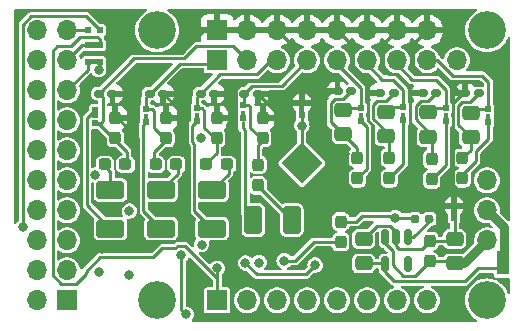
<source format=gbr>
%TF.GenerationSoftware,KiCad,Pcbnew,8.0.7*%
%TF.CreationDate,2024-12-22T07:10:06-05:00*%
%TF.ProjectId,tac5212_audio_board_single_ended,74616335-3231-4325-9f61-7564696f5f62,rev?*%
%TF.SameCoordinates,Original*%
%TF.FileFunction,Copper,L4,Bot*%
%TF.FilePolarity,Positive*%
%FSLAX46Y46*%
G04 Gerber Fmt 4.6, Leading zero omitted, Abs format (unit mm)*
G04 Created by KiCad (PCBNEW 8.0.7) date 2024-12-22 07:10:06*
%MOMM*%
%LPD*%
G01*
G04 APERTURE LIST*
G04 Aperture macros list*
%AMRoundRect*
0 Rectangle with rounded corners*
0 $1 Rounding radius*
0 $2 $3 $4 $5 $6 $7 $8 $9 X,Y pos of 4 corners*
0 Add a 4 corners polygon primitive as box body*
4,1,4,$2,$3,$4,$5,$6,$7,$8,$9,$2,$3,0*
0 Add four circle primitives for the rounded corners*
1,1,$1+$1,$2,$3*
1,1,$1+$1,$4,$5*
1,1,$1+$1,$6,$7*
1,1,$1+$1,$8,$9*
0 Add four rect primitives between the rounded corners*
20,1,$1+$1,$2,$3,$4,$5,0*
20,1,$1+$1,$4,$5,$6,$7,0*
20,1,$1+$1,$6,$7,$8,$9,0*
20,1,$1+$1,$8,$9,$2,$3,0*%
%AMRotRect*
0 Rectangle, with rotation*
0 The origin of the aperture is its center*
0 $1 length*
0 $2 width*
0 $3 Rotation angle, in degrees counterclockwise*
0 Add horizontal line*
21,1,$1,$2,0,0,$3*%
G04 Aperture macros list end*
%TA.AperFunction,EtchedComponent*%
%ADD10C,0.000000*%
%TD*%
%TA.AperFunction,ComponentPad*%
%ADD11R,1.700000X1.700000*%
%TD*%
%TA.AperFunction,ComponentPad*%
%ADD12O,1.700000X1.700000*%
%TD*%
%TA.AperFunction,ComponentPad*%
%ADD13C,3.200000*%
%TD*%
%TA.AperFunction,ComponentPad*%
%ADD14C,0.500000*%
%TD*%
%TA.AperFunction,SMDPad,CuDef*%
%ADD15RotRect,2.450000X2.450000X45.000000*%
%TD*%
%TA.AperFunction,SMDPad,CuDef*%
%ADD16RoundRect,0.250000X0.475000X-0.337500X0.475000X0.337500X-0.475000X0.337500X-0.475000X-0.337500X0*%
%TD*%
%TA.AperFunction,SMDPad,CuDef*%
%ADD17RoundRect,0.237500X-0.237500X0.300000X-0.237500X-0.300000X0.237500X-0.300000X0.237500X0.300000X0*%
%TD*%
%TA.AperFunction,SMDPad,CuDef*%
%ADD18RoundRect,0.160000X0.222500X0.160000X-0.222500X0.160000X-0.222500X-0.160000X0.222500X-0.160000X0*%
%TD*%
%TA.AperFunction,SMDPad,CuDef*%
%ADD19RoundRect,0.237500X-0.287500X-0.237500X0.287500X-0.237500X0.287500X0.237500X-0.287500X0.237500X0*%
%TD*%
%TA.AperFunction,SMDPad,CuDef*%
%ADD20RoundRect,0.237500X0.237500X-0.300000X0.237500X0.300000X-0.237500X0.300000X-0.237500X-0.300000X0*%
%TD*%
%TA.AperFunction,SMDPad,CuDef*%
%ADD21R,0.508000X0.500000*%
%TD*%
%TA.AperFunction,SMDPad,CuDef*%
%ADD22R,0.508000X0.508000*%
%TD*%
%TA.AperFunction,SMDPad,CuDef*%
%ADD23RoundRect,0.250001X0.924999X-0.499999X0.924999X0.499999X-0.924999X0.499999X-0.924999X-0.499999X0*%
%TD*%
%TA.AperFunction,SMDPad,CuDef*%
%ADD24R,1.000000X1.100000*%
%TD*%
%TA.AperFunction,SMDPad,CuDef*%
%ADD25R,0.500000X0.508000*%
%TD*%
%TA.AperFunction,SMDPad,CuDef*%
%ADD26RoundRect,0.250001X-0.499999X-0.924999X0.499999X-0.924999X0.499999X0.924999X-0.499999X0.924999X0*%
%TD*%
%TA.AperFunction,SMDPad,CuDef*%
%ADD27RoundRect,0.237500X0.287500X0.237500X-0.287500X0.237500X-0.287500X-0.237500X0.287500X-0.237500X0*%
%TD*%
%TA.AperFunction,SMDPad,CuDef*%
%ADD28RoundRect,0.160000X-0.222500X-0.160000X0.222500X-0.160000X0.222500X0.160000X-0.222500X0.160000X0*%
%TD*%
%TA.AperFunction,SMDPad,CuDef*%
%ADD29RoundRect,0.250000X-0.475000X0.337500X-0.475000X-0.337500X0.475000X-0.337500X0.475000X0.337500X0*%
%TD*%
%TA.AperFunction,SMDPad,CuDef*%
%ADD30RoundRect,0.150000X-0.150000X0.512500X-0.150000X-0.512500X0.150000X-0.512500X0.150000X0.512500X0*%
%TD*%
%TA.AperFunction,SMDPad,CuDef*%
%ADD31RoundRect,0.160000X-0.197500X-0.160000X0.197500X-0.160000X0.197500X0.160000X-0.197500X0.160000X0*%
%TD*%
%TA.AperFunction,SMDPad,CuDef*%
%ADD32RoundRect,0.237500X-0.237500X0.287500X-0.237500X-0.287500X0.237500X-0.287500X0.237500X0.287500X0*%
%TD*%
%TA.AperFunction,SMDPad,CuDef*%
%ADD33R,0.500000X0.500000*%
%TD*%
%TA.AperFunction,SMDPad,CuDef*%
%ADD34R,0.450000X0.750000*%
%TD*%
%TA.AperFunction,ComponentPad*%
%ADD35R,0.500000X0.500000*%
%TD*%
%TA.AperFunction,SMDPad,CuDef*%
%ADD36R,0.475000X0.675000*%
%TD*%
%TA.AperFunction,ViaPad*%
%ADD37C,0.800000*%
%TD*%
%TA.AperFunction,Conductor*%
%ADD38C,0.250000*%
%TD*%
%TA.AperFunction,Conductor*%
%ADD39C,0.750000*%
%TD*%
G04 APERTURE END LIST*
%TA.AperFunction,EtchedComponent*%
%TO.C,GND108*%
G36*
X108971000Y-106104000D02*
G01*
X109429000Y-106104000D01*
X109429000Y-106679000D01*
X108971000Y-106679000D01*
X108971000Y-106104000D01*
G37*
%TD.AperFunction*%
D10*
%TA.AperFunction,EtchedComponent*%
%TO.C,3V108*%
G36*
X126400000Y-119675000D02*
G01*
X126000000Y-119675000D01*
X126000000Y-119125000D01*
X126400000Y-119125000D01*
X126400000Y-119675000D01*
G37*
%TD.AperFunction*%
%TA.AperFunction,EtchedComponent*%
%TO.C,SDA108*%
G36*
X91896000Y-102171000D02*
G01*
X91321000Y-102171000D01*
X91321000Y-102629000D01*
X91896000Y-102629000D01*
X91896000Y-102171000D01*
G37*
%TD.AperFunction*%
%TA.AperFunction,EtchedComponent*%
%TO.C,SCL108*%
G36*
X91896000Y-100771000D02*
G01*
X91321000Y-100771000D01*
X91321000Y-101229000D01*
X91896000Y-101229000D01*
X91896000Y-100771000D01*
G37*
%TD.AperFunction*%
%TA.AperFunction,EtchedComponent*%
%TO.C,G119*%
G36*
X121871000Y-114804000D02*
G01*
X122329000Y-114804000D01*
X122329000Y-115379000D01*
X121871000Y-115379000D01*
X121871000Y-114804000D01*
G37*
%TD.AperFunction*%
%TD*%
D11*
%TO.P,board_outline108,1,HELD_HIGH*%
%TO.N,EN_HELD_HIGH*%
X89337500Y-122600000D03*
D12*
%TO.P,board_outline108,2,HELD_LOW*%
%TO.N,unconnected-(board_outline108-HELD_LOW-Pad2)*%
X86797500Y-122600000D03*
%TO.P,board_outline108,3,5V*%
%TO.N,Net-(5V108-B)*%
X89337500Y-120060000D03*
%TO.P,board_outline108,4,GNDD*%
%TO.N,GNDD*%
X86797500Y-120060000D03*
%TO.P,board_outline108,5,12V*%
%TO.N,unconnected-(board_outline108-12V-Pad5)*%
X89337500Y-117520000D03*
%TO.P,board_outline108,6,GNDD*%
%TO.N,GNDD*%
X86797500Y-117520000D03*
%TO.P,board_outline108,7,DSP_DOUT*%
%TO.N,5212_DOUT1+*%
X89337500Y-114980000D03*
%TO.P,board_outline108,8,GNDD*%
%TO.N,GNDD*%
X86797500Y-114980000D03*
%TO.P,board_outline108,9,DSP_DIN*%
%TO.N,5212_DIN1*%
X89337500Y-112440000D03*
%TO.P,board_outline108,10,GNDD*%
%TO.N,GNDD*%
X86797500Y-112440000D03*
%TO.P,board_outline108,11,BCLK*%
%TO.N,5212_BCLK1*%
X89337500Y-109900000D03*
%TO.P,board_outline108,12,GNDD*%
%TO.N,GNDD*%
X86797500Y-109900000D03*
%TO.P,board_outline108,13,LRCK*%
%TO.N,5212_LRCK1*%
X89337500Y-107360000D03*
%TO.P,board_outline108,14,GNDD*%
%TO.N,GNDD*%
X86797500Y-107360000D03*
%TO.P,board_outline108,15,SDA*%
%TO.N,DSP_SDA*%
X89337500Y-104820000D03*
%TO.P,board_outline108,16,GNDD*%
%TO.N,GNDD*%
X86797500Y-104820000D03*
%TO.P,board_outline108,17,SCL*%
%TO.N,DSP_SCL*%
X89337500Y-102280000D03*
%TO.P,board_outline108,18,GNDD*%
%TO.N,GNDD*%
X86797500Y-102280000D03*
%TO.P,board_outline108,19,MCLK*%
%TO.N,5212_MCLK1*%
X89337500Y-99740000D03*
%TO.P,board_outline108,20,GNDD*%
%TO.N,GNDD*%
X86797500Y-99740000D03*
D11*
%TO.P,board_outline108,21,OUTP*%
%TO.N,OUT1P+*%
X102047500Y-102285000D03*
%TO.P,board_outline108,22,AGND*%
%TO.N,Earth*%
X102047500Y-99745000D03*
D12*
%TO.P,board_outline108,23,OUT1M*%
%TO.N,OUT1M+*%
X104587500Y-102285000D03*
%TO.P,board_outline108,24,AGND*%
%TO.N,Earth*%
X104587500Y-99745000D03*
%TO.P,board_outline108,25,OUT2P*%
%TO.N,OUT2P+*%
X107127500Y-102285000D03*
%TO.P,board_outline108,26,AGND*%
%TO.N,Earth*%
X107127500Y-99745000D03*
%TO.P,board_outline108,27,OUT2M*%
%TO.N,OUT2M+*%
X109667500Y-102285000D03*
%TO.P,board_outline108,28,AGND*%
%TO.N,Earth*%
X109667500Y-99745000D03*
%TO.P,board_outline108,29,IN1P*%
%TO.N,IN1P+*%
X112207500Y-102285000D03*
%TO.P,board_outline108,30,AGND*%
%TO.N,Earth*%
X112207500Y-99745000D03*
%TO.P,board_outline108,31,IN1M*%
%TO.N,IN1M+*%
X114747500Y-102285000D03*
%TO.P,board_outline108,32,AGND*%
%TO.N,Earth*%
X114747500Y-99745000D03*
%TO.P,board_outline108,33,IN2P*%
%TO.N,IN2P+*%
X117287500Y-102285000D03*
%TO.P,board_outline108,34,AGND*%
%TO.N,Earth*%
X117287500Y-99745000D03*
%TO.P,board_outline108,35,IN2M*%
%TO.N,IN2M+*%
X119827500Y-102285000D03*
%TO.P,board_outline108,36,AGND*%
%TO.N,Earth*%
X119827500Y-99745000D03*
D11*
%TO.P,board_outline108,37,SCL*%
%TO.N,5212_SCL*%
X102047500Y-122605000D03*
D12*
%TO.P,board_outline108,38,SDA*%
%TO.N,5212_SDA*%
X104587500Y-122605000D03*
%TO.P,board_outline108,39,GNDD*%
%TO.N,GNDD*%
X107127500Y-122605000D03*
%TO.P,board_outline108,40,GPIO1*%
%TO.N,GPIO1*%
X109667500Y-122605000D03*
%TO.P,board_outline108,41,GPIO2*%
%TO.N,GPIO2*%
X112207500Y-122605000D03*
%TO.P,board_outline108,42,GPO1*%
%TO.N,GPO1*%
X114747500Y-122605000D03*
%TO.P,board_outline108,43,GPI1*%
%TO.N,GPI1*%
X117287500Y-122605000D03*
%TO.P,board_outline108,44,GNDD*%
%TO.N,GNDD*%
X119827500Y-122605000D03*
%TO.P,board_outline108,45,5V*%
%TO.N,5V*%
X124892500Y-117525000D03*
%TO.P,board_outline108,46,3.3V*%
%TO.N,3.3V_LDO*%
X124892500Y-114985000D03*
%TO.P,board_outline108,47,GNDD*%
%TO.N,GNDD*%
X124892500Y-112445000D03*
%TO.P,board_outline108,48,MIC_BIAS*%
%TO.N,MICBIAS*%
X122352500Y-102285000D03*
D13*
%TO.P,board_outline108,49,AGND*%
%TO.N,Net-(E108-B)*%
X96952500Y-99745000D03*
%TO.P,board_outline108,50,AGND*%
%TO.N,Net-(E109-B)*%
X124892500Y-99745000D03*
%TO.P,board_outline108,51,DGND*%
%TO.N,Net-(G117-A)*%
X96952500Y-122605000D03*
%TO.P,board_outline108,52,DGND*%
%TO.N,Net-(G118-A)*%
X124892500Y-122605000D03*
%TD*%
D14*
%TO.P,G110,1,1*%
%TO.N,Earth*%
X117100000Y-114000000D03*
%TD*%
%TO.P,G109,1,1*%
%TO.N,Earth*%
X99200000Y-117200000D03*
%TD*%
%TO.P,G112,1,1*%
%TO.N,Earth*%
X118400000Y-114000000D03*
%TD*%
%TO.P,G111,1,1*%
%TO.N,Earth*%
X92300000Y-118400000D03*
%TD*%
%TO.P,G113,1,1*%
%TO.N,Earth*%
X102600000Y-118400000D03*
%TD*%
%TO.P,TAC5212,25,VSS*%
%TO.N,GNDD*%
X109694975Y-110505025D03*
X109694975Y-111494975D03*
D15*
X109200000Y-111000000D03*
D14*
X109200000Y-111000000D03*
X108705025Y-110505025D03*
X108705025Y-111494975D03*
%TD*%
%TO.P,G115,1,1*%
%TO.N,Earth*%
X103200000Y-119300000D03*
%TD*%
%TO.P,G114,1,1*%
%TO.N,Earth*%
X123500000Y-113700000D03*
%TD*%
%TO.P,G116,1,1*%
%TO.N,Earth*%
X125900000Y-110200000D03*
%TD*%
%TO.P,G108,1,1*%
%TO.N,Earth*%
X115800000Y-114500000D03*
%TD*%
D16*
%TO.P,T\u002AC108,1*%
%TO.N,5V*%
X122134314Y-119475000D03*
%TO.P,T\u002AC108,2*%
%TO.N,Net-(G119-A)*%
X122134314Y-117400000D03*
%TD*%
D17*
%TO.P,C127,1*%
%TO.N,Net-(C127-Pad1)*%
X113900000Y-110537500D03*
%TO.P,C127,2*%
%TO.N,IN1P*%
X113900000Y-112262500D03*
%TD*%
D18*
%TO.P,D111,1,K*%
%TO.N,OUT2M+*%
X104327500Y-105100000D03*
%TO.P,D111,2,K*%
%TO.N,Earth*%
X105472500Y-105100000D03*
%TD*%
D19*
%TO.P,R108,1*%
%TO.N,OUT1P+*%
X96825000Y-111100000D03*
%TO.P,R108,2*%
%TO.N,Net-(C110-Pad2)*%
X98575000Y-111100000D03*
%TD*%
D20*
%TO.P,T\u002AC109,1*%
%TO.N,5V*%
X120034314Y-119300000D03*
%TO.P,T\u002AC109,2*%
%TO.N,Net-(G119-A)*%
X120034314Y-117575000D03*
%TD*%
D17*
%TO.P,C124,1*%
%TO.N,Net-(C124-Pad1)*%
X122800000Y-110537500D03*
%TO.P,C124,2*%
%TO.N,IN2M*%
X122800000Y-112262500D03*
%TD*%
D21*
%TO.P,GND108,1,A*%
%TO.N,GNDD*%
X109200000Y-106904000D03*
D22*
%TO.P,GND108,2,B*%
%TO.N,Earth*%
X109200000Y-105900000D03*
%TD*%
D17*
%TO.P,C125,1*%
%TO.N,Net-(C125-Pad1)*%
X120200000Y-110637500D03*
%TO.P,C125,2*%
%TO.N,IN2P*%
X120200000Y-112362500D03*
%TD*%
D23*
%TO.P,C114,1*%
%TO.N,OUT1M*%
X93000000Y-116525000D03*
%TO.P,C114,2*%
%TO.N,Net-(C114-Pad2)*%
X93000000Y-113275000D03*
%TD*%
D16*
%TO.P,T\u002AC110,1*%
%TO.N,3.3V_A*%
X114434314Y-119475000D03*
%TO.P,T\u002AC110,2*%
%TO.N,Net-(G119-A)*%
X114434314Y-117400000D03*
%TD*%
D24*
%TO.P,3V108,1,A*%
%TO.N,3.3V_A*%
X126200000Y-119904000D03*
%TO.P,3V108,2,B*%
%TO.N,3.3V_LDO*%
X126200000Y-118900000D03*
%TD*%
D25*
%TO.P,SDA108,1,A*%
%TO.N,DSP_SDA*%
X91096000Y-102400000D03*
D22*
%TO.P,SDA108,2,B*%
%TO.N,5212_SDA*%
X92100000Y-102400000D03*
%TD*%
%TO.P,MCLK108,1,1*%
%TO.N,5212_MCLK1*%
X91100000Y-99700000D03*
%TO.P,MCLK108,2,2*%
%TO.N,GPI1*%
X92100000Y-99700000D03*
%TD*%
D26*
%TO.P,C122,1*%
%TO.N,OUT2M*%
X105100001Y-115800000D03*
%TO.P,C122,2*%
%TO.N,Net-(C122-Pad2)*%
X108350001Y-115800000D03*
%TD*%
D25*
%TO.P,SCL108,1,A*%
%TO.N,DSP_SCL*%
X91096000Y-101000000D03*
D22*
%TO.P,SCL108,2,B*%
%TO.N,5212_SCL*%
X92100000Y-101000000D03*
%TD*%
D27*
%TO.P,R109,1*%
%TO.N,OUT1M+*%
X94275000Y-111100000D03*
%TO.P,R109,2*%
%TO.N,Net-(C114-Pad2)*%
X92525000Y-111100000D03*
%TD*%
D28*
%TO.P,D113,1,K*%
%TO.N,Net-(C125-Pad1)*%
X120572500Y-105035000D03*
%TO.P,D113,2,K*%
%TO.N,Earth*%
X119427500Y-105035000D03*
%TD*%
D29*
%TO.P,FB110,1*%
%TO.N,IN1M+*%
X116300000Y-106625000D03*
%TO.P,FB110,2*%
%TO.N,Net-(C126-Pad1)*%
X116300000Y-108700000D03*
%TD*%
%TO.P,FB111,1*%
%TO.N,IN1P+*%
X112700000Y-106462500D03*
%TO.P,FB111,2*%
%TO.N,Net-(C127-Pad1)*%
X112700000Y-108537500D03*
%TD*%
D19*
%TO.P,R111,1*%
%TO.N,OUT2P+*%
X101125000Y-111100000D03*
%TO.P,R111,2*%
%TO.N,Net-(C120-Pad2)*%
X102875000Y-111100000D03*
%TD*%
D28*
%TO.P,D112,1,K*%
%TO.N,Net-(C124-Pad1)*%
X124172500Y-105082500D03*
%TO.P,D112,2,K*%
%TO.N,Earth*%
X123027500Y-105082500D03*
%TD*%
D20*
%TO.P,C123,1*%
%TO.N,OUT2M+*%
X105900000Y-108862500D03*
%TO.P,C123,2*%
%TO.N,Earth*%
X105900000Y-107137500D03*
%TD*%
D30*
%TO.P,U109,1,IN*%
%TO.N,5V*%
X116261814Y-117277500D03*
%TO.P,U109,2,GND*%
%TO.N,Net-(G119-A)*%
X117211814Y-117277500D03*
%TO.P,U109,3,EN*%
%TO.N,Net-(U109-EN)*%
X118161814Y-117277500D03*
%TO.P,U109,4,NC*%
%TO.N,unconnected-(U109-NC-Pad4)*%
X118161814Y-119552500D03*
%TO.P,U109,5,OUT*%
%TO.N,3.3V_A*%
X116261814Y-119552500D03*
%TD*%
D18*
%TO.P,D108,1,K*%
%TO.N,OUT1P+*%
X96327500Y-105100000D03*
%TO.P,D108,2,K*%
%TO.N,Earth*%
X97472500Y-105100000D03*
%TD*%
D20*
%TO.P,C113,1*%
%TO.N,OUT1P+*%
X97700000Y-108862500D03*
%TO.P,C113,2*%
%TO.N,Earth*%
X97700000Y-107137500D03*
%TD*%
D17*
%TO.P,C126,1*%
%TO.N,Net-(C126-Pad1)*%
X116600000Y-110537500D03*
%TO.P,C126,2*%
%TO.N,IN1M*%
X116600000Y-112262500D03*
%TD*%
D18*
%TO.P,D110,1,K*%
%TO.N,OUT2P+*%
X100627500Y-105100000D03*
%TO.P,D110,2,K*%
%TO.N,Earth*%
X101772500Y-105100000D03*
%TD*%
D23*
%TO.P,C110,1*%
%TO.N,OUT1P*%
X97300000Y-116525000D03*
%TO.P,C110,2*%
%TO.N,Net-(C110-Pad2)*%
X97300000Y-113275000D03*
%TD*%
D18*
%TO.P,D109,1,K*%
%TO.N,OUT1M+*%
X92027500Y-105100000D03*
%TO.P,D109,2,K*%
%TO.N,Earth*%
X93172500Y-105100000D03*
%TD*%
D31*
%TO.P,R127,1*%
%TO.N,EN_HELD_HIGH*%
X118802500Y-115700000D03*
%TO.P,R127,2*%
%TO.N,Net-(U109-EN)*%
X119997500Y-115700000D03*
%TD*%
D20*
%TO.P,C121,1*%
%TO.N,OUT2P+*%
X102000000Y-108862500D03*
%TO.P,C121,2*%
%TO.N,Earth*%
X102000000Y-107137500D03*
%TD*%
D23*
%TO.P,C120,1*%
%TO.N,OUT2P*%
X101600000Y-116525000D03*
%TO.P,C120,2*%
%TO.N,Net-(C120-Pad2)*%
X101600000Y-113275000D03*
%TD*%
D28*
%TO.P,D114,1,K*%
%TO.N,Net-(C126-Pad1)*%
X116972500Y-105035000D03*
%TO.P,D114,2,K*%
%TO.N,Earth*%
X115827500Y-105035000D03*
%TD*%
D32*
%TO.P,R116,1*%
%TO.N,OUT2M+*%
X105500000Y-111125000D03*
%TO.P,R116,2*%
%TO.N,Net-(C122-Pad2)*%
X105500000Y-112875000D03*
%TD*%
D29*
%TO.P,FB109,1*%
%TO.N,IN2P+*%
X119900000Y-106697500D03*
%TO.P,FB109,2*%
%TO.N,Net-(C125-Pad1)*%
X119900000Y-108772500D03*
%TD*%
D21*
%TO.P,G119,1,A*%
%TO.N,Net-(G119-A)*%
X122100000Y-115604000D03*
D22*
%TO.P,G119,2,B*%
%TO.N,Earth*%
X122100000Y-114600000D03*
%TD*%
D29*
%TO.P,FB108,1*%
%TO.N,IN2M+*%
X123500000Y-106735000D03*
%TO.P,FB108,2*%
%TO.N,Net-(C124-Pad1)*%
X123500000Y-108810000D03*
%TD*%
D28*
%TO.P,D115,1,K*%
%TO.N,Net-(C127-Pad1)*%
X113372500Y-104900000D03*
%TO.P,D115,2,K*%
%TO.N,Earth*%
X112227500Y-104900000D03*
%TD*%
D17*
%TO.P,C129,1*%
%TO.N,EN_HELD_HIGH*%
X112500000Y-115937499D03*
%TO.P,C129,2*%
%TO.N,GNDD*%
X112500000Y-117662501D03*
%TD*%
D20*
%TO.P,C117,1*%
%TO.N,OUT1M+*%
X93400000Y-108862500D03*
%TO.P,C117,2*%
%TO.N,Earth*%
X93400000Y-107137500D03*
%TD*%
D33*
%TO.P,INP1,1,1*%
%TO.N,IN1P+*%
X114200000Y-106325000D03*
D34*
%TO.P,INP1,2,2*%
%TO.N,IN1P*%
X114200000Y-107100000D03*
D35*
X114200000Y-107425000D03*
%TD*%
D33*
%TO.P,OM1,1,1*%
%TO.N,OUT1M+*%
X91700000Y-107600000D03*
D36*
%TO.P,OM1,2,2*%
%TO.N,OUT1M*%
X91700000Y-106812500D03*
D35*
X91700000Y-106500000D03*
%TD*%
D33*
%TO.P,INM1,1,1*%
%TO.N,IN1M+*%
X117800000Y-106262500D03*
D34*
%TO.P,INM1,2,2*%
%TO.N,IN1M*%
X117800000Y-107037500D03*
D35*
X117800000Y-107362500D03*
%TD*%
D33*
%TO.P,OP1,1,1*%
%TO.N,OUT1P+*%
X96000000Y-106400000D03*
D34*
%TO.P,OP1,2,2*%
%TO.N,OUT1P*%
X96000000Y-107175000D03*
D35*
X96000000Y-107500000D03*
%TD*%
D33*
%TO.P,OM2,1,1*%
%TO.N,OUT2M+*%
X104200000Y-106100000D03*
D34*
%TO.P,OM2,2,2*%
%TO.N,OUT2M*%
X104200000Y-106875000D03*
D35*
X104200000Y-107200000D03*
%TD*%
D33*
%TO.P,INM2,1,1*%
%TO.N,IN2M+*%
X125000000Y-106382500D03*
D34*
%TO.P,INM2,2,2*%
%TO.N,IN2M*%
X125000000Y-107157500D03*
D35*
X125000000Y-107482500D03*
%TD*%
D33*
%TO.P,INP2,1,1*%
%TO.N,IN2P+*%
X121400000Y-106335000D03*
D34*
%TO.P,INP2,2,2*%
%TO.N,IN2P*%
X121400000Y-107110000D03*
D35*
X121400000Y-107435000D03*
%TD*%
D33*
%TO.P,OP2,1,1*%
%TO.N,OUT2P+*%
X100300000Y-106325000D03*
D34*
%TO.P,OP2,2,2*%
%TO.N,OUT2P*%
X100300000Y-107100000D03*
D35*
X100300000Y-107425000D03*
%TD*%
D37*
%TO.N,GNDD*%
X99400000Y-123800000D03*
X91719599Y-111998440D03*
X109200000Y-107800000D03*
X107711709Y-119246986D03*
X99000000Y-118800000D03*
X100718700Y-117875000D03*
%TO.N,5V*%
X94569964Y-120430000D03*
%TO.N,Earth*%
X103224739Y-107762663D03*
X112825000Y-110225000D03*
%TO.N,EN_HELD_HIGH*%
X117100000Y-115600000D03*
%TO.N,5212_SCL*%
X102047500Y-119900002D03*
%TO.N,5212_SDA*%
X92004802Y-120161926D03*
X92007954Y-103082209D03*
%TO.N,3.3V_LDO*%
X100675000Y-108873986D03*
X94600000Y-115050000D03*
X105600000Y-119400000D03*
%TO.N,GPI1*%
X85600000Y-116400000D03*
%TO.N,Net-(PU_EN108-Pad1)*%
X110338844Y-119622742D03*
X104430004Y-119430004D03*
%TD*%
D38*
%TO.N,GNDD*%
X99000000Y-118800000D02*
X99000000Y-123400000D01*
X110237499Y-117662501D02*
X112500000Y-117662501D01*
X109200000Y-107800000D02*
X109200000Y-106904000D01*
X109200000Y-107804000D02*
X109200000Y-109515076D01*
X108653014Y-119246986D02*
X110237499Y-117662501D01*
X107711709Y-119246986D02*
X108653014Y-119246986D01*
X99000000Y-123400000D02*
X99400000Y-123800000D01*
%TO.N,5V*%
X116900000Y-119629094D02*
X116900000Y-118400000D01*
X117810906Y-120540000D02*
X116900000Y-119629094D01*
X116900000Y-118400000D02*
X116261814Y-117761814D01*
X120034314Y-119300000D02*
X121959314Y-119300000D01*
D39*
X122134314Y-119475000D02*
X122942500Y-119475000D01*
X122942500Y-119475000D02*
X124892500Y-117525000D01*
D38*
X120034314Y-119300000D02*
X118794314Y-120540000D01*
X121959314Y-119300000D02*
X122134314Y-119475000D01*
X118794314Y-120540000D02*
X117810906Y-120540000D01*
X116261814Y-117761814D02*
X116261814Y-117277500D01*
%TO.N,Earth*%
X114260799Y-104060799D02*
X114260799Y-103460000D01*
X99625000Y-109556398D02*
X99450000Y-109381398D01*
X103925000Y-108605000D02*
X103620000Y-108300000D01*
X115200000Y-107793996D02*
X114800000Y-107393996D01*
X114800000Y-107393996D02*
X114800000Y-104600000D01*
X116112500Y-100920000D02*
X117287500Y-99745000D01*
X119340799Y-103460000D02*
X118652500Y-102771701D01*
X92003681Y-103860249D02*
X92325930Y-103860249D01*
X125900000Y-110200000D02*
X125900000Y-104170799D01*
X103620000Y-104734672D02*
X104354672Y-104000000D01*
X121474201Y-99745000D02*
X119827500Y-99745000D01*
X122897924Y-113700000D02*
X122000000Y-112802076D01*
X109500000Y-116895101D02*
X109500000Y-113775000D01*
X122000000Y-112802076D02*
X122000000Y-105900000D01*
X117100000Y-114000000D02*
X116900000Y-114000000D01*
X114797924Y-114500000D02*
X112900000Y-112602076D01*
X104354672Y-104000000D02*
X107074201Y-104000000D01*
X118400000Y-114000000D02*
X118400000Y-112525000D01*
X111700000Y-104900000D02*
X112227500Y-104900000D01*
X118652500Y-100920000D02*
X119827500Y-99745000D01*
X122000000Y-105900000D02*
X122817500Y-105082500D01*
X106950000Y-111225000D02*
X106950000Y-106577500D01*
X112900000Y-110370100D02*
X111200000Y-108670100D01*
X116900000Y-114000000D02*
X115200000Y-112300000D01*
X116560000Y-103460000D02*
X116112500Y-103012500D01*
X90512500Y-105351430D02*
X92003681Y-103860249D01*
X103200000Y-119300000D02*
X104586596Y-117913404D01*
X103620000Y-108157924D02*
X103224739Y-107762663D01*
X108302500Y-100920000D02*
X107127500Y-99745000D01*
X122817500Y-105082500D02*
X123027500Y-105082500D01*
X108302500Y-102771701D02*
X108302500Y-100920000D01*
X125900000Y-104170799D02*
X121474201Y-99745000D01*
X113572500Y-101110000D02*
X112207500Y-99745000D01*
X123500000Y-113700000D02*
X122897924Y-113700000D01*
X99022500Y-101670000D02*
X100947500Y-99745000D01*
X90512500Y-116612500D02*
X90512500Y-105351430D01*
X118375000Y-112500000D02*
X118375000Y-104675000D01*
X115200000Y-112300000D02*
X115200000Y-107793996D01*
X122582500Y-105082500D02*
X120960000Y-103460000D01*
X112900000Y-112602076D02*
X112900000Y-110370100D01*
X106950000Y-106577500D02*
X105472500Y-105100000D01*
X95325000Y-116445100D02*
X95325000Y-108887500D01*
X100947500Y-99745000D02*
X102047500Y-99745000D01*
X102000000Y-107350000D02*
X102000000Y-106962500D01*
X118652500Y-102771701D02*
X118652500Y-100920000D01*
X95325000Y-108887500D02*
X93400000Y-106962500D01*
X107074201Y-104000000D02*
X108302500Y-102771701D01*
X111200000Y-105400000D02*
X111700000Y-104900000D01*
X115800000Y-114500000D02*
X114797924Y-114500000D01*
X99625000Y-116775000D02*
X99625000Y-109556398D01*
X92300000Y-118400000D02*
X90512500Y-116612500D01*
X108481697Y-117913404D02*
X109500000Y-116895101D01*
X118400000Y-112525000D02*
X118375000Y-112500000D01*
X103620000Y-108300000D02*
X103620000Y-104734672D01*
X93370100Y-118400000D02*
X95325000Y-116445100D01*
X92325930Y-103860249D02*
X94516179Y-101670000D01*
X92300000Y-118400000D02*
X93370100Y-118400000D01*
X114260799Y-103460000D02*
X113572500Y-102771701D01*
X116112500Y-103012500D02*
X116112500Y-100920000D01*
X103925000Y-117075000D02*
X103925000Y-108605000D01*
X114800000Y-104600000D02*
X114260799Y-104060799D01*
X123027500Y-105082500D02*
X122582500Y-105082500D01*
X117160000Y-103460000D02*
X116560000Y-103460000D01*
X113572500Y-102771701D02*
X113572500Y-101110000D01*
X99450000Y-109381398D02*
X99450000Y-107077500D01*
X109500000Y-113775000D02*
X106950000Y-111225000D01*
X99200000Y-117200000D02*
X99625000Y-116775000D01*
X99450000Y-107077500D02*
X97472500Y-105100000D01*
X103620000Y-108300000D02*
X103620000Y-108157924D01*
X111200000Y-108670100D02*
X111200000Y-105400000D01*
X102600000Y-118400000D02*
X103925000Y-117075000D01*
X94516179Y-101670000D02*
X99022500Y-101670000D01*
X120960000Y-103460000D02*
X119340799Y-103460000D01*
X104586596Y-117913404D02*
X108481697Y-117913404D01*
X118375000Y-104675000D02*
X117160000Y-103460000D01*
%TO.N,EN_HELD_HIGH*%
X113825002Y-115937499D02*
X112500000Y-115937499D01*
X117000000Y-115600000D02*
X116900000Y-115500000D01*
X117100000Y-115600000D02*
X118702500Y-115600000D01*
X116900000Y-115500000D02*
X114262501Y-115500000D01*
X117100000Y-115600000D02*
X117000000Y-115600000D01*
X114262501Y-115500000D02*
X113825002Y-115937499D01*
X117200000Y-115700000D02*
X117100000Y-115600000D01*
X118702500Y-115600000D02*
X118802500Y-115700000D01*
%TO.N,IN2P*%
X120200000Y-112362500D02*
X121400000Y-111162500D01*
X121400000Y-111162500D02*
X121400000Y-107435000D01*
%TO.N,IN1M*%
X116600000Y-112262500D02*
X117800000Y-111062500D01*
X117800000Y-111062500D02*
X117800000Y-107362500D01*
%TO.N,IN1P*%
X113900000Y-112262500D02*
X114700000Y-111462500D01*
X114700000Y-107930392D02*
X114200000Y-107430392D01*
X114200000Y-107430392D02*
X114200000Y-107425000D01*
X114700000Y-111462500D02*
X114700000Y-107930392D01*
%TO.N,Net-(C110-Pad2)*%
X98700000Y-111100000D02*
X98700000Y-111875000D01*
X98700000Y-111875000D02*
X97300000Y-113275000D01*
%TO.N,IN2M*%
X123950000Y-109992600D02*
X125000000Y-108942600D01*
X122800000Y-112262500D02*
X122800000Y-111977076D01*
X123950000Y-110827076D02*
X123950000Y-109992600D01*
X122800000Y-111977076D02*
X123950000Y-110827076D01*
X125000000Y-108942600D02*
X125000000Y-107482500D01*
%TO.N,OUT1P*%
X95775000Y-115000000D02*
X95775000Y-107725000D01*
X97300000Y-116525000D02*
X95775000Y-115000000D01*
X95775000Y-107725000D02*
X96000000Y-107500000D01*
%TO.N,Net-(C114-Pad2)*%
X93000000Y-113275000D02*
X93000000Y-111700000D01*
X93000000Y-111700000D02*
X92400000Y-111100000D01*
%TO.N,OUT1M*%
X90994599Y-114519599D02*
X93000000Y-116525000D01*
X90994599Y-107205401D02*
X90994599Y-114519599D01*
X91700000Y-106500000D02*
X90994599Y-107205401D01*
%TO.N,OUT2P*%
X100075000Y-115000000D02*
X100075000Y-109370002D01*
X99900000Y-107825000D02*
X100300000Y-107425000D01*
X99900000Y-109195002D02*
X99900000Y-107825000D01*
X101600000Y-116525000D02*
X100075000Y-115000000D01*
X100075000Y-109370002D02*
X99900000Y-109195002D01*
%TO.N,OUT2M*%
X104200000Y-108000000D02*
X104200000Y-107500000D01*
X105100001Y-115800000D02*
X104400000Y-115099999D01*
X104400000Y-115099999D02*
X104400000Y-108200000D01*
X104400000Y-108200000D02*
X104200000Y-108000000D01*
%TO.N,Net-(C120-Pad2)*%
X103000000Y-111875000D02*
X101600000Y-113275000D01*
X103000000Y-111100000D02*
X103000000Y-111875000D01*
%TO.N,Net-(C122-Pad2)*%
X105550001Y-113000000D02*
X108350001Y-115800000D01*
X105500000Y-113000000D02*
X105550001Y-113000000D01*
%TO.N,Net-(C124-Pad1)*%
X122450000Y-106152400D02*
X122779900Y-105822500D01*
X122779900Y-105822500D02*
X123432501Y-105822500D01*
X123500000Y-108810000D02*
X122450000Y-107760000D01*
X123432501Y-105822500D02*
X124172501Y-105082500D01*
X123500000Y-109837500D02*
X123500000Y-108810000D01*
X122450000Y-107760000D02*
X122450000Y-106152400D01*
X122800000Y-110537500D02*
X123500000Y-109837500D01*
%TO.N,Net-(C125-Pad1)*%
X119907501Y-105700000D02*
X120572501Y-105035000D01*
X119264900Y-105700000D02*
X119907501Y-105700000D01*
X118850000Y-106114900D02*
X119264900Y-105700000D01*
X120200000Y-110637500D02*
X120200000Y-109072500D01*
X120200000Y-109072500D02*
X119900000Y-108772500D01*
X118850000Y-107280100D02*
X118850000Y-106114900D01*
X119900000Y-108330100D02*
X118850000Y-107280100D01*
X119900000Y-108772500D02*
X119900000Y-108330100D01*
%TO.N,Net-(C126-Pad1)*%
X116300000Y-108700000D02*
X116300000Y-108257600D01*
X115250000Y-107207600D02*
X115250000Y-106042400D01*
X116600000Y-109000000D02*
X116300000Y-108700000D01*
X115250000Y-106042400D02*
X115592400Y-105700000D01*
X116600000Y-110537500D02*
X116600000Y-109000000D01*
X116307501Y-105700000D02*
X116972501Y-105035000D01*
X115592400Y-105700000D02*
X116307501Y-105700000D01*
X116300000Y-108257600D02*
X115250000Y-107207600D01*
%TO.N,5212_SCL*%
X97400000Y-118200000D02*
X96625000Y-118975000D01*
X96625000Y-118975000D02*
X92095711Y-118975000D01*
X98678984Y-118025000D02*
X98503984Y-118200000D01*
X99321016Y-118025000D02*
X98678984Y-118025000D01*
X88100000Y-101500000D02*
X88495000Y-101105000D01*
X102047500Y-122605000D02*
X102047500Y-119900002D01*
X88100000Y-120484201D02*
X88100000Y-101500000D01*
X102047500Y-122605000D02*
X102047500Y-120751484D01*
X89634201Y-101105000D02*
X90439201Y-100300000D01*
X92100000Y-100496000D02*
X92100000Y-101000000D01*
X90900000Y-120400000D02*
X90065000Y-121235000D01*
X90900000Y-120170711D02*
X90900000Y-120400000D01*
X92095711Y-118975000D02*
X90900000Y-120170711D01*
X90439201Y-100300000D02*
X91904000Y-100300000D01*
X98503984Y-118200000D02*
X97400000Y-118200000D01*
X88495000Y-101105000D02*
X89634201Y-101105000D01*
X90065000Y-121235000D02*
X88850799Y-121235000D01*
X102047500Y-120751484D02*
X99321016Y-118025000D01*
X88850799Y-121235000D02*
X88100000Y-120484201D01*
X91904000Y-100300000D02*
X92100000Y-100496000D01*
%TO.N,5212_SDA*%
X92100000Y-102400000D02*
X92100000Y-102990163D01*
X92100000Y-102990163D02*
X92007954Y-103082209D01*
D39*
%TO.N,3.3V_LDO*%
X126317500Y-116410000D02*
X124892500Y-114985000D01*
X126317500Y-118782501D02*
X126317500Y-116410000D01*
X126200000Y-118900001D02*
X126317500Y-118782501D01*
D38*
%TO.N,Net-(C127-Pad1)*%
X111650000Y-107487500D02*
X111650000Y-105879900D01*
X112727501Y-105545000D02*
X113372501Y-104900000D01*
X111984900Y-105545000D02*
X112727501Y-105545000D01*
X113900000Y-110537500D02*
X113900000Y-109737500D01*
X111650000Y-105879900D02*
X111984900Y-105545000D01*
X112700000Y-108537500D02*
X111650000Y-107487500D01*
X113900000Y-109737500D02*
X112700000Y-108537500D01*
%TO.N,5212_MCLK1*%
X89377500Y-99700000D02*
X89337500Y-99740000D01*
X91100000Y-99700000D02*
X89377500Y-99700000D01*
%TO.N,GPI1*%
X92100000Y-99700000D02*
X90965000Y-98565000D01*
X90965000Y-98565000D02*
X86310799Y-98565000D01*
X85600000Y-99275799D02*
X85600000Y-116400000D01*
X86310799Y-98565000D02*
X85600000Y-99275799D01*
%TO.N,Net-(G119-A)*%
X122134314Y-117400000D02*
X122134314Y-115638314D01*
X120034314Y-117575000D02*
X121959314Y-117575000D01*
X116693984Y-116290000D02*
X115544314Y-116290000D01*
X121959314Y-117575000D02*
X122134314Y-117400000D01*
X115544314Y-116290000D02*
X114434314Y-117400000D01*
X117465000Y-118265000D02*
X117211814Y-118011814D01*
X117211814Y-116807830D02*
X116693984Y-116290000D01*
X117211814Y-118011814D02*
X117211814Y-117277500D01*
X117211814Y-117277500D02*
X117211814Y-116807830D01*
X122134314Y-115638314D02*
X122100000Y-115604000D01*
X119344314Y-118265000D02*
X117465000Y-118265000D01*
X120034314Y-117575000D02*
X119344314Y-118265000D01*
%TO.N,DSP_SCL*%
X91096000Y-101000000D02*
X90617500Y-101000000D01*
X90617500Y-101000000D02*
X89337500Y-102280000D01*
%TO.N,DSP_SDA*%
X91096000Y-103061500D02*
X91096000Y-102400000D01*
X89337500Y-104820000D02*
X91096000Y-103061500D01*
%TO.N,OUT1M+*%
X91962500Y-107600000D02*
X93400000Y-109037500D01*
X94400000Y-110037500D02*
X93400000Y-109037500D01*
X92350000Y-107450000D02*
X92350000Y-105422500D01*
X95007500Y-102120000D02*
X92027500Y-105100000D01*
X91700000Y-107600000D02*
X92200000Y-107600000D01*
X103412500Y-101110000D02*
X100218896Y-101110000D01*
X91700000Y-107600000D02*
X91962500Y-107600000D01*
X92350000Y-105422500D02*
X92027500Y-105100000D01*
X92200000Y-107600000D02*
X92350000Y-107450000D01*
X104587500Y-102285000D02*
X103412500Y-101110000D01*
X100218896Y-101110000D02*
X99208896Y-102120000D01*
X99208896Y-102120000D02*
X95007500Y-102120000D01*
X94400000Y-111100000D02*
X94400000Y-110037500D01*
%TO.N,OUT2M+*%
X104327500Y-105100000D02*
X104972500Y-104455000D01*
X104850000Y-107987500D02*
X104850000Y-106250000D01*
X104327500Y-105972500D02*
X104200000Y-106100000D01*
X105500000Y-111000000D02*
X105500000Y-109437500D01*
X104972500Y-104455000D02*
X107497500Y-104455000D01*
X105900000Y-109037500D02*
X104850000Y-107987500D01*
X104700000Y-106100000D02*
X104200000Y-106100000D01*
X104327500Y-105100000D02*
X104327500Y-105972500D01*
X104850000Y-106250000D02*
X104700000Y-106100000D01*
X105500000Y-109437500D02*
X105900000Y-109037500D01*
X107497500Y-104455000D02*
X109667500Y-102285000D01*
%TO.N,OUT2P+*%
X100300000Y-105427500D02*
X100627500Y-105100000D01*
X100627500Y-105100000D02*
X102267500Y-103460000D01*
X102000000Y-109037500D02*
X100950000Y-107987500D01*
X100300000Y-106325000D02*
X100300000Y-105427500D01*
X102000000Y-110100000D02*
X101000000Y-111100000D01*
X100725000Y-106325000D02*
X100300000Y-106325000D01*
X102267500Y-103460000D02*
X105403276Y-103460000D01*
X105403276Y-103460000D02*
X106578276Y-102285000D01*
X106578276Y-102285000D02*
X107127500Y-102285000D01*
X100950000Y-106550000D02*
X100725000Y-106325000D01*
X100950000Y-107987500D02*
X100950000Y-106550000D01*
X102000000Y-109037500D02*
X102000000Y-110100000D01*
%TO.N,IN1M+*%
X115972500Y-103910000D02*
X114347500Y-102285000D01*
X116662500Y-106262500D02*
X117800000Y-106262500D01*
X116920328Y-103910000D02*
X115972500Y-103910000D01*
X117800000Y-106262500D02*
X117800000Y-104789672D01*
X116300000Y-106625000D02*
X116662500Y-106262500D01*
X117800000Y-104789672D02*
X116920328Y-103910000D01*
%TO.N,IN1P+*%
X114200000Y-106325000D02*
X114200000Y-104654671D01*
X114200000Y-104654671D02*
X111830329Y-102285000D01*
X112700000Y-106462500D02*
X112837500Y-106325000D01*
X112837500Y-106325000D02*
X114200000Y-106325000D01*
X112230329Y-102285000D02*
X112207500Y-102285000D01*
%TO.N,IN2P+*%
X120262500Y-106335000D02*
X121400000Y-106335000D01*
X121400000Y-104789672D02*
X120560328Y-103950000D01*
X118552500Y-103950000D02*
X116887500Y-102285000D01*
X120560328Y-103950000D02*
X118552500Y-103950000D01*
X119900000Y-106697500D02*
X120262500Y-106335000D01*
X121400000Y-106335000D02*
X121400000Y-104789672D01*
%TO.N,IN2M+*%
X120690799Y-102285000D02*
X122005799Y-103600000D01*
X124500000Y-103600000D02*
X125000000Y-104100000D01*
X123500000Y-106735000D02*
X123852500Y-106382500D01*
X123852500Y-106382500D02*
X125000000Y-106382500D01*
X125000000Y-104100000D02*
X125000000Y-106382500D01*
X119827500Y-102285000D02*
X120690799Y-102285000D01*
X122005799Y-103600000D02*
X124500000Y-103600000D01*
%TO.N,OUT1P+*%
X96500000Y-106400000D02*
X96000000Y-106400000D01*
X96650000Y-106550000D02*
X96500000Y-106400000D01*
X96700000Y-110037500D02*
X97700000Y-109037500D01*
X101762500Y-102570000D02*
X102047500Y-102285000D01*
X97700000Y-109037500D02*
X96650000Y-107987500D01*
X96650000Y-107987500D02*
X96650000Y-106550000D01*
X98857500Y-102570000D02*
X101762500Y-102570000D01*
X96000000Y-105427500D02*
X96327500Y-105100000D01*
X96000000Y-106400000D02*
X96000000Y-105427500D01*
X96700000Y-111100000D02*
X96700000Y-110037500D01*
X96327500Y-105100000D02*
X98857500Y-102570000D01*
%TO.N,3.3V_A*%
X114434314Y-119475000D02*
X116184314Y-119475000D01*
X123010000Y-120990000D02*
X124096000Y-119904000D01*
X116261814Y-119552500D02*
X116261814Y-120214999D01*
X124096000Y-119904000D02*
X126200000Y-119904000D01*
X116261814Y-120214999D02*
X117036815Y-120990000D01*
X117036815Y-120990000D02*
X123010000Y-120990000D01*
X116184314Y-119475000D02*
X116261814Y-119552500D01*
%TO.N,Net-(PU_EN108-Pad1)*%
X110338844Y-119622742D02*
X109561586Y-120400000D01*
X109561586Y-120400000D02*
X105400000Y-120400000D01*
X105400000Y-120400000D02*
X104430004Y-119430004D01*
%TO.N,Net-(U109-EN)*%
X118622499Y-117277500D02*
X120199999Y-115700000D01*
X118161814Y-117277500D02*
X118622499Y-117277500D01*
%TD*%
%TA.AperFunction,Conductor*%
%TO.N,Earth*%
G36*
X123998017Y-97963907D02*
G01*
X124033981Y-98013407D01*
X124033981Y-98074593D01*
X123998017Y-98124093D01*
X123987272Y-98130890D01*
X123889488Y-98184283D01*
X123677590Y-98342908D01*
X123490408Y-98530090D01*
X123331783Y-98741988D01*
X123204927Y-98974307D01*
X123204926Y-98974309D01*
X123112424Y-99222317D01*
X123056156Y-99480979D01*
X123037273Y-99745000D01*
X123056156Y-100009020D01*
X123056156Y-100009023D01*
X123056157Y-100009026D01*
X123098680Y-100204500D01*
X123112424Y-100267682D01*
X123204926Y-100515690D01*
X123204927Y-100515692D01*
X123331784Y-100748011D01*
X123331783Y-100748011D01*
X123490408Y-100959909D01*
X123490410Y-100959911D01*
X123490413Y-100959915D01*
X123677585Y-101147087D01*
X123677588Y-101147089D01*
X123677590Y-101147091D01*
X123889488Y-101305716D01*
X124062942Y-101400429D01*
X124121811Y-101432574D01*
X124369817Y-101525075D01*
X124369822Y-101525077D01*
X124628474Y-101581343D01*
X124892500Y-101600227D01*
X125156526Y-101581343D01*
X125415178Y-101525077D01*
X125663189Y-101432574D01*
X125895511Y-101305716D01*
X126107415Y-101147087D01*
X126294587Y-100959915D01*
X126453216Y-100748011D01*
X126580074Y-100515689D01*
X126640742Y-100353030D01*
X126678793Y-100305117D01*
X126737740Y-100288719D01*
X126795067Y-100310101D01*
X126828878Y-100361096D01*
X126832500Y-100387628D01*
X126832500Y-115801401D01*
X126813593Y-115859592D01*
X126764093Y-115895556D01*
X126702907Y-115895556D01*
X126663496Y-115871405D01*
X126011867Y-115219776D01*
X125984090Y-115165259D01*
X125983293Y-115140638D01*
X125984831Y-115124038D01*
X125997715Y-114985000D01*
X125978897Y-114781917D01*
X125923082Y-114585750D01*
X125832173Y-114403179D01*
X125709264Y-114240421D01*
X125558541Y-114103019D01*
X125385137Y-113995652D01*
X125194956Y-113921976D01*
X125194955Y-113921975D01*
X125194953Y-113921975D01*
X124994476Y-113884500D01*
X124790524Y-113884500D01*
X124590046Y-113921975D01*
X124520132Y-113949059D01*
X124399863Y-113995652D01*
X124242206Y-114093269D01*
X124226459Y-114103019D01*
X124099458Y-114218796D01*
X124075736Y-114240421D01*
X124052882Y-114270685D01*
X123952828Y-114403177D01*
X123952823Y-114403186D01*
X123861919Y-114585747D01*
X123861918Y-114585750D01*
X123806103Y-114781917D01*
X123787285Y-114985000D01*
X123806103Y-115188083D01*
X123861918Y-115384250D01*
X123952827Y-115566821D01*
X124075736Y-115729579D01*
X124226459Y-115866981D01*
X124399863Y-115974348D01*
X124590044Y-116048024D01*
X124790524Y-116085500D01*
X124994475Y-116085500D01*
X124994476Y-116085500D01*
X125039169Y-116077145D01*
X125099844Y-116085037D01*
X125127365Y-116104455D01*
X125336381Y-116313471D01*
X125364158Y-116367988D01*
X125354587Y-116428420D01*
X125311322Y-116471685D01*
X125250890Y-116481256D01*
X125230615Y-116475790D01*
X125194955Y-116461975D01*
X124994476Y-116424500D01*
X124790524Y-116424500D01*
X124590046Y-116461975D01*
X124520132Y-116489059D01*
X124399863Y-116535652D01*
X124265729Y-116618704D01*
X124226459Y-116643019D01*
X124075737Y-116780420D01*
X123952828Y-116943177D01*
X123952823Y-116943186D01*
X123861919Y-117125747D01*
X123861918Y-117125750D01*
X123835360Y-117219091D01*
X123806103Y-117321917D01*
X123787285Y-117525000D01*
X123801706Y-117680637D01*
X123788248Y-117740324D01*
X123773132Y-117759775D01*
X122887571Y-118645336D01*
X122833054Y-118673113D01*
X122782971Y-118668090D01*
X122716802Y-118643410D01*
X122716797Y-118643409D01*
X122716795Y-118643408D01*
X122716791Y-118643408D01*
X122685563Y-118640050D01*
X122657187Y-118637000D01*
X122657184Y-118637000D01*
X121611447Y-118637000D01*
X121611443Y-118637000D01*
X121611442Y-118637001D01*
X121604263Y-118637772D01*
X121551833Y-118643408D01*
X121551828Y-118643409D01*
X121416984Y-118693702D01*
X121301772Y-118779950D01*
X121301764Y-118779958D01*
X121223258Y-118884829D01*
X121173249Y-118920082D01*
X121144005Y-118924500D01*
X120833230Y-118924500D01*
X120775039Y-118905593D01*
X120740472Y-118860097D01*
X120704526Y-118763722D01*
X120620433Y-118651388D01*
X120620432Y-118651387D01*
X120620430Y-118651384D01*
X120609777Y-118643409D01*
X120508090Y-118567286D01*
X120408810Y-118530258D01*
X120360895Y-118492208D01*
X120344497Y-118433261D01*
X120365878Y-118375933D01*
X120408810Y-118344742D01*
X120508090Y-118307713D01*
X120508090Y-118307712D01*
X120508092Y-118307712D01*
X120620430Y-118223616D01*
X120704526Y-118111278D01*
X120740472Y-118014903D01*
X120778523Y-117966989D01*
X120833230Y-117950500D01*
X121144005Y-117950500D01*
X121202196Y-117969407D01*
X121223258Y-117990171D01*
X121301764Y-118095041D01*
X121301768Y-118095046D01*
X121301771Y-118095048D01*
X121301772Y-118095049D01*
X121416984Y-118181297D01*
X121551825Y-118231589D01*
X121551826Y-118231589D01*
X121551831Y-118231591D01*
X121611441Y-118238000D01*
X122657186Y-118237999D01*
X122716797Y-118231591D01*
X122826968Y-118190500D01*
X122851643Y-118181297D01*
X122851643Y-118181296D01*
X122851645Y-118181296D01*
X122966860Y-118095046D01*
X123053110Y-117979831D01*
X123075705Y-117919252D01*
X123101500Y-117850090D01*
X123103405Y-117844983D01*
X123109814Y-117785373D01*
X123109813Y-117014628D01*
X123103405Y-116955017D01*
X123097536Y-116939281D01*
X123053111Y-116820170D01*
X122966863Y-116704958D01*
X122966862Y-116704957D01*
X122966860Y-116704954D01*
X122966286Y-116704524D01*
X122851643Y-116618702D01*
X122716802Y-116568410D01*
X122716797Y-116568409D01*
X122716795Y-116568408D01*
X122716791Y-116568408D01*
X122685563Y-116565050D01*
X122657187Y-116562000D01*
X122657184Y-116562000D01*
X122608814Y-116562000D01*
X122550623Y-116543093D01*
X122514659Y-116493593D01*
X122509814Y-116463000D01*
X122509814Y-116100395D01*
X122528721Y-116042204D01*
X122532394Y-116037903D01*
X122534599Y-116034601D01*
X122534601Y-116034601D01*
X122589966Y-115951740D01*
X122604500Y-115878674D01*
X122604500Y-115340611D01*
X122623407Y-115282420D01*
X122644172Y-115261357D01*
X122711185Y-115211191D01*
X122711192Y-115211184D01*
X122797352Y-115096090D01*
X122797353Y-115096088D01*
X122847596Y-114961381D01*
X122847598Y-114961370D01*
X122854000Y-114901824D01*
X122854000Y-114850001D01*
X122853999Y-114850000D01*
X121346001Y-114850000D01*
X121346000Y-114850001D01*
X121346000Y-114901824D01*
X121345999Y-114901824D01*
X121352401Y-114961370D01*
X121352403Y-114961381D01*
X121402646Y-115096088D01*
X121402647Y-115096090D01*
X121488807Y-115211184D01*
X121488814Y-115211191D01*
X121555828Y-115261357D01*
X121591082Y-115311366D01*
X121595500Y-115340611D01*
X121595500Y-115878672D01*
X121595501Y-115878684D01*
X121610033Y-115951736D01*
X121610035Y-115951742D01*
X121665397Y-116034599D01*
X121665402Y-116034604D01*
X121714814Y-116067619D01*
X121752694Y-116115668D01*
X121758814Y-116149935D01*
X121758814Y-116463000D01*
X121739907Y-116521191D01*
X121690407Y-116557155D01*
X121659816Y-116562000D01*
X121611446Y-116562000D01*
X121611442Y-116562001D01*
X121551833Y-116568408D01*
X121551828Y-116568409D01*
X121416984Y-116618702D01*
X121301772Y-116704950D01*
X121301764Y-116704958D01*
X121215516Y-116820170D01*
X121165224Y-116955011D01*
X121165223Y-116955017D01*
X121158894Y-117013889D01*
X121158814Y-117014629D01*
X121158814Y-117100500D01*
X121139907Y-117158691D01*
X121090407Y-117194655D01*
X121059814Y-117199500D01*
X120833230Y-117199500D01*
X120775039Y-117180593D01*
X120740472Y-117135097D01*
X120704526Y-117038722D01*
X120620433Y-116926388D01*
X120620432Y-116926387D01*
X120620430Y-116926384D01*
X120620425Y-116926380D01*
X120508090Y-116842286D01*
X120376618Y-116793250D01*
X120376613Y-116793249D01*
X120376611Y-116793248D01*
X120376607Y-116793248D01*
X120350325Y-116790422D01*
X120318488Y-116787000D01*
X119883043Y-116787000D01*
X119824852Y-116768093D01*
X119788888Y-116718593D01*
X119788888Y-116657407D01*
X119813039Y-116617996D01*
X120131540Y-116299495D01*
X120186057Y-116271718D01*
X120201544Y-116270499D01*
X120227308Y-116270499D01*
X120247948Y-116267229D01*
X120323433Y-116255275D01*
X120439294Y-116196241D01*
X120531241Y-116104294D01*
X120590275Y-115988433D01*
X120605500Y-115892307D01*
X120605499Y-115507694D01*
X120605166Y-115505593D01*
X120600595Y-115476730D01*
X120590275Y-115411567D01*
X120590272Y-115411562D01*
X120590272Y-115411560D01*
X120531242Y-115295708D01*
X120531241Y-115295706D01*
X120439294Y-115203759D01*
X120439291Y-115203757D01*
X120323436Y-115144726D01*
X120323434Y-115144725D01*
X120227308Y-115129500D01*
X119767691Y-115129500D01*
X119671567Y-115144725D01*
X119671560Y-115144727D01*
X119555708Y-115203757D01*
X119555706Y-115203758D01*
X119555706Y-115203759D01*
X119470001Y-115289463D01*
X119415487Y-115317239D01*
X119355055Y-115307668D01*
X119329999Y-115289464D01*
X119244294Y-115203759D01*
X119244291Y-115203757D01*
X119128436Y-115144726D01*
X119128434Y-115144725D01*
X119032308Y-115129500D01*
X118572691Y-115129500D01*
X118476567Y-115144725D01*
X118476560Y-115144727D01*
X118360712Y-115203755D01*
X118358182Y-115205594D01*
X118355207Y-115206560D01*
X118353764Y-115207296D01*
X118353647Y-115207067D01*
X118299992Y-115224500D01*
X117683188Y-115224500D01*
X117624997Y-115205593D01*
X117601712Y-115181738D01*
X117590484Y-115165471D01*
X117573124Y-115150091D01*
X117472240Y-115060717D01*
X117402302Y-115024010D01*
X117332364Y-114987303D01*
X117178987Y-114949500D01*
X117178985Y-114949500D01*
X117021015Y-114949500D01*
X117021012Y-114949500D01*
X116867635Y-114987303D01*
X116727758Y-115060718D01*
X116683866Y-115099603D01*
X116627771Y-115124038D01*
X116618217Y-115124500D01*
X114311937Y-115124500D01*
X114213065Y-115124500D01*
X114165314Y-115137295D01*
X114165313Y-115137294D01*
X114117563Y-115150089D01*
X114117559Y-115150091D01*
X114031937Y-115199525D01*
X114031938Y-115199526D01*
X113698461Y-115533003D01*
X113643944Y-115560780D01*
X113628457Y-115561999D01*
X113298916Y-115561999D01*
X113240725Y-115543092D01*
X113206158Y-115497596D01*
X113170212Y-115401221D01*
X113086119Y-115288887D01*
X113086118Y-115288886D01*
X113086116Y-115288883D01*
X113049346Y-115261357D01*
X112973776Y-115204785D01*
X112842304Y-115155749D01*
X112842299Y-115155748D01*
X112842297Y-115155747D01*
X112842293Y-115155747D01*
X112816011Y-115152921D01*
X112784174Y-115149499D01*
X112215826Y-115149499D01*
X112187823Y-115152509D01*
X112157706Y-115155747D01*
X112157695Y-115155749D01*
X112026223Y-115204785D01*
X111913888Y-115288879D01*
X111913880Y-115288887D01*
X111829786Y-115401222D01*
X111780750Y-115532694D01*
X111780748Y-115532705D01*
X111777730Y-115560780D01*
X111775535Y-115581204D01*
X111774500Y-115590828D01*
X111774500Y-116284169D01*
X111774499Y-116284169D01*
X111780748Y-116342292D01*
X111780750Y-116342303D01*
X111829786Y-116473775D01*
X111913880Y-116586110D01*
X111913884Y-116586115D01*
X111913887Y-116586117D01*
X111913888Y-116586118D01*
X112026222Y-116670211D01*
X112125506Y-116707242D01*
X112173420Y-116745293D01*
X112189818Y-116804240D01*
X112168436Y-116861567D01*
X112125506Y-116892758D01*
X112026222Y-116929788D01*
X111913888Y-117013881D01*
X111913880Y-117013889D01*
X111829787Y-117126223D01*
X111793842Y-117222598D01*
X111755791Y-117270512D01*
X111701084Y-117287001D01*
X110286935Y-117287001D01*
X110188063Y-117287001D01*
X110140312Y-117299796D01*
X110140311Y-117299795D01*
X110092561Y-117312590D01*
X110092557Y-117312592D01*
X110006935Y-117362026D01*
X110006936Y-117362027D01*
X108526473Y-118842490D01*
X108471956Y-118870267D01*
X108456469Y-118871486D01*
X108294897Y-118871486D01*
X108236706Y-118852579D01*
X108213421Y-118828724D01*
X108202193Y-118812457D01*
X108190005Y-118801659D01*
X108083949Y-118707703D01*
X107991930Y-118659407D01*
X107944073Y-118634289D01*
X107790696Y-118596486D01*
X107790694Y-118596486D01*
X107632724Y-118596486D01*
X107632721Y-118596486D01*
X107479344Y-118634289D01*
X107339467Y-118707704D01*
X107221224Y-118812457D01*
X107131489Y-118942462D01*
X107075472Y-119090168D01*
X107075471Y-119090169D01*
X107056431Y-119246984D01*
X107056431Y-119246987D01*
X107075471Y-119403802D01*
X107075472Y-119403804D01*
X107125837Y-119536606D01*
X107131489Y-119551509D01*
X107221224Y-119681514D01*
X107221225Y-119681515D01*
X107221226Y-119681516D01*
X107339469Y-119786269D01*
X107437729Y-119837840D01*
X107480467Y-119881624D01*
X107489308Y-119942168D01*
X107460873Y-119996345D01*
X107406025Y-120023461D01*
X107391721Y-120024500D01*
X106137093Y-120024500D01*
X106078902Y-120005593D01*
X106042938Y-119956093D01*
X106042938Y-119894907D01*
X106071443Y-119851398D01*
X106078205Y-119845407D01*
X106090483Y-119834530D01*
X106180220Y-119704523D01*
X106236237Y-119556818D01*
X106238528Y-119537954D01*
X106255278Y-119400001D01*
X106255278Y-119399998D01*
X106241594Y-119287305D01*
X106236237Y-119243182D01*
X106180220Y-119095477D01*
X106122714Y-119012165D01*
X106090484Y-118965471D01*
X106080715Y-118956816D01*
X105972240Y-118860717D01*
X105889530Y-118817307D01*
X105832364Y-118787303D01*
X105678987Y-118749500D01*
X105678985Y-118749500D01*
X105521015Y-118749500D01*
X105521012Y-118749500D01*
X105367635Y-118787303D01*
X105227758Y-118860718D01*
X105109515Y-118965471D01*
X105086123Y-118999362D01*
X105037506Y-119036512D01*
X104976339Y-119037990D01*
X104925984Y-119003233D01*
X104923172Y-118999363D01*
X104920489Y-118995476D01*
X104876850Y-118956816D01*
X104802244Y-118890721D01*
X104710349Y-118842490D01*
X104662368Y-118817307D01*
X104508991Y-118779504D01*
X104508989Y-118779504D01*
X104351019Y-118779504D01*
X104351016Y-118779504D01*
X104197639Y-118817307D01*
X104057762Y-118890722D01*
X103939519Y-118995475D01*
X103849784Y-119125480D01*
X103793767Y-119273186D01*
X103793766Y-119273187D01*
X103774726Y-119430002D01*
X103774726Y-119430005D01*
X103793766Y-119586820D01*
X103793767Y-119586822D01*
X103834569Y-119694407D01*
X103849784Y-119734527D01*
X103939519Y-119864532D01*
X103939520Y-119864533D01*
X103939521Y-119864534D01*
X104057764Y-119969287D01*
X104197639Y-120042700D01*
X104351019Y-120080504D01*
X104351022Y-120080504D01*
X104508459Y-120080504D01*
X104566650Y-120099411D01*
X104578463Y-120109500D01*
X105099525Y-120630562D01*
X105099524Y-120630562D01*
X105169438Y-120700475D01*
X105255058Y-120749908D01*
X105255062Y-120749910D01*
X105290616Y-120759437D01*
X105290617Y-120759437D01*
X105350564Y-120775500D01*
X105350565Y-120775500D01*
X109611021Y-120775500D01*
X109611022Y-120775500D01*
X109670969Y-120759437D01*
X109706524Y-120749910D01*
X109792148Y-120700475D01*
X109862061Y-120630562D01*
X109862060Y-120630562D01*
X110190385Y-120302238D01*
X110244901Y-120274461D01*
X110260388Y-120273242D01*
X110417826Y-120273242D01*
X110417829Y-120273242D01*
X110571209Y-120235438D01*
X110711084Y-120162025D01*
X110829327Y-120057272D01*
X110919064Y-119927265D01*
X110975081Y-119779560D01*
X110994122Y-119622742D01*
X110992537Y-119609691D01*
X110979755Y-119504416D01*
X110975081Y-119465924D01*
X110919064Y-119318219D01*
X110861297Y-119234528D01*
X110829328Y-119188213D01*
X110817824Y-119178021D01*
X110711084Y-119083459D01*
X110624451Y-119037990D01*
X110571208Y-119010045D01*
X110417831Y-118972242D01*
X110417829Y-118972242D01*
X110259859Y-118972242D01*
X110259856Y-118972242D01*
X110106479Y-119010045D01*
X109966602Y-119083460D01*
X109848359Y-119188213D01*
X109758624Y-119318218D01*
X109702607Y-119465924D01*
X109702606Y-119465925D01*
X109683566Y-119622740D01*
X109683566Y-119622745D01*
X109691207Y-119685679D01*
X109679451Y-119745724D01*
X109662933Y-119767614D01*
X109435046Y-119995503D01*
X109380529Y-120023281D01*
X109365042Y-120024500D01*
X108031697Y-120024500D01*
X107973506Y-120005593D01*
X107937542Y-119956093D01*
X107937542Y-119894907D01*
X107973506Y-119845407D01*
X107985683Y-119837843D01*
X108083949Y-119786269D01*
X108202192Y-119681516D01*
X108213421Y-119665248D01*
X108262037Y-119628098D01*
X108294897Y-119622486D01*
X108702450Y-119622486D01*
X108750200Y-119609691D01*
X108750201Y-119609691D01*
X108797948Y-119596897D01*
X108797947Y-119596897D01*
X108797952Y-119596896D01*
X108883576Y-119547461D01*
X108953489Y-119477548D01*
X110364040Y-118066997D01*
X110418557Y-118039220D01*
X110434044Y-118038001D01*
X111701084Y-118038001D01*
X111759275Y-118056908D01*
X111793842Y-118102404D01*
X111829787Y-118198778D01*
X111879045Y-118264579D01*
X111913884Y-118311117D01*
X111913887Y-118311119D01*
X111913888Y-118311120D01*
X112026223Y-118395214D01*
X112157695Y-118444250D01*
X112157696Y-118444250D01*
X112157701Y-118444252D01*
X112215826Y-118450501D01*
X112215830Y-118450501D01*
X112784170Y-118450501D01*
X112784174Y-118450501D01*
X112842299Y-118444252D01*
X112922655Y-118414281D01*
X112973776Y-118395214D01*
X112973776Y-118395213D01*
X112973778Y-118395213D01*
X113086116Y-118311117D01*
X113170212Y-118198779D01*
X113173301Y-118190499D01*
X113219249Y-118067305D01*
X113219248Y-118067305D01*
X113219251Y-118067300D01*
X113225500Y-118009175D01*
X113225500Y-117315827D01*
X113219251Y-117257702D01*
X113219249Y-117257696D01*
X113170213Y-117126224D01*
X113086119Y-117013889D01*
X113086118Y-117013888D01*
X113086116Y-117013885D01*
X113084528Y-117012696D01*
X112973776Y-116929787D01*
X112874494Y-116892758D01*
X112826579Y-116854708D01*
X112810181Y-116795761D01*
X112831563Y-116738433D01*
X112874494Y-116707242D01*
X112973776Y-116670212D01*
X112973776Y-116670211D01*
X112973778Y-116670211D01*
X113086116Y-116586115D01*
X113170212Y-116473777D01*
X113206158Y-116377402D01*
X113244209Y-116329488D01*
X113298916Y-116312999D01*
X113874437Y-116312999D01*
X113874438Y-116312999D01*
X113943711Y-116294437D01*
X113969940Y-116287409D01*
X114055564Y-116237974D01*
X114125477Y-116168061D01*
X114389042Y-115904496D01*
X114443559Y-115876719D01*
X114459046Y-115875500D01*
X115188769Y-115875500D01*
X115246960Y-115894407D01*
X115282924Y-115943907D01*
X115282924Y-116005093D01*
X115258772Y-116044504D01*
X114770271Y-116533004D01*
X114715755Y-116560781D01*
X114700268Y-116562000D01*
X113911447Y-116562000D01*
X113911443Y-116562000D01*
X113911442Y-116562001D01*
X113904263Y-116562772D01*
X113851833Y-116568408D01*
X113851828Y-116568409D01*
X113716984Y-116618702D01*
X113601772Y-116704950D01*
X113601764Y-116704958D01*
X113515516Y-116820170D01*
X113465224Y-116955011D01*
X113465223Y-116955017D01*
X113458894Y-117013889D01*
X113458814Y-117014629D01*
X113458814Y-117785366D01*
X113458815Y-117785370D01*
X113465222Y-117844980D01*
X113465223Y-117844985D01*
X113515516Y-117979829D01*
X113601764Y-118095041D01*
X113601768Y-118095046D01*
X113601771Y-118095048D01*
X113601772Y-118095049D01*
X113716984Y-118181297D01*
X113851825Y-118231589D01*
X113851826Y-118231589D01*
X113851831Y-118231591D01*
X113911441Y-118238000D01*
X114957186Y-118237999D01*
X115016797Y-118231591D01*
X115126968Y-118190500D01*
X115151643Y-118181297D01*
X115151643Y-118181296D01*
X115151645Y-118181296D01*
X115266860Y-118095046D01*
X115353110Y-117979831D01*
X115375705Y-117919252D01*
X115401500Y-117850090D01*
X115403405Y-117844983D01*
X115409814Y-117785373D01*
X115409813Y-117014628D01*
X115409140Y-117008369D01*
X115421716Y-116948492D01*
X115437565Y-116927784D01*
X115542311Y-116823038D01*
X115596827Y-116795262D01*
X115657259Y-116804834D01*
X115700524Y-116848098D01*
X115711314Y-116893043D01*
X115711314Y-117821521D01*
X115711315Y-117821523D01*
X115726166Y-117915299D01*
X115726168Y-117915304D01*
X115783764Y-118028342D01*
X115873472Y-118118050D01*
X115986510Y-118175646D01*
X116080295Y-118190500D01*
X116118453Y-118190499D01*
X116176643Y-118209405D01*
X116188458Y-118219495D01*
X116439459Y-118470496D01*
X116467236Y-118525013D01*
X116457665Y-118585445D01*
X116414400Y-118628710D01*
X116369455Y-118639500D01*
X116080293Y-118639500D01*
X116080290Y-118639501D01*
X115986514Y-118654352D01*
X115986509Y-118654354D01*
X115873473Y-118711949D01*
X115783763Y-118801659D01*
X115726168Y-118914695D01*
X115710705Y-119012323D01*
X115709713Y-119012165D01*
X115687923Y-119064788D01*
X115635757Y-119096762D01*
X115612636Y-119099500D01*
X115498057Y-119099500D01*
X115439866Y-119080593D01*
X115405299Y-119035096D01*
X115403402Y-119030011D01*
X115360395Y-118914700D01*
X115353111Y-118895170D01*
X115266863Y-118779958D01*
X115266862Y-118779957D01*
X115266860Y-118779954D01*
X115259035Y-118774096D01*
X115151643Y-118693702D01*
X115016802Y-118643410D01*
X115016797Y-118643409D01*
X115016795Y-118643408D01*
X115016791Y-118643408D01*
X114985563Y-118640050D01*
X114957187Y-118637000D01*
X114957184Y-118637000D01*
X113911447Y-118637000D01*
X113911443Y-118637000D01*
X113911442Y-118637001D01*
X113904263Y-118637772D01*
X113851833Y-118643408D01*
X113851828Y-118643409D01*
X113716984Y-118693702D01*
X113601772Y-118779950D01*
X113601764Y-118779958D01*
X113515516Y-118895170D01*
X113465224Y-119030011D01*
X113465222Y-119030022D01*
X113458814Y-119089629D01*
X113458814Y-119860366D01*
X113458814Y-119860369D01*
X113458815Y-119860372D01*
X113459526Y-119866989D01*
X113465222Y-119919980D01*
X113465223Y-119919985D01*
X113515516Y-120054829D01*
X113595688Y-120161924D01*
X113601768Y-120170046D01*
X113601771Y-120170048D01*
X113601772Y-120170049D01*
X113716984Y-120256297D01*
X113851825Y-120306589D01*
X113851826Y-120306589D01*
X113851831Y-120306591D01*
X113911441Y-120313000D01*
X114957186Y-120312999D01*
X115016797Y-120306591D01*
X115084221Y-120281443D01*
X115151643Y-120256297D01*
X115151643Y-120256296D01*
X115151645Y-120256296D01*
X115266860Y-120170046D01*
X115353110Y-120054831D01*
X115361360Y-120032713D01*
X115385016Y-119969287D01*
X115403405Y-119919983D01*
X115403405Y-119919981D01*
X115405299Y-119914904D01*
X115443349Y-119866989D01*
X115498057Y-119850500D01*
X115612315Y-119850500D01*
X115670506Y-119869407D01*
X115706470Y-119918907D01*
X115711315Y-119949500D01*
X115711315Y-120096523D01*
X115726166Y-120190299D01*
X115726168Y-120190304D01*
X115783764Y-120303342D01*
X115873472Y-120393050D01*
X115873474Y-120393051D01*
X115873475Y-120393052D01*
X115931625Y-120422680D01*
X115955349Y-120442375D01*
X115956752Y-120440973D01*
X115961338Y-120445559D01*
X115961340Y-120445562D01*
X116736340Y-121220562D01*
X116736339Y-121220562D01*
X116806253Y-121290475D01*
X116891873Y-121339908D01*
X116891877Y-121339910D01*
X116939627Y-121352705D01*
X116939628Y-121352705D01*
X116962509Y-121358836D01*
X117013824Y-121392160D01*
X117035750Y-121449282D01*
X117019914Y-121508382D01*
X116972649Y-121546777D01*
X116794863Y-121615652D01*
X116727664Y-121657260D01*
X116621459Y-121723019D01*
X116470737Y-121860420D01*
X116347828Y-122023177D01*
X116347823Y-122023186D01*
X116256919Y-122205747D01*
X116256918Y-122205750D01*
X116201103Y-122401917D01*
X116182285Y-122605000D01*
X116201103Y-122808083D01*
X116256918Y-123004250D01*
X116347827Y-123186821D01*
X116470736Y-123349579D01*
X116621459Y-123486981D01*
X116794863Y-123594348D01*
X116985044Y-123668024D01*
X117185524Y-123705500D01*
X117389476Y-123705500D01*
X117589956Y-123668024D01*
X117780137Y-123594348D01*
X117953541Y-123486981D01*
X118104264Y-123349579D01*
X118227173Y-123186821D01*
X118318082Y-123004250D01*
X118373897Y-122808083D01*
X118392715Y-122605000D01*
X118373897Y-122401917D01*
X118318082Y-122205750D01*
X118227173Y-122023179D01*
X118104264Y-121860421D01*
X117953541Y-121723019D01*
X117780137Y-121615652D01*
X117628257Y-121556814D01*
X117580828Y-121518163D01*
X117565174Y-121459014D01*
X117587277Y-121401961D01*
X117638693Y-121368795D01*
X117664022Y-121365500D01*
X119450978Y-121365500D01*
X119509169Y-121384407D01*
X119545133Y-121433907D01*
X119545133Y-121495093D01*
X119509169Y-121544593D01*
X119486743Y-121556813D01*
X119334863Y-121615652D01*
X119267664Y-121657260D01*
X119161459Y-121723019D01*
X119010737Y-121860420D01*
X118887828Y-122023177D01*
X118887823Y-122023186D01*
X118796919Y-122205747D01*
X118796918Y-122205750D01*
X118741103Y-122401917D01*
X118722285Y-122605000D01*
X118741103Y-122808083D01*
X118796918Y-123004250D01*
X118887827Y-123186821D01*
X119010736Y-123349579D01*
X119161459Y-123486981D01*
X119334863Y-123594348D01*
X119525044Y-123668024D01*
X119725524Y-123705500D01*
X119929476Y-123705500D01*
X120129956Y-123668024D01*
X120320137Y-123594348D01*
X120493541Y-123486981D01*
X120644264Y-123349579D01*
X120767173Y-123186821D01*
X120858082Y-123004250D01*
X120913897Y-122808083D01*
X120932715Y-122605000D01*
X120913897Y-122401917D01*
X120858082Y-122205750D01*
X120767173Y-122023179D01*
X120644264Y-121860421D01*
X120493541Y-121723019D01*
X120320137Y-121615652D01*
X120168257Y-121556814D01*
X120120828Y-121518163D01*
X120105174Y-121459014D01*
X120127277Y-121401961D01*
X120178693Y-121368795D01*
X120204022Y-121365500D01*
X123059436Y-121365500D01*
X123107186Y-121352705D01*
X123107187Y-121352705D01*
X123154934Y-121339911D01*
X123154933Y-121339911D01*
X123154938Y-121339910D01*
X123240562Y-121290475D01*
X123310475Y-121220562D01*
X124222541Y-120308496D01*
X124277058Y-120280719D01*
X124292545Y-120279500D01*
X125350500Y-120279500D01*
X125408691Y-120298407D01*
X125444655Y-120347907D01*
X125449500Y-120378500D01*
X125449500Y-120478672D01*
X125449501Y-120478684D01*
X125464033Y-120551736D01*
X125464035Y-120551742D01*
X125519397Y-120634599D01*
X125519400Y-120634602D01*
X125589529Y-120681460D01*
X125601844Y-120697082D01*
X125632298Y-120695941D01*
X125662999Y-120702048D01*
X125675320Y-120704499D01*
X125675323Y-120704499D01*
X125675326Y-120704500D01*
X125675327Y-120704500D01*
X126729538Y-120704500D01*
X126729538Y-120705850D01*
X126783543Y-120717689D01*
X126824195Y-120763417D01*
X126832500Y-120803109D01*
X126832500Y-121962371D01*
X126813593Y-122020562D01*
X126764093Y-122056526D01*
X126702907Y-122056526D01*
X126653407Y-122020562D01*
X126640742Y-121996968D01*
X126589812Y-121860420D01*
X126580074Y-121834311D01*
X126453216Y-121601989D01*
X126453215Y-121601988D01*
X126453216Y-121601988D01*
X126294591Y-121390090D01*
X126294589Y-121390088D01*
X126294587Y-121390085D01*
X126107415Y-121202913D01*
X126107411Y-121202910D01*
X126107409Y-121202908D01*
X125895511Y-121044283D01*
X125663193Y-120917428D01*
X125663191Y-120917427D01*
X125663189Y-120917426D01*
X125604485Y-120895530D01*
X125578386Y-120885796D01*
X125545849Y-120859957D01*
X125538416Y-120862700D01*
X125499931Y-120856534D01*
X125415181Y-120824924D01*
X125415183Y-120824924D01*
X125357459Y-120812367D01*
X125156526Y-120768657D01*
X125156523Y-120768656D01*
X125156520Y-120768656D01*
X124892500Y-120749773D01*
X124628479Y-120768656D01*
X124628474Y-120768656D01*
X124628474Y-120768657D01*
X124597017Y-120775500D01*
X124369817Y-120824924D01*
X124121809Y-120917426D01*
X124121807Y-120917427D01*
X123889488Y-121044283D01*
X123677590Y-121202908D01*
X123490408Y-121390090D01*
X123331783Y-121601988D01*
X123204927Y-121834307D01*
X123204926Y-121834309D01*
X123112424Y-122082317D01*
X123056156Y-122340979D01*
X123037273Y-122605000D01*
X123056156Y-122869020D01*
X123056156Y-122869023D01*
X123056157Y-122869026D01*
X123095634Y-123050500D01*
X123112424Y-123127682D01*
X123204926Y-123375690D01*
X123204927Y-123375692D01*
X123331784Y-123608011D01*
X123331783Y-123608011D01*
X123490408Y-123819909D01*
X123490410Y-123819911D01*
X123490413Y-123819915D01*
X123677585Y-124007087D01*
X123677588Y-124007089D01*
X123677590Y-124007091D01*
X123889488Y-124165716D01*
X123987272Y-124219110D01*
X124029283Y-124263592D01*
X124037125Y-124324273D01*
X124007802Y-124377974D01*
X123952514Y-124404184D01*
X123939826Y-124405000D01*
X99959104Y-124405000D01*
X99900913Y-124386093D01*
X99864949Y-124336593D01*
X99864949Y-124275407D01*
X99887955Y-124240287D01*
X99886514Y-124239010D01*
X99890478Y-124234534D01*
X99890483Y-124234530D01*
X99980220Y-124104523D01*
X100036237Y-123956818D01*
X100055278Y-123800000D01*
X100036237Y-123643182D01*
X99980220Y-123495477D01*
X99897539Y-123375692D01*
X99890484Y-123365471D01*
X99872546Y-123349579D01*
X99772240Y-123260717D01*
X99702302Y-123224010D01*
X99632364Y-123187303D01*
X99478987Y-123149500D01*
X99478985Y-123149500D01*
X99474500Y-123149500D01*
X99416309Y-123130593D01*
X99380345Y-123081093D01*
X99375500Y-123050500D01*
X99375500Y-119380950D01*
X99394407Y-119322759D01*
X99408845Y-119306852D01*
X99490483Y-119234530D01*
X99580220Y-119104523D01*
X99605466Y-119037954D01*
X99643776Y-118990251D01*
X99702812Y-118974177D01*
X99760022Y-118995872D01*
X99768035Y-119003057D01*
X101643004Y-120878025D01*
X101670781Y-120932542D01*
X101672000Y-120948029D01*
X101672000Y-121405500D01*
X101653093Y-121463691D01*
X101603593Y-121499655D01*
X101573000Y-121504500D01*
X101172826Y-121504500D01*
X101172825Y-121504500D01*
X101172815Y-121504501D01*
X101099763Y-121519033D01*
X101099757Y-121519035D01*
X101016900Y-121574397D01*
X101016897Y-121574400D01*
X100961535Y-121657257D01*
X100961533Y-121657263D01*
X100947001Y-121730315D01*
X100947000Y-121730327D01*
X100947000Y-123479672D01*
X100947001Y-123479684D01*
X100961533Y-123552736D01*
X100961535Y-123552742D01*
X101016897Y-123635599D01*
X101016900Y-123635602D01*
X101057941Y-123663024D01*
X101099760Y-123690966D01*
X101147680Y-123700498D01*
X101172815Y-123705498D01*
X101172820Y-123705498D01*
X101172826Y-123705500D01*
X101172827Y-123705500D01*
X102922173Y-123705500D01*
X102922174Y-123705500D01*
X102995240Y-123690966D01*
X103078101Y-123635601D01*
X103133466Y-123552740D01*
X103148000Y-123479674D01*
X103148000Y-122605000D01*
X103482285Y-122605000D01*
X103501103Y-122808083D01*
X103556918Y-123004250D01*
X103647827Y-123186821D01*
X103770736Y-123349579D01*
X103921459Y-123486981D01*
X104094863Y-123594348D01*
X104285044Y-123668024D01*
X104485524Y-123705500D01*
X104689476Y-123705500D01*
X104889956Y-123668024D01*
X105080137Y-123594348D01*
X105253541Y-123486981D01*
X105404264Y-123349579D01*
X105527173Y-123186821D01*
X105618082Y-123004250D01*
X105673897Y-122808083D01*
X105692715Y-122605000D01*
X106022285Y-122605000D01*
X106041103Y-122808083D01*
X106096918Y-123004250D01*
X106187827Y-123186821D01*
X106310736Y-123349579D01*
X106461459Y-123486981D01*
X106634863Y-123594348D01*
X106825044Y-123668024D01*
X107025524Y-123705500D01*
X107229476Y-123705500D01*
X107429956Y-123668024D01*
X107620137Y-123594348D01*
X107793541Y-123486981D01*
X107944264Y-123349579D01*
X108067173Y-123186821D01*
X108158082Y-123004250D01*
X108213897Y-122808083D01*
X108232715Y-122605000D01*
X108562285Y-122605000D01*
X108581103Y-122808083D01*
X108636918Y-123004250D01*
X108727827Y-123186821D01*
X108850736Y-123349579D01*
X109001459Y-123486981D01*
X109174863Y-123594348D01*
X109365044Y-123668024D01*
X109565524Y-123705500D01*
X109769476Y-123705500D01*
X109969956Y-123668024D01*
X110160137Y-123594348D01*
X110333541Y-123486981D01*
X110484264Y-123349579D01*
X110607173Y-123186821D01*
X110698082Y-123004250D01*
X110753897Y-122808083D01*
X110772715Y-122605000D01*
X111102285Y-122605000D01*
X111121103Y-122808083D01*
X111176918Y-123004250D01*
X111267827Y-123186821D01*
X111390736Y-123349579D01*
X111541459Y-123486981D01*
X111714863Y-123594348D01*
X111905044Y-123668024D01*
X112105524Y-123705500D01*
X112309476Y-123705500D01*
X112509956Y-123668024D01*
X112700137Y-123594348D01*
X112873541Y-123486981D01*
X113024264Y-123349579D01*
X113147173Y-123186821D01*
X113238082Y-123004250D01*
X113293897Y-122808083D01*
X113312715Y-122605000D01*
X113642285Y-122605000D01*
X113661103Y-122808083D01*
X113716918Y-123004250D01*
X113807827Y-123186821D01*
X113930736Y-123349579D01*
X114081459Y-123486981D01*
X114254863Y-123594348D01*
X114445044Y-123668024D01*
X114645524Y-123705500D01*
X114849476Y-123705500D01*
X115049956Y-123668024D01*
X115240137Y-123594348D01*
X115413541Y-123486981D01*
X115564264Y-123349579D01*
X115687173Y-123186821D01*
X115778082Y-123004250D01*
X115833897Y-122808083D01*
X115852715Y-122605000D01*
X115833897Y-122401917D01*
X115778082Y-122205750D01*
X115687173Y-122023179D01*
X115564264Y-121860421D01*
X115413541Y-121723019D01*
X115240137Y-121615652D01*
X115049956Y-121541976D01*
X115049955Y-121541975D01*
X115049953Y-121541975D01*
X114849476Y-121504500D01*
X114645524Y-121504500D01*
X114445046Y-121541975D01*
X114431164Y-121547353D01*
X114254863Y-121615652D01*
X114187664Y-121657260D01*
X114081459Y-121723019D01*
X113930737Y-121860420D01*
X113807828Y-122023177D01*
X113807823Y-122023186D01*
X113716919Y-122205747D01*
X113716918Y-122205750D01*
X113661103Y-122401917D01*
X113642285Y-122605000D01*
X113312715Y-122605000D01*
X113293897Y-122401917D01*
X113238082Y-122205750D01*
X113147173Y-122023179D01*
X113024264Y-121860421D01*
X112873541Y-121723019D01*
X112700137Y-121615652D01*
X112509956Y-121541976D01*
X112509955Y-121541975D01*
X112509953Y-121541975D01*
X112309476Y-121504500D01*
X112105524Y-121504500D01*
X111905046Y-121541975D01*
X111891164Y-121547353D01*
X111714863Y-121615652D01*
X111647664Y-121657260D01*
X111541459Y-121723019D01*
X111390737Y-121860420D01*
X111267828Y-122023177D01*
X111267823Y-122023186D01*
X111176919Y-122205747D01*
X111176918Y-122205750D01*
X111121103Y-122401917D01*
X111102285Y-122605000D01*
X110772715Y-122605000D01*
X110753897Y-122401917D01*
X110698082Y-122205750D01*
X110607173Y-122023179D01*
X110484264Y-121860421D01*
X110333541Y-121723019D01*
X110160137Y-121615652D01*
X109969956Y-121541976D01*
X109969955Y-121541975D01*
X109969953Y-121541975D01*
X109769476Y-121504500D01*
X109565524Y-121504500D01*
X109365046Y-121541975D01*
X109351164Y-121547353D01*
X109174863Y-121615652D01*
X109107664Y-121657260D01*
X109001459Y-121723019D01*
X108850737Y-121860420D01*
X108727828Y-122023177D01*
X108727823Y-122023186D01*
X108636919Y-122205747D01*
X108636918Y-122205750D01*
X108581103Y-122401917D01*
X108562285Y-122605000D01*
X108232715Y-122605000D01*
X108213897Y-122401917D01*
X108158082Y-122205750D01*
X108067173Y-122023179D01*
X107944264Y-121860421D01*
X107793541Y-121723019D01*
X107620137Y-121615652D01*
X107429956Y-121541976D01*
X107429955Y-121541975D01*
X107429953Y-121541975D01*
X107229476Y-121504500D01*
X107025524Y-121504500D01*
X106825046Y-121541975D01*
X106811164Y-121547353D01*
X106634863Y-121615652D01*
X106567664Y-121657260D01*
X106461459Y-121723019D01*
X106310737Y-121860420D01*
X106187828Y-122023177D01*
X106187823Y-122023186D01*
X106096919Y-122205747D01*
X106096918Y-122205750D01*
X106041103Y-122401917D01*
X106022285Y-122605000D01*
X105692715Y-122605000D01*
X105673897Y-122401917D01*
X105618082Y-122205750D01*
X105527173Y-122023179D01*
X105404264Y-121860421D01*
X105253541Y-121723019D01*
X105080137Y-121615652D01*
X104889956Y-121541976D01*
X104889955Y-121541975D01*
X104889953Y-121541975D01*
X104689476Y-121504500D01*
X104485524Y-121504500D01*
X104285046Y-121541975D01*
X104271164Y-121547353D01*
X104094863Y-121615652D01*
X104027664Y-121657260D01*
X103921459Y-121723019D01*
X103770737Y-121860420D01*
X103647828Y-122023177D01*
X103647823Y-122023186D01*
X103556919Y-122205747D01*
X103556918Y-122205750D01*
X103501103Y-122401917D01*
X103482285Y-122605000D01*
X103148000Y-122605000D01*
X103148000Y-121730326D01*
X103147005Y-121725326D01*
X103144515Y-121712808D01*
X103133466Y-121657260D01*
X103078101Y-121574399D01*
X103078099Y-121574397D01*
X102995242Y-121519035D01*
X102995240Y-121519034D01*
X102995237Y-121519033D01*
X102995236Y-121519033D01*
X102922184Y-121504501D01*
X102922174Y-121504500D01*
X102922173Y-121504500D01*
X102522000Y-121504500D01*
X102463809Y-121485593D01*
X102427845Y-121436093D01*
X102423000Y-121405500D01*
X102423000Y-120480952D01*
X102441907Y-120422761D01*
X102456345Y-120406854D01*
X102537983Y-120334532D01*
X102627720Y-120204525D01*
X102683737Y-120056820D01*
X102697658Y-119942168D01*
X102702778Y-119900003D01*
X102702778Y-119900000D01*
X102688154Y-119779558D01*
X102683737Y-119743184D01*
X102627720Y-119595479D01*
X102578007Y-119523457D01*
X102537984Y-119465473D01*
X102518302Y-119448036D01*
X102419740Y-119360719D01*
X102317095Y-119306846D01*
X102279864Y-119287305D01*
X102126487Y-119249502D01*
X102126485Y-119249502D01*
X101968515Y-119249502D01*
X101968512Y-119249502D01*
X101815135Y-119287305D01*
X101675258Y-119360720D01*
X101557014Y-119465474D01*
X101516486Y-119524189D01*
X101467869Y-119561338D01*
X101406701Y-119562816D01*
X101365007Y-119537954D01*
X100509737Y-118682684D01*
X100481960Y-118628167D01*
X100491531Y-118567735D01*
X100534796Y-118524470D01*
X100595228Y-118514899D01*
X100603417Y-118516553D01*
X100639715Y-118525500D01*
X100639718Y-118525500D01*
X100797682Y-118525500D01*
X100797685Y-118525500D01*
X100951065Y-118487696D01*
X101090940Y-118414283D01*
X101209183Y-118309530D01*
X101298920Y-118179523D01*
X101354937Y-118031818D01*
X101373978Y-117875000D01*
X101370953Y-117850090D01*
X101359987Y-117759775D01*
X101354937Y-117718182D01*
X101332722Y-117659605D01*
X101329766Y-117598491D01*
X101363297Y-117547312D01*
X101420506Y-117525616D01*
X101425289Y-117525500D01*
X102572869Y-117525500D01*
X102572872Y-117525500D01*
X102632482Y-117519091D01*
X102679304Y-117501627D01*
X102767328Y-117468797D01*
X102767328Y-117468796D01*
X102767330Y-117468796D01*
X102882546Y-117382546D01*
X102968796Y-117267330D01*
X102970245Y-117263447D01*
X103019089Y-117132487D01*
X103019088Y-117132487D01*
X103019091Y-117132482D01*
X103025500Y-117072872D01*
X103025500Y-115977128D01*
X103019091Y-115917518D01*
X103019089Y-115917512D01*
X102968797Y-115782671D01*
X102882549Y-115667458D01*
X102882548Y-115667457D01*
X102882546Y-115667454D01*
X102876190Y-115662696D01*
X102767328Y-115581202D01*
X102632487Y-115530910D01*
X102632482Y-115530909D01*
X102632480Y-115530908D01*
X102632476Y-115530908D01*
X102601248Y-115527550D01*
X102572872Y-115524500D01*
X102572869Y-115524500D01*
X101171546Y-115524500D01*
X101113355Y-115505593D01*
X101101542Y-115495504D01*
X100479496Y-114873458D01*
X100451719Y-114818941D01*
X100450500Y-114803454D01*
X100450500Y-114366559D01*
X100469407Y-114308368D01*
X100518907Y-114272404D01*
X100561117Y-114270685D01*
X100561360Y-114268429D01*
X100567518Y-114269091D01*
X100627128Y-114275500D01*
X100627131Y-114275500D01*
X102572869Y-114275500D01*
X102572872Y-114275500D01*
X102632482Y-114269091D01*
X102704168Y-114242354D01*
X102767328Y-114218797D01*
X102767328Y-114218796D01*
X102767330Y-114218796D01*
X102882546Y-114132546D01*
X102968796Y-114017330D01*
X102968929Y-114016975D01*
X103019089Y-113882487D01*
X103019088Y-113882487D01*
X103019091Y-113882482D01*
X103025500Y-113822872D01*
X103025500Y-112727128D01*
X103019091Y-112667518D01*
X103019011Y-112667304D01*
X102966322Y-112526035D01*
X102968581Y-112525192D01*
X102959315Y-112475861D01*
X102985521Y-112420572D01*
X102987496Y-112418540D01*
X103300475Y-112105563D01*
X103322983Y-112066576D01*
X103349910Y-112019938D01*
X103366586Y-111957701D01*
X103375500Y-111924436D01*
X103375500Y-111837193D01*
X103394407Y-111779002D01*
X103415171Y-111757940D01*
X103418667Y-111755323D01*
X103511116Y-111686116D01*
X103595212Y-111573778D01*
X103599767Y-111561567D01*
X103639271Y-111455652D01*
X103644251Y-111442299D01*
X103650500Y-111384174D01*
X103650500Y-110815826D01*
X103644251Y-110757701D01*
X103638569Y-110742467D01*
X103595213Y-110626223D01*
X103511119Y-110513888D01*
X103511118Y-110513887D01*
X103511116Y-110513884D01*
X103490702Y-110498602D01*
X103398776Y-110429786D01*
X103267304Y-110380750D01*
X103267299Y-110380749D01*
X103267297Y-110380748D01*
X103267293Y-110380748D01*
X103241011Y-110377922D01*
X103209174Y-110374500D01*
X102540826Y-110374500D01*
X102512823Y-110377510D01*
X102482706Y-110380748D01*
X102482699Y-110380749D01*
X102474309Y-110383878D01*
X102471566Y-110384902D01*
X102410438Y-110387521D01*
X102359444Y-110353709D01*
X102338063Y-110296381D01*
X102349040Y-110251603D01*
X102347427Y-110250935D01*
X102349909Y-110244942D01*
X102349909Y-110244939D01*
X102349911Y-110244937D01*
X102375500Y-110149436D01*
X102375500Y-110050564D01*
X102375500Y-109700604D01*
X102394407Y-109642413D01*
X102439903Y-109607846D01*
X102473778Y-109595212D01*
X102586116Y-109511116D01*
X102670212Y-109398778D01*
X102674209Y-109388063D01*
X102714577Y-109279830D01*
X102719251Y-109267299D01*
X102725500Y-109209174D01*
X102725500Y-108515826D01*
X102719251Y-108457701D01*
X102714155Y-108444037D01*
X102670213Y-108326223D01*
X102616908Y-108255017D01*
X102587066Y-108215153D01*
X102567330Y-108157240D01*
X102585404Y-108098786D01*
X102614347Y-108071565D01*
X102698038Y-108019943D01*
X102819946Y-107898035D01*
X102910451Y-107751306D01*
X102964681Y-107587648D01*
X102975000Y-107486655D01*
X102975000Y-107387501D01*
X102974999Y-107387500D01*
X102099000Y-107387500D01*
X102040809Y-107368593D01*
X102004845Y-107319093D01*
X102000000Y-107288500D01*
X102000000Y-107137501D01*
X101999999Y-107137500D01*
X101849000Y-107137500D01*
X101790809Y-107118593D01*
X101754845Y-107069093D01*
X101750000Y-107038500D01*
X101750000Y-106100001D01*
X102250000Y-106100001D01*
X102250000Y-106887499D01*
X102250001Y-106887500D01*
X102974998Y-106887500D01*
X102974999Y-106887499D01*
X102974999Y-106788345D01*
X102964682Y-106687357D01*
X102964679Y-106687345D01*
X102910451Y-106523693D01*
X102819946Y-106376964D01*
X102698035Y-106255053D01*
X102551306Y-106164548D01*
X102387648Y-106110318D01*
X102286655Y-106100000D01*
X102250001Y-106100000D01*
X102250000Y-106100001D01*
X101750000Y-106100001D01*
X101750000Y-106100000D01*
X101713357Y-106100000D01*
X101713351Y-106100001D01*
X101612357Y-106110317D01*
X101612345Y-106110320D01*
X101448693Y-106164548D01*
X101297055Y-106258082D01*
X101295608Y-106255737D01*
X101248144Y-106272865D01*
X101189375Y-106255838D01*
X101174957Y-106243920D01*
X100955563Y-106024526D01*
X100955563Y-106024525D01*
X100869941Y-105975091D01*
X100869937Y-105975089D01*
X100821180Y-105962024D01*
X100821180Y-105962025D01*
X100801878Y-105956853D01*
X100750563Y-105923529D01*
X100745185Y-105916226D01*
X100745170Y-105916204D01*
X100730601Y-105894399D01*
X100719498Y-105886980D01*
X100681619Y-105838930D01*
X100675500Y-105804665D01*
X100675500Y-105769499D01*
X100694407Y-105711308D01*
X100743907Y-105675344D01*
X100774500Y-105670499D01*
X100882308Y-105670499D01*
X100902331Y-105667327D01*
X100957498Y-105658590D01*
X101017928Y-105668161D01*
X101042987Y-105686367D01*
X101139979Y-105783359D01*
X101277132Y-105866271D01*
X101277144Y-105866276D01*
X101430152Y-105913955D01*
X101430158Y-105913957D01*
X101496654Y-105919999D01*
X101496666Y-105920000D01*
X101522499Y-105920000D01*
X101522500Y-105919999D01*
X101522500Y-105350001D01*
X102022500Y-105350001D01*
X102022500Y-105919999D01*
X102022501Y-105920000D01*
X102048334Y-105920000D01*
X102048345Y-105919999D01*
X102114841Y-105913957D01*
X102114847Y-105913955D01*
X102267855Y-105866276D01*
X102267867Y-105866271D01*
X102405020Y-105783359D01*
X102518359Y-105670020D01*
X102601271Y-105532867D01*
X102601276Y-105532855D01*
X102648956Y-105379844D01*
X102651668Y-105350000D01*
X102022501Y-105350000D01*
X102022500Y-105350001D01*
X101522500Y-105350001D01*
X101522500Y-105199000D01*
X101541407Y-105140809D01*
X101590907Y-105104845D01*
X101621500Y-105100000D01*
X101772499Y-105100000D01*
X101772500Y-105099999D01*
X101772500Y-104949000D01*
X101791407Y-104890809D01*
X101840907Y-104854845D01*
X101871500Y-104850000D01*
X102651668Y-104850000D01*
X102651668Y-104849999D01*
X102648956Y-104820155D01*
X102601276Y-104667144D01*
X102601271Y-104667132D01*
X102518359Y-104529979D01*
X102405020Y-104416640D01*
X102267867Y-104333728D01*
X102267855Y-104333723D01*
X102162664Y-104300944D01*
X102112733Y-104265581D01*
X102093124Y-104207623D01*
X102111327Y-104149208D01*
X102122114Y-104136423D01*
X102394042Y-103864496D01*
X102448558Y-103836719D01*
X102464045Y-103835500D01*
X105452712Y-103835500D01*
X105500462Y-103822705D01*
X105500463Y-103822705D01*
X105548210Y-103809911D01*
X105548209Y-103809911D01*
X105548214Y-103809910D01*
X105633838Y-103760475D01*
X105674813Y-103719500D01*
X105703752Y-103690562D01*
X106272141Y-103122171D01*
X106326658Y-103094393D01*
X106387090Y-103103964D01*
X106408835Y-103119008D01*
X106461459Y-103166981D01*
X106634863Y-103274348D01*
X106825044Y-103348024D01*
X107025524Y-103385500D01*
X107229476Y-103385500D01*
X107429956Y-103348024D01*
X107620137Y-103274348D01*
X107793541Y-103166981D01*
X107944264Y-103029579D01*
X108067173Y-102866821D01*
X108158082Y-102684250D01*
X108213897Y-102488083D01*
X108232715Y-102285000D01*
X108213897Y-102081917D01*
X108158082Y-101885750D01*
X108067173Y-101703179D01*
X107944264Y-101540421D01*
X107793541Y-101403019D01*
X107620137Y-101295652D01*
X107467840Y-101236652D01*
X107420410Y-101198001D01*
X107404756Y-101138852D01*
X107426859Y-101081799D01*
X107477981Y-101048711D01*
X107590990Y-101018430D01*
X107805077Y-100918600D01*
X107998573Y-100783113D01*
X108165613Y-100616073D01*
X108301101Y-100422576D01*
X108301102Y-100422574D01*
X108307775Y-100408265D01*
X108349503Y-100363516D01*
X108409564Y-100351841D01*
X108465017Y-100377698D01*
X108487225Y-100408265D01*
X108493897Y-100422574D01*
X108493898Y-100422576D01*
X108629386Y-100616073D01*
X108796426Y-100783113D01*
X108989922Y-100918600D01*
X109204009Y-101018430D01*
X109317018Y-101048711D01*
X109368332Y-101082035D01*
X109390259Y-101139156D01*
X109374424Y-101198257D01*
X109327157Y-101236653D01*
X109174863Y-101295652D01*
X109078911Y-101355063D01*
X109001459Y-101403019D01*
X108890140Y-101504500D01*
X108850736Y-101540421D01*
X108821144Y-101579607D01*
X108727828Y-101703177D01*
X108727823Y-101703186D01*
X108639407Y-101880751D01*
X108636918Y-101885750D01*
X108581103Y-102081917D01*
X108562285Y-102285000D01*
X108581103Y-102488083D01*
X108602677Y-102563907D01*
X108636919Y-102684254D01*
X108638506Y-102687440D01*
X108647519Y-102747958D01*
X108619889Y-102801572D01*
X107370959Y-104050504D01*
X107316442Y-104078281D01*
X107300955Y-104079500D01*
X105021936Y-104079500D01*
X104923064Y-104079500D01*
X104859396Y-104096559D01*
X104827562Y-104105089D01*
X104775196Y-104135323D01*
X104751147Y-104149208D01*
X104741934Y-104154527D01*
X104395956Y-104500504D01*
X104341440Y-104528281D01*
X104325953Y-104529500D01*
X104072691Y-104529500D01*
X103976567Y-104544725D01*
X103976560Y-104544727D01*
X103860708Y-104603757D01*
X103768757Y-104695708D01*
X103709726Y-104811563D01*
X103709725Y-104811565D01*
X103694500Y-104907691D01*
X103694500Y-105292308D01*
X103709725Y-105388432D01*
X103709727Y-105388439D01*
X103768757Y-105504291D01*
X103768759Y-105504294D01*
X103782690Y-105518225D01*
X103810466Y-105572740D01*
X103800895Y-105633172D01*
X103775518Y-105661728D01*
X103776294Y-105662504D01*
X103769397Y-105669400D01*
X103714035Y-105752257D01*
X103714033Y-105752263D01*
X103699501Y-105825315D01*
X103699500Y-105825327D01*
X103699500Y-106374672D01*
X103699501Y-106374684D01*
X103714033Y-106447736D01*
X103714034Y-106447740D01*
X103714035Y-106447742D01*
X103716965Y-106454815D01*
X103724500Y-106492699D01*
X103724500Y-106807300D01*
X103716966Y-106845182D01*
X103714033Y-106852263D01*
X103699501Y-106925315D01*
X103699500Y-106925327D01*
X103699500Y-107474672D01*
X103699501Y-107474684D01*
X103714033Y-107547736D01*
X103714035Y-107547742D01*
X103730911Y-107572999D01*
X103769399Y-107630601D01*
X103780499Y-107638017D01*
X103818380Y-107686065D01*
X103824500Y-107720334D01*
X103824500Y-108049435D01*
X103833134Y-108081658D01*
X103833133Y-108081658D01*
X103850089Y-108144937D01*
X103850091Y-108144941D01*
X103899525Y-108230563D01*
X103899526Y-108230563D01*
X103995504Y-108326541D01*
X104023281Y-108381058D01*
X104024500Y-108396545D01*
X104024500Y-115149437D01*
X104030920Y-115173398D01*
X104050089Y-115244936D01*
X104050089Y-115244937D01*
X104086237Y-115307545D01*
X104099501Y-115357046D01*
X104099501Y-116772869D01*
X104105909Y-116832476D01*
X104105911Y-116832487D01*
X104156203Y-116967328D01*
X104232619Y-117069407D01*
X104242455Y-117082546D01*
X104242458Y-117082548D01*
X104242459Y-117082549D01*
X104357672Y-117168797D01*
X104492513Y-117219089D01*
X104492514Y-117219089D01*
X104492519Y-117219091D01*
X104552129Y-117225500D01*
X104552132Y-117225500D01*
X105647870Y-117225500D01*
X105647873Y-117225500D01*
X105707483Y-117219091D01*
X105760009Y-117199500D01*
X105842329Y-117168797D01*
X105842329Y-117168796D01*
X105842331Y-117168796D01*
X105957547Y-117082546D01*
X106043797Y-116967330D01*
X106048390Y-116955017D01*
X106088268Y-116848098D01*
X106094092Y-116832482D01*
X106100501Y-116772872D01*
X106100501Y-114827128D01*
X106094092Y-114767518D01*
X106087619Y-114750162D01*
X106043798Y-114632671D01*
X105957550Y-114517458D01*
X105957549Y-114517457D01*
X105957547Y-114517454D01*
X105948549Y-114510718D01*
X105842329Y-114431202D01*
X105707488Y-114380910D01*
X105707483Y-114380909D01*
X105707481Y-114380908D01*
X105707477Y-114380908D01*
X105676249Y-114377550D01*
X105647873Y-114374500D01*
X105647870Y-114374500D01*
X104874500Y-114374500D01*
X104816309Y-114355593D01*
X104780345Y-114306093D01*
X104775500Y-114275500D01*
X104775500Y-113605299D01*
X104794407Y-113547108D01*
X104843907Y-113511144D01*
X104905093Y-113511144D01*
X104933825Y-113526044D01*
X105003848Y-113578463D01*
X105026223Y-113595213D01*
X105157695Y-113644249D01*
X105157696Y-113644249D01*
X105157701Y-113644251D01*
X105215826Y-113650500D01*
X105628456Y-113650500D01*
X105686647Y-113669407D01*
X105698460Y-113679496D01*
X107320505Y-115301541D01*
X107348282Y-115356058D01*
X107349501Y-115371545D01*
X107349501Y-116772869D01*
X107355909Y-116832476D01*
X107355911Y-116832487D01*
X107406203Y-116967328D01*
X107482619Y-117069407D01*
X107492455Y-117082546D01*
X107492458Y-117082548D01*
X107492459Y-117082549D01*
X107607672Y-117168797D01*
X107742513Y-117219089D01*
X107742514Y-117219089D01*
X107742519Y-117219091D01*
X107802129Y-117225500D01*
X107802132Y-117225500D01*
X108897870Y-117225500D01*
X108897873Y-117225500D01*
X108957483Y-117219091D01*
X109010009Y-117199500D01*
X109092329Y-117168797D01*
X109092329Y-117168796D01*
X109092331Y-117168796D01*
X109207547Y-117082546D01*
X109293797Y-116967330D01*
X109298390Y-116955017D01*
X109338268Y-116848098D01*
X109344092Y-116832482D01*
X109350501Y-116772872D01*
X109350501Y-114827128D01*
X109344092Y-114767518D01*
X109337619Y-114750162D01*
X109293798Y-114632671D01*
X109207550Y-114517458D01*
X109207549Y-114517457D01*
X109207547Y-114517454D01*
X109198549Y-114510718D01*
X109092329Y-114431202D01*
X108957488Y-114380910D01*
X108957483Y-114380909D01*
X108957481Y-114380908D01*
X108957477Y-114380908D01*
X108926249Y-114377550D01*
X108897873Y-114374500D01*
X107802129Y-114374500D01*
X107777638Y-114377133D01*
X107742524Y-114380908D01*
X107742513Y-114380910D01*
X107601036Y-114433678D01*
X107600193Y-114431419D01*
X107550851Y-114440683D01*
X107495565Y-114414470D01*
X107493542Y-114412504D01*
X107379213Y-114298175D01*
X121346000Y-114298175D01*
X121346000Y-114349999D01*
X121346001Y-114350000D01*
X121849999Y-114350000D01*
X121850000Y-114349999D01*
X121850000Y-113846001D01*
X122350000Y-113846001D01*
X122350000Y-114349999D01*
X122350001Y-114350000D01*
X122853999Y-114350000D01*
X122854000Y-114349999D01*
X122854000Y-114298175D01*
X122847598Y-114238629D01*
X122847596Y-114238618D01*
X122797353Y-114103911D01*
X122797352Y-114103909D01*
X122711192Y-113988815D01*
X122711184Y-113988807D01*
X122596090Y-113902647D01*
X122596088Y-113902646D01*
X122461381Y-113852403D01*
X122461370Y-113852401D01*
X122401824Y-113846000D01*
X122350001Y-113846000D01*
X122350000Y-113846001D01*
X121850000Y-113846001D01*
X121849999Y-113846000D01*
X121798176Y-113846000D01*
X121738629Y-113852401D01*
X121738618Y-113852403D01*
X121603911Y-113902646D01*
X121603909Y-113902647D01*
X121488815Y-113988807D01*
X121488807Y-113988815D01*
X121402647Y-114103909D01*
X121402646Y-114103911D01*
X121352403Y-114238618D01*
X121352401Y-114238629D01*
X121346000Y-114298175D01*
X107379213Y-114298175D01*
X106254496Y-113173458D01*
X106226719Y-113118941D01*
X106225500Y-113103454D01*
X106225500Y-112540829D01*
X106224500Y-112531524D01*
X106219251Y-112482701D01*
X106216700Y-112475861D01*
X106170213Y-112351223D01*
X106086119Y-112238888D01*
X106086118Y-112238887D01*
X106086116Y-112238884D01*
X106086111Y-112238880D01*
X105973776Y-112154786D01*
X105842304Y-112105750D01*
X105842299Y-112105749D01*
X105842297Y-112105748D01*
X105842293Y-112105748D01*
X105816011Y-112102922D01*
X105784174Y-112099500D01*
X105215826Y-112099500D01*
X105187823Y-112102510D01*
X105157706Y-112105748D01*
X105157695Y-112105750D01*
X105026223Y-112154786D01*
X104933829Y-112223953D01*
X104875914Y-112243690D01*
X104817459Y-112225616D01*
X104780792Y-112176634D01*
X104775500Y-112144700D01*
X104775500Y-111855299D01*
X104794407Y-111797108D01*
X104843907Y-111761144D01*
X104905093Y-111761144D01*
X104933825Y-111776044D01*
X104975928Y-111807562D01*
X105026223Y-111845213D01*
X105157695Y-111894249D01*
X105157696Y-111894249D01*
X105157701Y-111894251D01*
X105215826Y-111900500D01*
X105215830Y-111900500D01*
X105784170Y-111900500D01*
X105784174Y-111900500D01*
X105842299Y-111894251D01*
X105925588Y-111863186D01*
X105973776Y-111845213D01*
X105973776Y-111845212D01*
X105973778Y-111845212D01*
X106086116Y-111761116D01*
X106170212Y-111648778D01*
X106171945Y-111644133D01*
X106219249Y-111517304D01*
X106219248Y-111517304D01*
X106219251Y-111517299D01*
X106225500Y-111459174D01*
X106225500Y-111000000D01*
X107212180Y-111000000D01*
X107231623Y-111097741D01*
X107273011Y-111159683D01*
X109040317Y-112926989D01*
X109102259Y-112968377D01*
X109200000Y-112987820D01*
X109297741Y-112968377D01*
X109359683Y-112926989D01*
X111126989Y-111159683D01*
X111168377Y-111097741D01*
X111187820Y-111000000D01*
X111168377Y-110902259D01*
X111126989Y-110840317D01*
X109604496Y-109317824D01*
X109576719Y-109263307D01*
X109575500Y-109247820D01*
X109575500Y-108380950D01*
X109594407Y-108322759D01*
X109608845Y-108306852D01*
X109690483Y-108234530D01*
X109780220Y-108104523D01*
X109836237Y-107956818D01*
X109855278Y-107800000D01*
X109854440Y-107793101D01*
X109836237Y-107643183D01*
X109836237Y-107643182D01*
X109780220Y-107495477D01*
X109690483Y-107365470D01*
X109690482Y-107365469D01*
X109689801Y-107364482D01*
X109672306Y-107305851D01*
X109686545Y-107260879D01*
X109686234Y-107260750D01*
X109687730Y-107257137D01*
X109688965Y-107253238D01*
X109689966Y-107251740D01*
X109704500Y-107178674D01*
X109704500Y-106640611D01*
X109723407Y-106582420D01*
X109744172Y-106561357D01*
X109811185Y-106511191D01*
X109811192Y-106511184D01*
X109897352Y-106396090D01*
X109897353Y-106396088D01*
X109947596Y-106261381D01*
X109947598Y-106261370D01*
X109954000Y-106201824D01*
X109954000Y-106150001D01*
X109953999Y-106150000D01*
X108446001Y-106150000D01*
X108446000Y-106150001D01*
X108446000Y-106201824D01*
X108445999Y-106201824D01*
X108452401Y-106261370D01*
X108452403Y-106261381D01*
X108502646Y-106396088D01*
X108502647Y-106396090D01*
X108588807Y-106511184D01*
X108588814Y-106511191D01*
X108655828Y-106561357D01*
X108691082Y-106611366D01*
X108695500Y-106640611D01*
X108695500Y-107178672D01*
X108695501Y-107178684D01*
X108710033Y-107251736D01*
X108710036Y-107251745D01*
X108711038Y-107253244D01*
X108711850Y-107256123D01*
X108713767Y-107260752D01*
X108713219Y-107260978D01*
X108727646Y-107312132D01*
X108710198Y-107364482D01*
X108619780Y-107495476D01*
X108563763Y-107643182D01*
X108563762Y-107643183D01*
X108544722Y-107799996D01*
X108544722Y-107800001D01*
X108563762Y-107956816D01*
X108563763Y-107956818D01*
X108617172Y-108097645D01*
X108619780Y-108104523D01*
X108709515Y-108234528D01*
X108709516Y-108234529D01*
X108709517Y-108234530D01*
X108791149Y-108306848D01*
X108822167Y-108359586D01*
X108824500Y-108380950D01*
X108824500Y-109247820D01*
X108805593Y-109306011D01*
X108795504Y-109317824D01*
X107273008Y-110840320D01*
X107231624Y-110902257D01*
X107231623Y-110902259D01*
X107212180Y-111000000D01*
X106225500Y-111000000D01*
X106225500Y-110790826D01*
X106219251Y-110732701D01*
X106216763Y-110726030D01*
X106170213Y-110601223D01*
X106086119Y-110488888D01*
X106086118Y-110488887D01*
X106086116Y-110488884D01*
X106086111Y-110488880D01*
X105973776Y-110404786D01*
X105939901Y-110392151D01*
X105891988Y-110354100D01*
X105875500Y-110299394D01*
X105875500Y-109749500D01*
X105894407Y-109691309D01*
X105943907Y-109655345D01*
X105974500Y-109650500D01*
X106184170Y-109650500D01*
X106184174Y-109650500D01*
X106242299Y-109644251D01*
X106320770Y-109614983D01*
X106373776Y-109595213D01*
X106373776Y-109595212D01*
X106373778Y-109595212D01*
X106486116Y-109511116D01*
X106570212Y-109398778D01*
X106574209Y-109388063D01*
X106614577Y-109279830D01*
X106619251Y-109267299D01*
X106625500Y-109209174D01*
X106625500Y-108515826D01*
X106619251Y-108457701D01*
X106614155Y-108444037D01*
X106570213Y-108326223D01*
X106516908Y-108255017D01*
X106487066Y-108215153D01*
X106467330Y-108157240D01*
X106485404Y-108098786D01*
X106514347Y-108071565D01*
X106598038Y-108019943D01*
X106719946Y-107898035D01*
X106810451Y-107751306D01*
X106864681Y-107587648D01*
X106875000Y-107486655D01*
X106875000Y-107387501D01*
X106874999Y-107387500D01*
X105999000Y-107387500D01*
X105940809Y-107368593D01*
X105904845Y-107319093D01*
X105900000Y-107288500D01*
X105900000Y-107137501D01*
X105899999Y-107137500D01*
X105749000Y-107137500D01*
X105690809Y-107118593D01*
X105654845Y-107069093D01*
X105650000Y-107038500D01*
X105650000Y-106100001D01*
X106150000Y-106100001D01*
X106150000Y-106887499D01*
X106150001Y-106887500D01*
X106874998Y-106887500D01*
X106874999Y-106887499D01*
X106874999Y-106788345D01*
X106864682Y-106687357D01*
X106864679Y-106687345D01*
X106810451Y-106523693D01*
X106719946Y-106376964D01*
X106598035Y-106255053D01*
X106451306Y-106164548D01*
X106287648Y-106110318D01*
X106186655Y-106100000D01*
X106150001Y-106100000D01*
X106150000Y-106100001D01*
X105650000Y-106100001D01*
X105650000Y-106099999D01*
X105649999Y-106099999D01*
X105613358Y-106100000D01*
X105613351Y-106100001D01*
X105512357Y-106110317D01*
X105512345Y-106110320D01*
X105348692Y-106164548D01*
X105347867Y-106165058D01*
X105347309Y-106165193D01*
X105343465Y-106166986D01*
X105343105Y-106166215D01*
X105288413Y-106179510D01*
X105231819Y-106156256D01*
X105203039Y-106110788D01*
X105202393Y-106111056D01*
X105200847Y-106107325D01*
X105200274Y-106106419D01*
X105199910Y-106105063D01*
X105199908Y-106105058D01*
X105178424Y-106067846D01*
X105165702Y-106007998D01*
X105190588Y-105952102D01*
X105194157Y-105948342D01*
X105222500Y-105919999D01*
X105222500Y-105350001D01*
X105722500Y-105350001D01*
X105722500Y-105919999D01*
X105722501Y-105920000D01*
X105748334Y-105920000D01*
X105748345Y-105919999D01*
X105814841Y-105913957D01*
X105814847Y-105913955D01*
X105967855Y-105866276D01*
X105967867Y-105866271D01*
X106105020Y-105783359D01*
X106218359Y-105670020D01*
X106261791Y-105598175D01*
X108446000Y-105598175D01*
X108446000Y-105649999D01*
X108446001Y-105650000D01*
X108949999Y-105650000D01*
X108950000Y-105649999D01*
X108950000Y-105146001D01*
X109450000Y-105146001D01*
X109450000Y-105649999D01*
X109450001Y-105650000D01*
X109953999Y-105650000D01*
X109954000Y-105649999D01*
X109954000Y-105598175D01*
X109947598Y-105538629D01*
X109947596Y-105538618D01*
X109897353Y-105403911D01*
X109897352Y-105403909D01*
X109811192Y-105288815D01*
X109811184Y-105288807D01*
X109696090Y-105202647D01*
X109696088Y-105202646D01*
X109561381Y-105152403D01*
X109561370Y-105152401D01*
X109501824Y-105146000D01*
X109450001Y-105146000D01*
X109450000Y-105146001D01*
X108950000Y-105146001D01*
X108949999Y-105146000D01*
X108898176Y-105146000D01*
X108838629Y-105152401D01*
X108838618Y-105152403D01*
X108703911Y-105202646D01*
X108703909Y-105202647D01*
X108588815Y-105288807D01*
X108588807Y-105288815D01*
X108502647Y-105403909D01*
X108502646Y-105403911D01*
X108452403Y-105538618D01*
X108452401Y-105538629D01*
X108446000Y-105598175D01*
X106261791Y-105598175D01*
X106301271Y-105532867D01*
X106301276Y-105532855D01*
X106348956Y-105379844D01*
X106351668Y-105350000D01*
X105722501Y-105350000D01*
X105722500Y-105350001D01*
X105222500Y-105350001D01*
X105222500Y-105199000D01*
X105241407Y-105140809D01*
X105290907Y-105104845D01*
X105321500Y-105100000D01*
X105472499Y-105100000D01*
X105472500Y-105099999D01*
X105472500Y-104949000D01*
X105491407Y-104890809D01*
X105540907Y-104854845D01*
X105571500Y-104850000D01*
X106362464Y-104850000D01*
X106393240Y-104832520D01*
X106413138Y-104830500D01*
X107546936Y-104830500D01*
X107594686Y-104817705D01*
X107594687Y-104817705D01*
X107642434Y-104804911D01*
X107642433Y-104804911D01*
X107642438Y-104804910D01*
X107728062Y-104755475D01*
X107797975Y-104685562D01*
X107833538Y-104649999D01*
X111348331Y-104649999D01*
X111348332Y-104650000D01*
X111977499Y-104650000D01*
X111977500Y-104649999D01*
X111977500Y-104080001D01*
X111977499Y-104080000D01*
X111951654Y-104080000D01*
X111885158Y-104086042D01*
X111885152Y-104086044D01*
X111732144Y-104133723D01*
X111732132Y-104133728D01*
X111594979Y-104216640D01*
X111481640Y-104329979D01*
X111398728Y-104467132D01*
X111398723Y-104467144D01*
X111351043Y-104620155D01*
X111348331Y-104649999D01*
X107833538Y-104649999D01*
X109153991Y-103329544D01*
X109208506Y-103301769D01*
X109259755Y-103307234D01*
X109365044Y-103348024D01*
X109565524Y-103385500D01*
X109769476Y-103385500D01*
X109969956Y-103348024D01*
X110160137Y-103274348D01*
X110333541Y-103166981D01*
X110484264Y-103029579D01*
X110607173Y-102866821D01*
X110698082Y-102684250D01*
X110753897Y-102488083D01*
X110772715Y-102285000D01*
X110753897Y-102081917D01*
X110698082Y-101885750D01*
X110607173Y-101703179D01*
X110484264Y-101540421D01*
X110333541Y-101403019D01*
X110160137Y-101295652D01*
X110007840Y-101236652D01*
X109960410Y-101198001D01*
X109944756Y-101138852D01*
X109966859Y-101081799D01*
X110017981Y-101048711D01*
X110130990Y-101018430D01*
X110345077Y-100918600D01*
X110538573Y-100783113D01*
X110705613Y-100616073D01*
X110841101Y-100422576D01*
X110841102Y-100422574D01*
X110847775Y-100408265D01*
X110889503Y-100363516D01*
X110949564Y-100351841D01*
X111005017Y-100377698D01*
X111027225Y-100408265D01*
X111033897Y-100422574D01*
X111033898Y-100422576D01*
X111169386Y-100616073D01*
X111336426Y-100783113D01*
X111529922Y-100918600D01*
X111744009Y-101018430D01*
X111857018Y-101048711D01*
X111908332Y-101082035D01*
X111930259Y-101139156D01*
X111914424Y-101198257D01*
X111867157Y-101236653D01*
X111714863Y-101295652D01*
X111618911Y-101355063D01*
X111541459Y-101403019D01*
X111430140Y-101504500D01*
X111390736Y-101540421D01*
X111361144Y-101579607D01*
X111267828Y-101703177D01*
X111267823Y-101703186D01*
X111179407Y-101880751D01*
X111176918Y-101885750D01*
X111121103Y-102081917D01*
X111102285Y-102285000D01*
X111121103Y-102488083D01*
X111176918Y-102684250D01*
X111267827Y-102866821D01*
X111390736Y-103029579D01*
X111541459Y-103166981D01*
X111714863Y-103274348D01*
X111905044Y-103348024D01*
X112105524Y-103385500D01*
X112309471Y-103385500D01*
X112309476Y-103385500D01*
X112334272Y-103380864D01*
X112394940Y-103388755D01*
X112422465Y-103408174D01*
X113175487Y-104161196D01*
X113203264Y-104215713D01*
X113193693Y-104276145D01*
X113150428Y-104319410D01*
X113120969Y-104328981D01*
X113042501Y-104341408D01*
X112982069Y-104331836D01*
X112957011Y-104313631D01*
X112860020Y-104216640D01*
X112722867Y-104133728D01*
X112722855Y-104133723D01*
X112569847Y-104086044D01*
X112569841Y-104086042D01*
X112503345Y-104080000D01*
X112477501Y-104080000D01*
X112477500Y-104080001D01*
X112477500Y-104801000D01*
X112458593Y-104859191D01*
X112409093Y-104895155D01*
X112378500Y-104900000D01*
X112227501Y-104900000D01*
X112227500Y-104900001D01*
X112227500Y-105051000D01*
X112208593Y-105109191D01*
X112159093Y-105145155D01*
X112128500Y-105150000D01*
X111348331Y-105150000D01*
X111351043Y-105179844D01*
X111398723Y-105332855D01*
X111398725Y-105332860D01*
X111459299Y-105433062D01*
X111473222Y-105492642D01*
X111449466Y-105549027D01*
X111444581Y-105554280D01*
X111419439Y-105579423D01*
X111349524Y-105649338D01*
X111300091Y-105734958D01*
X111300090Y-105734961D01*
X111295454Y-105752259D01*
X111295455Y-105752260D01*
X111275278Y-105827563D01*
X111275276Y-105827569D01*
X111274500Y-105830461D01*
X111274500Y-107536936D01*
X111279423Y-107555307D01*
X111279424Y-107555311D01*
X111300091Y-107632442D01*
X111346659Y-107713099D01*
X111346660Y-107713099D01*
X111349525Y-107718061D01*
X111349527Y-107718064D01*
X111696744Y-108065282D01*
X111724521Y-108119798D01*
X111725173Y-108145863D01*
X111724500Y-108152120D01*
X111724500Y-108922866D01*
X111724501Y-108922870D01*
X111730908Y-108982480D01*
X111730909Y-108982485D01*
X111781202Y-109117329D01*
X111856178Y-109217483D01*
X111867454Y-109232546D01*
X111867457Y-109232548D01*
X111867458Y-109232549D01*
X111982670Y-109318797D01*
X112117511Y-109369089D01*
X112117512Y-109369089D01*
X112117517Y-109369091D01*
X112177127Y-109375500D01*
X112965954Y-109375499D01*
X113024145Y-109394406D01*
X113035958Y-109404495D01*
X113351169Y-109719706D01*
X113378946Y-109774223D01*
X113369375Y-109834655D01*
X113340495Y-109868962D01*
X113313889Y-109888879D01*
X113313880Y-109888888D01*
X113229786Y-110001223D01*
X113180750Y-110132695D01*
X113180748Y-110132706D01*
X113174500Y-110190829D01*
X113174500Y-110884170D01*
X113174499Y-110884170D01*
X113180748Y-110942293D01*
X113180750Y-110942304D01*
X113229786Y-111073776D01*
X113294093Y-111159679D01*
X113313884Y-111186116D01*
X113313887Y-111186118D01*
X113313888Y-111186119D01*
X113426223Y-111270213D01*
X113525503Y-111307242D01*
X113573418Y-111345292D01*
X113589816Y-111404239D01*
X113568434Y-111461567D01*
X113525503Y-111492758D01*
X113426223Y-111529786D01*
X113313888Y-111613880D01*
X113313880Y-111613888D01*
X113229786Y-111726223D01*
X113180750Y-111857695D01*
X113180748Y-111857706D01*
X113174500Y-111915829D01*
X113174500Y-112609170D01*
X113174499Y-112609170D01*
X113180748Y-112667293D01*
X113180750Y-112667304D01*
X113229786Y-112798776D01*
X113304646Y-112898776D01*
X113313884Y-112911116D01*
X113313887Y-112911118D01*
X113313888Y-112911119D01*
X113426223Y-112995213D01*
X113557695Y-113044249D01*
X113557696Y-113044249D01*
X113557701Y-113044251D01*
X113615826Y-113050500D01*
X113615830Y-113050500D01*
X114184170Y-113050500D01*
X114184174Y-113050500D01*
X114242299Y-113044251D01*
X114331151Y-113011111D01*
X114373776Y-112995213D01*
X114373776Y-112995212D01*
X114373778Y-112995212D01*
X114486116Y-112911116D01*
X114570212Y-112798778D01*
X114619251Y-112667299D01*
X114625500Y-112609174D01*
X114625500Y-112109044D01*
X114644407Y-112050853D01*
X114654497Y-112039040D01*
X114799630Y-111893907D01*
X115000475Y-111693063D01*
X115046188Y-111613884D01*
X115049910Y-111607438D01*
X115063944Y-111555062D01*
X115075500Y-111511936D01*
X115075500Y-111413064D01*
X115075500Y-107880957D01*
X115075500Y-107880956D01*
X115055162Y-107805053D01*
X115058364Y-107743956D01*
X115096869Y-107696406D01*
X115155970Y-107680570D01*
X115213091Y-107702496D01*
X115220793Y-107709430D01*
X115427714Y-107916351D01*
X115455491Y-107970868D01*
X115445920Y-108031300D01*
X115436963Y-108045684D01*
X115381202Y-108120170D01*
X115330910Y-108255011D01*
X115330908Y-108255022D01*
X115324500Y-108314629D01*
X115324500Y-109085366D01*
X115324500Y-109085369D01*
X115324501Y-109085372D01*
X115324987Y-109089892D01*
X115330908Y-109144980D01*
X115330909Y-109144985D01*
X115381202Y-109279829D01*
X115463550Y-109389831D01*
X115467454Y-109395046D01*
X115467457Y-109395048D01*
X115467458Y-109395049D01*
X115582670Y-109481297D01*
X115717511Y-109531589D01*
X115717512Y-109531589D01*
X115717517Y-109531591D01*
X115777127Y-109538000D01*
X116125500Y-109537999D01*
X116183691Y-109556906D01*
X116219655Y-109606406D01*
X116224500Y-109636999D01*
X116224500Y-109699394D01*
X116205593Y-109757585D01*
X116160099Y-109792151D01*
X116126223Y-109804786D01*
X116013888Y-109888880D01*
X116013880Y-109888888D01*
X115929786Y-110001223D01*
X115880750Y-110132695D01*
X115880748Y-110132706D01*
X115874500Y-110190829D01*
X115874500Y-110884170D01*
X115874499Y-110884170D01*
X115880748Y-110942293D01*
X115880750Y-110942304D01*
X115929786Y-111073776D01*
X115994093Y-111159679D01*
X116013884Y-111186116D01*
X116013887Y-111186118D01*
X116013888Y-111186119D01*
X116126223Y-111270213D01*
X116225503Y-111307242D01*
X116273418Y-111345292D01*
X116289816Y-111404239D01*
X116268434Y-111461567D01*
X116225503Y-111492758D01*
X116126223Y-111529786D01*
X116013888Y-111613880D01*
X116013880Y-111613888D01*
X115929786Y-111726223D01*
X115880750Y-111857695D01*
X115880748Y-111857706D01*
X115874500Y-111915829D01*
X115874500Y-112609170D01*
X115874499Y-112609170D01*
X115880748Y-112667293D01*
X115880750Y-112667304D01*
X115929786Y-112798776D01*
X116004646Y-112898776D01*
X116013884Y-112911116D01*
X116013887Y-112911118D01*
X116013888Y-112911119D01*
X116126223Y-112995213D01*
X116257695Y-113044249D01*
X116257696Y-113044249D01*
X116257701Y-113044251D01*
X116315826Y-113050500D01*
X116315830Y-113050500D01*
X116884170Y-113050500D01*
X116884174Y-113050500D01*
X116942299Y-113044251D01*
X117031151Y-113011111D01*
X117073776Y-112995213D01*
X117073776Y-112995212D01*
X117073778Y-112995212D01*
X117186116Y-112911116D01*
X117270212Y-112798778D01*
X117319251Y-112667299D01*
X117325500Y-112609174D01*
X117325500Y-112109044D01*
X117344407Y-112050854D01*
X117354496Y-112039041D01*
X117707426Y-111686111D01*
X118100474Y-111293063D01*
X118104485Y-111286116D01*
X118149910Y-111207438D01*
X118162706Y-111159683D01*
X118171317Y-111127550D01*
X118173876Y-111117995D01*
X118175500Y-111111936D01*
X118175500Y-111013064D01*
X118175500Y-107882834D01*
X118194407Y-107824643D01*
X118219499Y-107800518D01*
X118230601Y-107793101D01*
X118285966Y-107710240D01*
X118300500Y-107637174D01*
X118300500Y-107432137D01*
X118319407Y-107373946D01*
X118368907Y-107337982D01*
X118430093Y-107337982D01*
X118479593Y-107373946D01*
X118495125Y-107406511D01*
X118496502Y-107411646D01*
X118500091Y-107425042D01*
X118549525Y-107510663D01*
X118549526Y-107510663D01*
X119027714Y-107988851D01*
X119055491Y-108043368D01*
X119045920Y-108103800D01*
X119036963Y-108118184D01*
X118981202Y-108192670D01*
X118930910Y-108327511D01*
X118930908Y-108327522D01*
X118924500Y-108387129D01*
X118924500Y-109157866D01*
X118924501Y-109157870D01*
X118930908Y-109217480D01*
X118930909Y-109217485D01*
X118981202Y-109352329D01*
X119067450Y-109467541D01*
X119067454Y-109467546D01*
X119067457Y-109467548D01*
X119067458Y-109467549D01*
X119182670Y-109553797D01*
X119317511Y-109604089D01*
X119317512Y-109604089D01*
X119317517Y-109604091D01*
X119377127Y-109610500D01*
X119725500Y-109610499D01*
X119783691Y-109629406D01*
X119819655Y-109678906D01*
X119824500Y-109709499D01*
X119824500Y-109799394D01*
X119805593Y-109857585D01*
X119760099Y-109892151D01*
X119726223Y-109904786D01*
X119613888Y-109988880D01*
X119613880Y-109988888D01*
X119529786Y-110101223D01*
X119480750Y-110232695D01*
X119480748Y-110232706D01*
X119474500Y-110290829D01*
X119474500Y-110984170D01*
X119474499Y-110984170D01*
X119480748Y-111042293D01*
X119480750Y-111042304D01*
X119529786Y-111173776D01*
X119583057Y-111244937D01*
X119613884Y-111286116D01*
X119613887Y-111286118D01*
X119613888Y-111286119D01*
X119726223Y-111370213D01*
X119825503Y-111407242D01*
X119873418Y-111445292D01*
X119889816Y-111504239D01*
X119868434Y-111561567D01*
X119825503Y-111592758D01*
X119726223Y-111629786D01*
X119613888Y-111713880D01*
X119613880Y-111713888D01*
X119529786Y-111826223D01*
X119480750Y-111957695D01*
X119480748Y-111957706D01*
X119474500Y-112015829D01*
X119474500Y-112709170D01*
X119474499Y-112709170D01*
X119480748Y-112767293D01*
X119480750Y-112767304D01*
X119529786Y-112898776D01*
X119601978Y-112995212D01*
X119613884Y-113011116D01*
X119613887Y-113011118D01*
X119613888Y-113011119D01*
X119726223Y-113095213D01*
X119857695Y-113144249D01*
X119857696Y-113144249D01*
X119857701Y-113144251D01*
X119915826Y-113150500D01*
X119915830Y-113150500D01*
X120484170Y-113150500D01*
X120484174Y-113150500D01*
X120542299Y-113144251D01*
X120610158Y-113118941D01*
X120673776Y-113095213D01*
X120673776Y-113095212D01*
X120673778Y-113095212D01*
X120786116Y-113011116D01*
X120870212Y-112898778D01*
X120919251Y-112767299D01*
X120925500Y-112709174D01*
X120925500Y-112209044D01*
X120944407Y-112150853D01*
X120954490Y-112139046D01*
X121700474Y-111393063D01*
X121713667Y-111370212D01*
X121749910Y-111307438D01*
X121766657Y-111244937D01*
X121775500Y-111211936D01*
X121775500Y-111113064D01*
X121775500Y-107955334D01*
X121794407Y-107897143D01*
X121819499Y-107873018D01*
X121830601Y-107865601D01*
X121885966Y-107782740D01*
X121885965Y-107782740D01*
X121891383Y-107774633D01*
X121893015Y-107775724D01*
X121924700Y-107738620D01*
X121984193Y-107724331D01*
X122040723Y-107747741D01*
X122072698Y-107799907D01*
X122074384Y-107809005D01*
X122079102Y-107826612D01*
X122079102Y-107826613D01*
X122100089Y-107904937D01*
X122117158Y-107934500D01*
X122146871Y-107985965D01*
X122146873Y-107985970D01*
X122146874Y-107985970D01*
X122149524Y-107990560D01*
X122149525Y-107990562D01*
X122496744Y-108337782D01*
X122524521Y-108392298D01*
X122525173Y-108418363D01*
X122524500Y-108424620D01*
X122524500Y-109195366D01*
X122524501Y-109195370D01*
X122530908Y-109254980D01*
X122530909Y-109254985D01*
X122581202Y-109389829D01*
X122664236Y-109500747D01*
X122667454Y-109505046D01*
X122667457Y-109505048D01*
X122667458Y-109505049D01*
X122755887Y-109571247D01*
X122791140Y-109621255D01*
X122790266Y-109682435D01*
X122753599Y-109731416D01*
X122696558Y-109749500D01*
X122515826Y-109749500D01*
X122487823Y-109752510D01*
X122457706Y-109755748D01*
X122457695Y-109755750D01*
X122326223Y-109804786D01*
X122213888Y-109888880D01*
X122213880Y-109888888D01*
X122129786Y-110001223D01*
X122080750Y-110132695D01*
X122080748Y-110132706D01*
X122074500Y-110190829D01*
X122074500Y-110884170D01*
X122074499Y-110884170D01*
X122080748Y-110942293D01*
X122080750Y-110942304D01*
X122129786Y-111073776D01*
X122194093Y-111159679D01*
X122213884Y-111186116D01*
X122213887Y-111186118D01*
X122213888Y-111186119D01*
X122326223Y-111270213D01*
X122425503Y-111307242D01*
X122473418Y-111345292D01*
X122489816Y-111404239D01*
X122468434Y-111461567D01*
X122425503Y-111492758D01*
X122326223Y-111529786D01*
X122213888Y-111613880D01*
X122213880Y-111613888D01*
X122129786Y-111726223D01*
X122080750Y-111857695D01*
X122080748Y-111857706D01*
X122074500Y-111915829D01*
X122074500Y-112609170D01*
X122074499Y-112609170D01*
X122080748Y-112667293D01*
X122080750Y-112667304D01*
X122129786Y-112798776D01*
X122204646Y-112898776D01*
X122213884Y-112911116D01*
X122213887Y-112911118D01*
X122213888Y-112911119D01*
X122326223Y-112995213D01*
X122457695Y-113044249D01*
X122457696Y-113044249D01*
X122457701Y-113044251D01*
X122515826Y-113050500D01*
X122515830Y-113050500D01*
X123084170Y-113050500D01*
X123084174Y-113050500D01*
X123142299Y-113044251D01*
X123231151Y-113011111D01*
X123273776Y-112995213D01*
X123273776Y-112995212D01*
X123273778Y-112995212D01*
X123386116Y-112911116D01*
X123470212Y-112798778D01*
X123519251Y-112667299D01*
X123525500Y-112609174D01*
X123525500Y-112445000D01*
X123787285Y-112445000D01*
X123806103Y-112648083D01*
X123861918Y-112844250D01*
X123952827Y-113026821D01*
X124075736Y-113189579D01*
X124226459Y-113326981D01*
X124399863Y-113434348D01*
X124590044Y-113508024D01*
X124790524Y-113545500D01*
X124994476Y-113545500D01*
X125194956Y-113508024D01*
X125385137Y-113434348D01*
X125558541Y-113326981D01*
X125709264Y-113189579D01*
X125832173Y-113026821D01*
X125923082Y-112844250D01*
X125978897Y-112648083D01*
X125997715Y-112445000D01*
X125978897Y-112241917D01*
X125923082Y-112045750D01*
X125832173Y-111863179D01*
X125709264Y-111700421D01*
X125558541Y-111563019D01*
X125385137Y-111455652D01*
X125194956Y-111381976D01*
X125194955Y-111381975D01*
X125194953Y-111381975D01*
X124994476Y-111344500D01*
X124790524Y-111344500D01*
X124590046Y-111381975D01*
X124561425Y-111393063D01*
X124399863Y-111455652D01*
X124239310Y-111555062D01*
X124226459Y-111563019D01*
X124091425Y-111686119D01*
X124075736Y-111700421D01*
X124065572Y-111713880D01*
X123952828Y-111863177D01*
X123952823Y-111863186D01*
X123861919Y-112045747D01*
X123861918Y-112045750D01*
X123806103Y-112241917D01*
X123787285Y-112445000D01*
X123525500Y-112445000D01*
X123525500Y-111915826D01*
X123519251Y-111857701D01*
X123519248Y-111857695D01*
X123518792Y-111855759D01*
X123518900Y-111854439D01*
X123518589Y-111851543D01*
X123519143Y-111851483D01*
X123523804Y-111794779D01*
X123545129Y-111762982D01*
X124250475Y-111057638D01*
X124250478Y-111057633D01*
X124299909Y-110972017D01*
X124299909Y-110972015D01*
X124299911Y-110972013D01*
X124325500Y-110876512D01*
X124325500Y-110777640D01*
X124325500Y-110189145D01*
X124344407Y-110130954D01*
X124354496Y-110119141D01*
X124825638Y-109647999D01*
X125300474Y-109173163D01*
X125309302Y-109157873D01*
X125316408Y-109145566D01*
X125349907Y-109087543D01*
X125349906Y-109087543D01*
X125349910Y-109087538D01*
X125372545Y-109003063D01*
X125372545Y-109003062D01*
X125372546Y-109003062D01*
X125372547Y-109003054D01*
X125375500Y-108992037D01*
X125375500Y-108002834D01*
X125394407Y-107944643D01*
X125419499Y-107920518D01*
X125430601Y-107913101D01*
X125485966Y-107830240D01*
X125500500Y-107757174D01*
X125500500Y-107207826D01*
X125485966Y-107134760D01*
X125485962Y-107134755D01*
X125483034Y-107127682D01*
X125475500Y-107089800D01*
X125475500Y-106775199D01*
X125483036Y-106737313D01*
X125485962Y-106730244D01*
X125485966Y-106730240D01*
X125500500Y-106657174D01*
X125500500Y-106107826D01*
X125500400Y-106107325D01*
X125492632Y-106068271D01*
X125485966Y-106034760D01*
X125430601Y-105951899D01*
X125419498Y-105944480D01*
X125381619Y-105896430D01*
X125375500Y-105862165D01*
X125375500Y-104050565D01*
X125375162Y-104049304D01*
X125349911Y-103955063D01*
X125300475Y-103869437D01*
X124730563Y-103299526D01*
X124730563Y-103299525D01*
X124644941Y-103250091D01*
X124644937Y-103250089D01*
X124567863Y-103229437D01*
X124567862Y-103229437D01*
X124549438Y-103224500D01*
X124549436Y-103224500D01*
X124549435Y-103224500D01*
X123210994Y-103224500D01*
X123152803Y-103205593D01*
X123116839Y-103156093D01*
X123116839Y-103094907D01*
X123144298Y-103052339D01*
X123155418Y-103042201D01*
X123169264Y-103029579D01*
X123292173Y-102866821D01*
X123383082Y-102684250D01*
X123438897Y-102488083D01*
X123457715Y-102285000D01*
X123438897Y-102081917D01*
X123383082Y-101885750D01*
X123292173Y-101703179D01*
X123169264Y-101540421D01*
X123018541Y-101403019D01*
X122845137Y-101295652D01*
X122654956Y-101221976D01*
X122654955Y-101221975D01*
X122654953Y-101221975D01*
X122454476Y-101184500D01*
X122250524Y-101184500D01*
X122050046Y-101221975D01*
X122012158Y-101236653D01*
X121859863Y-101295652D01*
X121763911Y-101355063D01*
X121686459Y-101403019D01*
X121575140Y-101504500D01*
X121535736Y-101540421D01*
X121506144Y-101579607D01*
X121412828Y-101703177D01*
X121412823Y-101703186D01*
X121324407Y-101880751D01*
X121321918Y-101885750D01*
X121273260Y-102056763D01*
X121266102Y-102081921D01*
X121264584Y-102098301D01*
X121240386Y-102154498D01*
X121187778Y-102185740D01*
X121126854Y-102180092D01*
X121096003Y-102159167D01*
X120921362Y-101984526D01*
X120921362Y-101984525D01*
X120914014Y-101980283D01*
X120873073Y-101934814D01*
X120868293Y-101921639D01*
X120865825Y-101912965D01*
X120858082Y-101885750D01*
X120767173Y-101703179D01*
X120644264Y-101540421D01*
X120493541Y-101403019D01*
X120320137Y-101295652D01*
X120167840Y-101236652D01*
X120120410Y-101198001D01*
X120104756Y-101138852D01*
X120126859Y-101081799D01*
X120177981Y-101048711D01*
X120290990Y-101018430D01*
X120505077Y-100918600D01*
X120698573Y-100783113D01*
X120865613Y-100616073D01*
X121001100Y-100422577D01*
X121100930Y-100208489D01*
X121158136Y-99995000D01*
X120260512Y-99995000D01*
X120293425Y-99937993D01*
X120327500Y-99810826D01*
X120327500Y-99679174D01*
X120293425Y-99552007D01*
X120260512Y-99495000D01*
X121158136Y-99495000D01*
X121100929Y-99281505D01*
X121001105Y-99067432D01*
X121001101Y-99067424D01*
X120865613Y-98873926D01*
X120698573Y-98706886D01*
X120505077Y-98571399D01*
X120290989Y-98471569D01*
X120077500Y-98414364D01*
X120077500Y-99311988D01*
X120020493Y-99279075D01*
X119893326Y-99245000D01*
X119761674Y-99245000D01*
X119634507Y-99279075D01*
X119577500Y-99311988D01*
X119577500Y-98414364D01*
X119364005Y-98471570D01*
X119149932Y-98571394D01*
X119149924Y-98571398D01*
X118956426Y-98706886D01*
X118789386Y-98873926D01*
X118653898Y-99067424D01*
X118653896Y-99067428D01*
X118647224Y-99081737D01*
X118605495Y-99126485D01*
X118545434Y-99138159D01*
X118489981Y-99112300D01*
X118467776Y-99081737D01*
X118461103Y-99067428D01*
X118461101Y-99067424D01*
X118325613Y-98873926D01*
X118158573Y-98706886D01*
X117965077Y-98571399D01*
X117750989Y-98471569D01*
X117537500Y-98414364D01*
X117537500Y-99311988D01*
X117480493Y-99279075D01*
X117353326Y-99245000D01*
X117221674Y-99245000D01*
X117094507Y-99279075D01*
X117037500Y-99311988D01*
X117037500Y-98414364D01*
X116824005Y-98471570D01*
X116609932Y-98571394D01*
X116609924Y-98571398D01*
X116416426Y-98706886D01*
X116249386Y-98873926D01*
X116113898Y-99067424D01*
X116113896Y-99067428D01*
X116107224Y-99081737D01*
X116065495Y-99126485D01*
X116005434Y-99138159D01*
X115949981Y-99112300D01*
X115927776Y-99081737D01*
X115921103Y-99067428D01*
X115921101Y-99067424D01*
X115785613Y-98873926D01*
X115618573Y-98706886D01*
X115425077Y-98571399D01*
X115210989Y-98471569D01*
X114997500Y-98414364D01*
X114997500Y-99311988D01*
X114940493Y-99279075D01*
X114813326Y-99245000D01*
X114681674Y-99245000D01*
X114554507Y-99279075D01*
X114497500Y-99311988D01*
X114497500Y-98414364D01*
X114284005Y-98471570D01*
X114069932Y-98571394D01*
X114069924Y-98571398D01*
X113876426Y-98706886D01*
X113709386Y-98873926D01*
X113573898Y-99067424D01*
X113573896Y-99067428D01*
X113567224Y-99081737D01*
X113525495Y-99126485D01*
X113465434Y-99138159D01*
X113409981Y-99112300D01*
X113387776Y-99081737D01*
X113381103Y-99067428D01*
X113381101Y-99067424D01*
X113245613Y-98873926D01*
X113078573Y-98706886D01*
X112885077Y-98571399D01*
X112670989Y-98471569D01*
X112457500Y-98414364D01*
X112457500Y-99311988D01*
X112400493Y-99279075D01*
X112273326Y-99245000D01*
X112141674Y-99245000D01*
X112014507Y-99279075D01*
X111957500Y-99311988D01*
X111957500Y-98414364D01*
X111744005Y-98471570D01*
X111529932Y-98571394D01*
X111529924Y-98571398D01*
X111336426Y-98706886D01*
X111169386Y-98873926D01*
X111033898Y-99067424D01*
X111033896Y-99067428D01*
X111027224Y-99081737D01*
X110985495Y-99126485D01*
X110925434Y-99138159D01*
X110869981Y-99112300D01*
X110847776Y-99081737D01*
X110841103Y-99067428D01*
X110841101Y-99067424D01*
X110705613Y-98873926D01*
X110538573Y-98706886D01*
X110345077Y-98571399D01*
X110130989Y-98471569D01*
X109917500Y-98414364D01*
X109917500Y-99311988D01*
X109860493Y-99279075D01*
X109733326Y-99245000D01*
X109601674Y-99245000D01*
X109474507Y-99279075D01*
X109417500Y-99311988D01*
X109417500Y-98414364D01*
X109204005Y-98471570D01*
X108989932Y-98571394D01*
X108989924Y-98571398D01*
X108796426Y-98706886D01*
X108629386Y-98873926D01*
X108493898Y-99067424D01*
X108493896Y-99067428D01*
X108487224Y-99081737D01*
X108445495Y-99126485D01*
X108385434Y-99138159D01*
X108329981Y-99112300D01*
X108307776Y-99081737D01*
X108301103Y-99067428D01*
X108301101Y-99067424D01*
X108165613Y-98873926D01*
X107998573Y-98706886D01*
X107805077Y-98571399D01*
X107590989Y-98471569D01*
X107377500Y-98414364D01*
X107377500Y-99311988D01*
X107320493Y-99279075D01*
X107193326Y-99245000D01*
X107061674Y-99245000D01*
X106934507Y-99279075D01*
X106877500Y-99311988D01*
X106877500Y-98414364D01*
X106664005Y-98471570D01*
X106449932Y-98571394D01*
X106449924Y-98571398D01*
X106256426Y-98706886D01*
X106089386Y-98873926D01*
X105953898Y-99067424D01*
X105953896Y-99067428D01*
X105947224Y-99081737D01*
X105905495Y-99126485D01*
X105845434Y-99138159D01*
X105789981Y-99112300D01*
X105767776Y-99081737D01*
X105761103Y-99067428D01*
X105761101Y-99067424D01*
X105625613Y-98873926D01*
X105458573Y-98706886D01*
X105265077Y-98571399D01*
X105050989Y-98471569D01*
X104837500Y-98414364D01*
X104837500Y-99311988D01*
X104780493Y-99279075D01*
X104653326Y-99245000D01*
X104521674Y-99245000D01*
X104394507Y-99279075D01*
X104337500Y-99311988D01*
X104337500Y-98414364D01*
X104124005Y-98471570D01*
X103909932Y-98571394D01*
X103909924Y-98571398D01*
X103716425Y-98706887D01*
X103716421Y-98706890D01*
X103561158Y-98862153D01*
X103506642Y-98889930D01*
X103446210Y-98880359D01*
X103402945Y-98837094D01*
X103392722Y-98802731D01*
X103391098Y-98787629D01*
X103391096Y-98787618D01*
X103340853Y-98652911D01*
X103340852Y-98652909D01*
X103254692Y-98537815D01*
X103254684Y-98537807D01*
X103139590Y-98451647D01*
X103139588Y-98451646D01*
X103004881Y-98401403D01*
X103004870Y-98401401D01*
X102945324Y-98395000D01*
X102297501Y-98395000D01*
X102297500Y-98395001D01*
X102297500Y-99311988D01*
X102240493Y-99279075D01*
X102113326Y-99245000D01*
X101981674Y-99245000D01*
X101854507Y-99279075D01*
X101797500Y-99311988D01*
X101797500Y-98395001D01*
X101797499Y-98395000D01*
X101149676Y-98395000D01*
X101090129Y-98401401D01*
X101090118Y-98401403D01*
X100955411Y-98451646D01*
X100955409Y-98451647D01*
X100840315Y-98537807D01*
X100840307Y-98537815D01*
X100754147Y-98652909D01*
X100754146Y-98652911D01*
X100703903Y-98787618D01*
X100703901Y-98787629D01*
X100697500Y-98847175D01*
X100697500Y-99494999D01*
X100697501Y-99495000D01*
X101614488Y-99495000D01*
X101581575Y-99552007D01*
X101547500Y-99679174D01*
X101547500Y-99810826D01*
X101581575Y-99937993D01*
X101614488Y-99995000D01*
X100697501Y-99995000D01*
X100697500Y-99995001D01*
X100697500Y-100635500D01*
X100678593Y-100693691D01*
X100629093Y-100729655D01*
X100598500Y-100734500D01*
X100268332Y-100734500D01*
X100169460Y-100734500D01*
X100105792Y-100751559D01*
X100073958Y-100760089D01*
X99988333Y-100809525D01*
X99528421Y-101269438D01*
X99082355Y-101715504D01*
X99027838Y-101743281D01*
X99012351Y-101744500D01*
X97387341Y-101744500D01*
X97329150Y-101725593D01*
X97293186Y-101676093D01*
X97293186Y-101614907D01*
X97329150Y-101565407D01*
X97366294Y-101548762D01*
X97475178Y-101525077D01*
X97723189Y-101432574D01*
X97955511Y-101305716D01*
X98167415Y-101147087D01*
X98354587Y-100959915D01*
X98513216Y-100748011D01*
X98640074Y-100515689D01*
X98732577Y-100267678D01*
X98788843Y-100009026D01*
X98807727Y-99745000D01*
X98788843Y-99480974D01*
X98732577Y-99222322D01*
X98640074Y-98974311D01*
X98513216Y-98741989D01*
X98513215Y-98741988D01*
X98513216Y-98741988D01*
X98354591Y-98530090D01*
X98354589Y-98530088D01*
X98354587Y-98530085D01*
X98167415Y-98342913D01*
X98167411Y-98342910D01*
X98167409Y-98342908D01*
X97955511Y-98184283D01*
X97857728Y-98130890D01*
X97815717Y-98086408D01*
X97807875Y-98025727D01*
X97837198Y-97972026D01*
X97892486Y-97945816D01*
X97905174Y-97945000D01*
X123939826Y-97945000D01*
X123998017Y-97963907D01*
G37*
%TD.AperFunction*%
%TA.AperFunction,Conductor*%
G36*
X100906191Y-102964407D02*
G01*
X100942155Y-103013907D01*
X100947000Y-103044500D01*
X100947000Y-103159672D01*
X100947001Y-103159684D01*
X100961533Y-103232736D01*
X100961535Y-103232742D01*
X101016897Y-103315599D01*
X101016900Y-103315602D01*
X101057941Y-103343024D01*
X101099760Y-103370966D01*
X101147690Y-103380500D01*
X101172815Y-103385498D01*
X101172820Y-103385498D01*
X101172826Y-103385500D01*
X101571955Y-103385500D01*
X101630146Y-103404407D01*
X101666110Y-103453907D01*
X101666110Y-103515093D01*
X101641958Y-103554504D01*
X100695956Y-104500504D01*
X100641440Y-104528281D01*
X100625953Y-104529500D01*
X100372691Y-104529500D01*
X100276567Y-104544725D01*
X100276560Y-104544727D01*
X100160708Y-104603757D01*
X100068757Y-104695708D01*
X100009726Y-104811563D01*
X100009725Y-104811565D01*
X99994500Y-104907691D01*
X99994500Y-105179113D01*
X99981237Y-105228612D01*
X99950090Y-105282560D01*
X99941440Y-105314844D01*
X99928713Y-105362344D01*
X99924500Y-105378066D01*
X99924500Y-105804665D01*
X99905593Y-105862856D01*
X99880502Y-105886980D01*
X99869402Y-105894396D01*
X99869397Y-105894401D01*
X99814035Y-105977257D01*
X99814033Y-105977263D01*
X99799501Y-106050315D01*
X99799500Y-106050327D01*
X99799500Y-106599672D01*
X99799501Y-106599684D01*
X99814033Y-106672736D01*
X99814034Y-106672740D01*
X99814035Y-106672742D01*
X99816965Y-106679815D01*
X99824500Y-106717699D01*
X99824500Y-107032300D01*
X99816966Y-107070182D01*
X99814033Y-107077263D01*
X99799501Y-107150315D01*
X99799500Y-107150327D01*
X99799500Y-107353455D01*
X99780593Y-107411646D01*
X99770504Y-107423459D01*
X99669438Y-107524525D01*
X99669437Y-107524524D01*
X99599524Y-107594438D01*
X99550091Y-107680059D01*
X99550090Y-107680061D01*
X99542003Y-107710239D01*
X99542004Y-107710240D01*
X99524746Y-107774648D01*
X99524738Y-107774675D01*
X99524500Y-107775558D01*
X99524500Y-109244440D01*
X99533983Y-109279829D01*
X99533983Y-109279830D01*
X99533984Y-109279830D01*
X99533984Y-109279831D01*
X99550090Y-109339940D01*
X99597704Y-109422410D01*
X99597707Y-109422415D01*
X99597706Y-109422415D01*
X99599523Y-109425561D01*
X99599524Y-109425562D01*
X99599526Y-109425565D01*
X99670505Y-109496544D01*
X99698281Y-109551059D01*
X99699500Y-109566546D01*
X99699500Y-115049435D01*
X99725090Y-115144938D01*
X99725091Y-115144940D01*
X99728065Y-115150091D01*
X99759049Y-115203757D01*
X99773333Y-115228496D01*
X99773333Y-115228499D01*
X99774521Y-115230555D01*
X99774526Y-115230563D01*
X99774529Y-115230566D01*
X100212504Y-115668542D01*
X100240281Y-115723058D01*
X100231990Y-115775405D01*
X100233678Y-115776035D01*
X100180910Y-115917512D01*
X100180908Y-115917523D01*
X100178482Y-115940090D01*
X100174500Y-115977128D01*
X100174500Y-117072872D01*
X100175666Y-117083715D01*
X100180908Y-117132476D01*
X100180910Y-117132487D01*
X100231202Y-117267328D01*
X100253310Y-117296861D01*
X100273046Y-117354776D01*
X100254971Y-117413231D01*
X100239707Y-117430290D01*
X100228216Y-117440470D01*
X100138480Y-117570476D01*
X100082463Y-117718182D01*
X100082462Y-117718183D01*
X100063422Y-117874998D01*
X100063422Y-117875001D01*
X100078783Y-118001511D01*
X100067028Y-118061556D01*
X100022224Y-118103225D01*
X99961484Y-118110600D01*
X99910501Y-118083448D01*
X99551579Y-117724526D01*
X99551579Y-117724525D01*
X99465957Y-117675091D01*
X99465950Y-117675088D01*
X99416742Y-117661903D01*
X99416741Y-117661903D01*
X99370454Y-117649500D01*
X99370452Y-117649500D01*
X99370451Y-117649500D01*
X98728420Y-117649500D01*
X98629548Y-117649500D01*
X98583257Y-117661904D01*
X98583256Y-117661903D01*
X98534049Y-117675088D01*
X98534042Y-117675091D01*
X98448420Y-117724525D01*
X98448421Y-117724526D01*
X98377443Y-117795504D01*
X98322926Y-117823281D01*
X98307439Y-117824500D01*
X97449436Y-117824500D01*
X97350564Y-117824500D01*
X97292113Y-117840161D01*
X97255058Y-117850090D01*
X97169442Y-117899521D01*
X96498459Y-118570504D01*
X96443942Y-118598281D01*
X96428455Y-118599500D01*
X92145147Y-118599500D01*
X92046275Y-118599500D01*
X91988763Y-118614910D01*
X91950773Y-118625089D01*
X91865148Y-118674525D01*
X90594972Y-119944702D01*
X90540455Y-119972479D01*
X90480023Y-119962908D01*
X90436758Y-119919643D01*
X90426391Y-119883835D01*
X90423897Y-119856917D01*
X90368082Y-119660750D01*
X90277173Y-119478179D01*
X90154264Y-119315421D01*
X90003541Y-119178019D01*
X89830137Y-119070652D01*
X89639956Y-118996976D01*
X89639955Y-118996975D01*
X89639953Y-118996975D01*
X89439476Y-118959500D01*
X89235524Y-118959500D01*
X89035046Y-118996975D01*
X88965132Y-119024059D01*
X88844863Y-119070652D01*
X88679131Y-119173269D01*
X88671456Y-119178021D01*
X88641195Y-119205608D01*
X88585454Y-119230838D01*
X88525529Y-119218486D01*
X88484309Y-119173269D01*
X88475500Y-119132446D01*
X88475500Y-118447553D01*
X88494407Y-118389362D01*
X88543907Y-118353398D01*
X88605093Y-118353398D01*
X88641192Y-118374389D01*
X88671459Y-118401981D01*
X88844863Y-118509348D01*
X89035044Y-118583024D01*
X89235524Y-118620500D01*
X89439476Y-118620500D01*
X89639956Y-118583024D01*
X89830137Y-118509348D01*
X90003541Y-118401981D01*
X90154264Y-118264579D01*
X90277173Y-118101821D01*
X90368082Y-117919250D01*
X90423897Y-117723083D01*
X90442715Y-117520000D01*
X90423897Y-117316917D01*
X90368082Y-117120750D01*
X90277173Y-116938179D01*
X90154264Y-116775421D01*
X90003541Y-116638019D01*
X89830137Y-116530652D01*
X89639956Y-116456976D01*
X89639955Y-116456975D01*
X89639953Y-116456975D01*
X89439476Y-116419500D01*
X89235524Y-116419500D01*
X89035046Y-116456975D01*
X89022140Y-116461975D01*
X88844863Y-116530652D01*
X88702657Y-116618702D01*
X88671456Y-116638021D01*
X88641195Y-116665608D01*
X88585454Y-116690838D01*
X88525529Y-116678486D01*
X88484309Y-116633269D01*
X88475500Y-116592446D01*
X88475500Y-115907553D01*
X88494407Y-115849362D01*
X88543907Y-115813398D01*
X88605093Y-115813398D01*
X88641192Y-115834389D01*
X88671459Y-115861981D01*
X88844863Y-115969348D01*
X89035044Y-116043024D01*
X89235524Y-116080500D01*
X89439476Y-116080500D01*
X89639956Y-116043024D01*
X89830137Y-115969348D01*
X90003541Y-115861981D01*
X90154264Y-115724579D01*
X90277173Y-115561821D01*
X90368082Y-115379250D01*
X90423897Y-115183083D01*
X90442715Y-114980000D01*
X90423897Y-114776917D01*
X90368082Y-114580750D01*
X90277173Y-114398179D01*
X90154264Y-114235421D01*
X90003541Y-114098019D01*
X89830137Y-113990652D01*
X89639956Y-113916976D01*
X89639955Y-113916975D01*
X89639953Y-113916975D01*
X89439476Y-113879500D01*
X89235524Y-113879500D01*
X89035046Y-113916975D01*
X89022140Y-113921975D01*
X88844863Y-113990652D01*
X88679131Y-114093269D01*
X88671456Y-114098021D01*
X88641195Y-114125608D01*
X88585454Y-114150838D01*
X88525529Y-114138486D01*
X88484309Y-114093269D01*
X88475500Y-114052446D01*
X88475500Y-113367553D01*
X88494407Y-113309362D01*
X88543907Y-113273398D01*
X88605093Y-113273398D01*
X88641192Y-113294389D01*
X88671459Y-113321981D01*
X88844863Y-113429348D01*
X89035044Y-113503024D01*
X89235524Y-113540500D01*
X89439476Y-113540500D01*
X89639956Y-113503024D01*
X89830137Y-113429348D01*
X90003541Y-113321981D01*
X90154264Y-113184579D01*
X90277173Y-113021821D01*
X90368082Y-112839250D01*
X90423897Y-112643083D01*
X90423897Y-112643078D01*
X90424878Y-112639632D01*
X90458989Y-112588837D01*
X90516441Y-112567793D01*
X90575291Y-112584537D01*
X90613059Y-112632674D01*
X90619099Y-112666725D01*
X90619099Y-114569034D01*
X90627261Y-114599499D01*
X90644688Y-114664536D01*
X90644690Y-114664540D01*
X90694124Y-114750162D01*
X90694125Y-114750162D01*
X91612504Y-115668541D01*
X91640281Y-115723058D01*
X91631990Y-115775405D01*
X91633678Y-115776035D01*
X91580910Y-115917512D01*
X91580908Y-115917523D01*
X91578482Y-115940090D01*
X91574500Y-115977128D01*
X91574500Y-117072872D01*
X91575666Y-117083715D01*
X91580908Y-117132476D01*
X91580910Y-117132487D01*
X91631202Y-117267328D01*
X91707942Y-117369840D01*
X91717454Y-117382546D01*
X91717457Y-117382548D01*
X91717458Y-117382549D01*
X91832671Y-117468797D01*
X91967512Y-117519089D01*
X91967513Y-117519089D01*
X91967518Y-117519091D01*
X92027128Y-117525500D01*
X92027131Y-117525500D01*
X93972869Y-117525500D01*
X93972872Y-117525500D01*
X94032482Y-117519091D01*
X94079304Y-117501627D01*
X94167328Y-117468797D01*
X94167328Y-117468796D01*
X94167330Y-117468796D01*
X94282546Y-117382546D01*
X94368796Y-117267330D01*
X94370245Y-117263447D01*
X94419089Y-117132487D01*
X94419088Y-117132487D01*
X94419091Y-117132482D01*
X94425500Y-117072872D01*
X94425500Y-115977128D01*
X94419091Y-115917518D01*
X94419089Y-115917512D01*
X94385116Y-115826425D01*
X94382496Y-115765296D01*
X94416307Y-115714301D01*
X94473635Y-115692920D01*
X94501562Y-115695705D01*
X94521015Y-115700500D01*
X94521018Y-115700500D01*
X94678982Y-115700500D01*
X94678985Y-115700500D01*
X94832365Y-115662696D01*
X94972240Y-115589283D01*
X95090483Y-115484530D01*
X95180220Y-115354523D01*
X95236237Y-115206818D01*
X95239516Y-115179804D01*
X95265298Y-115124319D01*
X95318771Y-115094583D01*
X95379510Y-115101956D01*
X95423530Y-115142237D01*
X95441522Y-115173399D01*
X95459049Y-115203757D01*
X95473333Y-115228496D01*
X95473333Y-115228499D01*
X95474521Y-115230555D01*
X95474526Y-115230563D01*
X95474529Y-115230566D01*
X95912504Y-115668542D01*
X95940281Y-115723058D01*
X95931990Y-115775405D01*
X95933678Y-115776035D01*
X95880910Y-115917512D01*
X95880908Y-115917523D01*
X95878482Y-115940090D01*
X95874500Y-115977128D01*
X95874500Y-117072872D01*
X95875666Y-117083715D01*
X95880908Y-117132476D01*
X95880910Y-117132487D01*
X95931202Y-117267328D01*
X96007942Y-117369840D01*
X96017454Y-117382546D01*
X96017457Y-117382548D01*
X96017458Y-117382549D01*
X96132671Y-117468797D01*
X96267512Y-117519089D01*
X96267513Y-117519089D01*
X96267518Y-117519091D01*
X96327128Y-117525500D01*
X96327131Y-117525500D01*
X98272869Y-117525500D01*
X98272872Y-117525500D01*
X98332482Y-117519091D01*
X98379304Y-117501627D01*
X98467328Y-117468797D01*
X98467328Y-117468796D01*
X98467330Y-117468796D01*
X98582546Y-117382546D01*
X98668796Y-117267330D01*
X98670245Y-117263447D01*
X98719089Y-117132487D01*
X98719088Y-117132487D01*
X98719091Y-117132482D01*
X98725500Y-117072872D01*
X98725500Y-115977128D01*
X98719091Y-115917518D01*
X98719089Y-115917512D01*
X98668797Y-115782671D01*
X98582549Y-115667458D01*
X98582548Y-115667457D01*
X98582546Y-115667454D01*
X98576190Y-115662696D01*
X98467328Y-115581202D01*
X98332487Y-115530910D01*
X98332482Y-115530909D01*
X98332480Y-115530908D01*
X98332476Y-115530908D01*
X98301248Y-115527550D01*
X98272872Y-115524500D01*
X98272869Y-115524500D01*
X96871546Y-115524500D01*
X96813355Y-115505593D01*
X96801542Y-115495504D01*
X96179496Y-114873458D01*
X96151719Y-114818941D01*
X96150500Y-114803454D01*
X96150500Y-114366559D01*
X96169407Y-114308368D01*
X96218907Y-114272404D01*
X96261117Y-114270685D01*
X96261360Y-114268429D01*
X96267518Y-114269091D01*
X96327128Y-114275500D01*
X96327131Y-114275500D01*
X98272869Y-114275500D01*
X98272872Y-114275500D01*
X98332482Y-114269091D01*
X98404168Y-114242354D01*
X98467328Y-114218797D01*
X98467328Y-114218796D01*
X98467330Y-114218796D01*
X98582546Y-114132546D01*
X98668796Y-114017330D01*
X98668929Y-114016975D01*
X98719089Y-113882487D01*
X98719088Y-113882487D01*
X98719091Y-113882482D01*
X98725500Y-113822872D01*
X98725500Y-112727128D01*
X98719091Y-112667518D01*
X98719011Y-112667304D01*
X98666322Y-112526035D01*
X98668581Y-112525192D01*
X98659315Y-112475861D01*
X98685521Y-112420572D01*
X98687496Y-112418540D01*
X99000475Y-112105563D01*
X99022983Y-112066576D01*
X99049910Y-112019938D01*
X99066586Y-111957701D01*
X99075500Y-111924436D01*
X99075500Y-111837193D01*
X99094407Y-111779002D01*
X99115171Y-111757940D01*
X99118667Y-111755323D01*
X99211116Y-111686116D01*
X99295212Y-111573778D01*
X99299767Y-111561567D01*
X99339271Y-111455652D01*
X99344251Y-111442299D01*
X99350500Y-111384174D01*
X99350500Y-110815826D01*
X99344251Y-110757701D01*
X99338569Y-110742467D01*
X99295213Y-110626223D01*
X99211119Y-110513888D01*
X99211118Y-110513887D01*
X99211116Y-110513884D01*
X99190702Y-110498602D01*
X99098776Y-110429786D01*
X98967304Y-110380750D01*
X98967299Y-110380749D01*
X98967297Y-110380748D01*
X98967293Y-110380748D01*
X98941011Y-110377922D01*
X98909174Y-110374500D01*
X98240826Y-110374500D01*
X98212823Y-110377510D01*
X98182706Y-110380748D01*
X98182695Y-110380750D01*
X98051223Y-110429786D01*
X97938888Y-110513880D01*
X97938880Y-110513888D01*
X97854786Y-110626223D01*
X97805750Y-110757695D01*
X97805748Y-110757706D01*
X97799500Y-110815829D01*
X97799500Y-111384170D01*
X97799499Y-111384170D01*
X97805748Y-111442293D01*
X97805750Y-111442304D01*
X97854786Y-111573776D01*
X97912271Y-111650566D01*
X97938884Y-111686116D01*
X98051222Y-111770212D01*
X98068961Y-111776828D01*
X98116877Y-111814877D01*
X98133276Y-111873824D01*
X98111896Y-111931152D01*
X98104371Y-111939590D01*
X97798460Y-112245503D01*
X97743943Y-112273281D01*
X97728456Y-112274500D01*
X96327128Y-112274500D01*
X96274503Y-112280157D01*
X96261360Y-112281571D01*
X96261069Y-112278865D01*
X96211288Y-112274768D01*
X96164905Y-112234866D01*
X96150500Y-112183440D01*
X96150500Y-111854767D01*
X96169407Y-111796576D01*
X96218907Y-111760612D01*
X96280093Y-111760612D01*
X96296949Y-111767878D01*
X96301217Y-111770208D01*
X96301222Y-111770212D01*
X96301226Y-111770213D01*
X96301229Y-111770215D01*
X96432695Y-111819249D01*
X96432696Y-111819249D01*
X96432701Y-111819251D01*
X96490826Y-111825500D01*
X96490830Y-111825500D01*
X97159170Y-111825500D01*
X97159174Y-111825500D01*
X97217299Y-111819251D01*
X97282911Y-111794779D01*
X97348776Y-111770213D01*
X97348776Y-111770212D01*
X97348778Y-111770212D01*
X97461116Y-111686116D01*
X97545212Y-111573778D01*
X97549767Y-111561567D01*
X97589271Y-111455652D01*
X97594251Y-111442299D01*
X97600500Y-111384174D01*
X97600500Y-110815826D01*
X97594251Y-110757701D01*
X97588569Y-110742467D01*
X97545213Y-110626223D01*
X97461119Y-110513888D01*
X97461118Y-110513887D01*
X97461116Y-110513884D01*
X97440702Y-110498602D01*
X97348776Y-110429786D01*
X97217304Y-110380750D01*
X97217299Y-110380749D01*
X97217297Y-110380748D01*
X97217293Y-110380748D01*
X97163918Y-110375010D01*
X97108081Y-110349991D01*
X97077615Y-110296930D01*
X97075500Y-110276577D01*
X97075500Y-110234045D01*
X97094407Y-110175854D01*
X97104496Y-110164041D01*
X97589041Y-109679496D01*
X97643558Y-109651719D01*
X97659045Y-109650500D01*
X97984170Y-109650500D01*
X97984174Y-109650500D01*
X98042299Y-109644251D01*
X98120770Y-109614983D01*
X98173776Y-109595213D01*
X98173776Y-109595212D01*
X98173778Y-109595212D01*
X98286116Y-109511116D01*
X98370212Y-109398778D01*
X98374209Y-109388063D01*
X98414577Y-109279830D01*
X98419251Y-109267299D01*
X98425500Y-109209174D01*
X98425500Y-108515826D01*
X98419251Y-108457701D01*
X98414155Y-108444037D01*
X98370213Y-108326223D01*
X98316908Y-108255017D01*
X98287066Y-108215153D01*
X98267330Y-108157240D01*
X98285404Y-108098786D01*
X98314347Y-108071565D01*
X98398038Y-108019943D01*
X98519946Y-107898035D01*
X98610451Y-107751306D01*
X98664681Y-107587648D01*
X98675000Y-107486655D01*
X98675000Y-107387501D01*
X98674999Y-107387500D01*
X97799000Y-107387500D01*
X97740809Y-107368593D01*
X97704845Y-107319093D01*
X97700000Y-107288500D01*
X97700000Y-107137501D01*
X97699999Y-107137500D01*
X97549000Y-107137500D01*
X97490809Y-107118593D01*
X97454845Y-107069093D01*
X97450000Y-107038500D01*
X97450000Y-106100001D01*
X97950000Y-106100001D01*
X97950000Y-106887499D01*
X97950001Y-106887500D01*
X98674998Y-106887500D01*
X98674999Y-106887499D01*
X98674999Y-106788345D01*
X98664682Y-106687357D01*
X98664679Y-106687345D01*
X98610451Y-106523693D01*
X98519946Y-106376964D01*
X98398035Y-106255053D01*
X98251306Y-106164548D01*
X98087648Y-106110318D01*
X97986655Y-106100000D01*
X97950001Y-106100000D01*
X97950000Y-106100001D01*
X97450000Y-106100001D01*
X97450000Y-106100000D01*
X97413357Y-106100000D01*
X97413351Y-106100001D01*
X97312357Y-106110317D01*
X97312345Y-106110320D01*
X97148693Y-106164548D01*
X96997055Y-106258082D01*
X96995608Y-106255737D01*
X96948144Y-106272865D01*
X96889375Y-106255838D01*
X96874957Y-106243920D01*
X96730563Y-106099526D01*
X96730563Y-106099525D01*
X96644941Y-106050091D01*
X96644937Y-106050089D01*
X96587727Y-106034759D01*
X96587727Y-106034760D01*
X96568581Y-106029630D01*
X96549436Y-106024500D01*
X96549435Y-106024500D01*
X96520335Y-106024500D01*
X96462144Y-106005593D01*
X96438020Y-105980502D01*
X96430603Y-105969402D01*
X96430602Y-105969401D01*
X96430601Y-105969399D01*
X96421027Y-105963002D01*
X96419498Y-105961980D01*
X96381619Y-105913930D01*
X96375500Y-105879665D01*
X96375500Y-105769499D01*
X96394407Y-105711308D01*
X96443907Y-105675344D01*
X96474500Y-105670499D01*
X96582308Y-105670499D01*
X96602331Y-105667327D01*
X96657498Y-105658590D01*
X96717928Y-105668161D01*
X96742987Y-105686367D01*
X96839979Y-105783359D01*
X96977132Y-105866271D01*
X96977144Y-105866276D01*
X97130152Y-105913955D01*
X97130158Y-105913957D01*
X97196654Y-105919999D01*
X97196666Y-105920000D01*
X97222499Y-105920000D01*
X97222500Y-105919999D01*
X97222500Y-105350001D01*
X97722500Y-105350001D01*
X97722500Y-105919999D01*
X97722501Y-105920000D01*
X97748334Y-105920000D01*
X97748345Y-105919999D01*
X97814841Y-105913957D01*
X97814847Y-105913955D01*
X97967855Y-105866276D01*
X97967867Y-105866271D01*
X98105020Y-105783359D01*
X98218359Y-105670020D01*
X98301271Y-105532867D01*
X98301276Y-105532855D01*
X98348956Y-105379844D01*
X98351668Y-105350000D01*
X97722501Y-105350000D01*
X97722500Y-105350001D01*
X97222500Y-105350001D01*
X97222500Y-105199000D01*
X97241407Y-105140809D01*
X97290907Y-105104845D01*
X97321500Y-105100000D01*
X97472499Y-105100000D01*
X97472500Y-105099999D01*
X97472500Y-104949000D01*
X97491407Y-104890809D01*
X97540907Y-104854845D01*
X97571500Y-104850000D01*
X98351668Y-104850000D01*
X98351668Y-104849999D01*
X98348956Y-104820155D01*
X98301276Y-104667144D01*
X98301271Y-104667132D01*
X98218359Y-104529979D01*
X98105020Y-104416640D01*
X97967867Y-104333728D01*
X97967855Y-104333723D01*
X97862663Y-104300944D01*
X97812732Y-104265581D01*
X97793123Y-104207623D01*
X97811326Y-104149208D01*
X97822104Y-104136432D01*
X98984041Y-102974496D01*
X99038558Y-102946719D01*
X99054045Y-102945500D01*
X100848000Y-102945500D01*
X100906191Y-102964407D01*
G37*
%TD.AperFunction*%
%TA.AperFunction,Conductor*%
G36*
X96058017Y-97963907D02*
G01*
X96093981Y-98013407D01*
X96093981Y-98074593D01*
X96058017Y-98124093D01*
X96047272Y-98130890D01*
X95949488Y-98184283D01*
X95737590Y-98342908D01*
X95550408Y-98530090D01*
X95391783Y-98741988D01*
X95264927Y-98974307D01*
X95264926Y-98974309D01*
X95172424Y-99222317D01*
X95116156Y-99480979D01*
X95097273Y-99745000D01*
X95116156Y-100009020D01*
X95116156Y-100009023D01*
X95116157Y-100009026D01*
X95158680Y-100204500D01*
X95172424Y-100267682D01*
X95264926Y-100515690D01*
X95264927Y-100515692D01*
X95391784Y-100748011D01*
X95391783Y-100748011D01*
X95550408Y-100959909D01*
X95550410Y-100959911D01*
X95550413Y-100959915D01*
X95737585Y-101147087D01*
X95737588Y-101147089D01*
X95737590Y-101147091D01*
X95949488Y-101305716D01*
X96122942Y-101400429D01*
X96181811Y-101432574D01*
X96429817Y-101525075D01*
X96429822Y-101525077D01*
X96538704Y-101548762D01*
X96591545Y-101579607D01*
X96616165Y-101635620D01*
X96603159Y-101695407D01*
X96557495Y-101736132D01*
X96517659Y-101744500D01*
X95056936Y-101744500D01*
X94958064Y-101744500D01*
X94910313Y-101757295D01*
X94910312Y-101757294D01*
X94862562Y-101770089D01*
X94862558Y-101770091D01*
X94776936Y-101819525D01*
X94776937Y-101819526D01*
X92095957Y-104500504D01*
X92041440Y-104528281D01*
X92025953Y-104529500D01*
X91772691Y-104529500D01*
X91676567Y-104544725D01*
X91676560Y-104544727D01*
X91560708Y-104603757D01*
X91468757Y-104695708D01*
X91409726Y-104811563D01*
X91409725Y-104811565D01*
X91394500Y-104907691D01*
X91394500Y-105292308D01*
X91409725Y-105388432D01*
X91409727Y-105388439D01*
X91468757Y-105504291D01*
X91468759Y-105504294D01*
X91560706Y-105596241D01*
X91560708Y-105596242D01*
X91674492Y-105654218D01*
X91676567Y-105655275D01*
X91772693Y-105670500D01*
X91875500Y-105670499D01*
X91933690Y-105689406D01*
X91969654Y-105738905D01*
X91974500Y-105769499D01*
X91974500Y-105900500D01*
X91955593Y-105958691D01*
X91906093Y-105994655D01*
X91875500Y-105999500D01*
X91425326Y-105999500D01*
X91425325Y-105999500D01*
X91425315Y-105999501D01*
X91352263Y-106014033D01*
X91352257Y-106014035D01*
X91269400Y-106069397D01*
X91269397Y-106069400D01*
X91214035Y-106152257D01*
X91214033Y-106152263D01*
X91199501Y-106225315D01*
X91199500Y-106225327D01*
X91199500Y-106428455D01*
X91180593Y-106486646D01*
X91170509Y-106498452D01*
X90764037Y-106904926D01*
X90764036Y-106904925D01*
X90694123Y-106974839D01*
X90644690Y-107060459D01*
X90644689Y-107060462D01*
X90638089Y-107085092D01*
X90633316Y-107102906D01*
X90619484Y-107154531D01*
X90619099Y-107155966D01*
X90617414Y-107162246D01*
X90615227Y-107161659D01*
X90593181Y-107207847D01*
X90539402Y-107237027D01*
X90478742Y-107229022D01*
X90434372Y-107186892D01*
X90425285Y-107161281D01*
X90425149Y-107161320D01*
X90424542Y-107159188D01*
X90424074Y-107157868D01*
X90423897Y-107156927D01*
X90423897Y-107156917D01*
X90368082Y-106960750D01*
X90277173Y-106778179D01*
X90154264Y-106615421D01*
X90003541Y-106478019D01*
X89830137Y-106370652D01*
X89639956Y-106296976D01*
X89639955Y-106296975D01*
X89639953Y-106296975D01*
X89439476Y-106259500D01*
X89235524Y-106259500D01*
X89035046Y-106296975D01*
X88977062Y-106319438D01*
X88844863Y-106370652D01*
X88671459Y-106478019D01*
X88671456Y-106478021D01*
X88641195Y-106505608D01*
X88585454Y-106530838D01*
X88525529Y-106518486D01*
X88484309Y-106473269D01*
X88475500Y-106432446D01*
X88475500Y-105747553D01*
X88494407Y-105689362D01*
X88543907Y-105653398D01*
X88605093Y-105653398D01*
X88641192Y-105674389D01*
X88671459Y-105701981D01*
X88844863Y-105809348D01*
X89035044Y-105883024D01*
X89235524Y-105920500D01*
X89439476Y-105920500D01*
X89639956Y-105883024D01*
X89830137Y-105809348D01*
X90003541Y-105701981D01*
X90154264Y-105564579D01*
X90277173Y-105401821D01*
X90368082Y-105219250D01*
X90423897Y-105023083D01*
X90442715Y-104820000D01*
X90423897Y-104616917D01*
X90368082Y-104420750D01*
X90366493Y-104417559D01*
X90357478Y-104357046D01*
X90385107Y-104303428D01*
X91292311Y-103396224D01*
X91346826Y-103368449D01*
X91407258Y-103378020D01*
X91443789Y-103409992D01*
X91517469Y-103516737D01*
X91517470Y-103516738D01*
X91517471Y-103516739D01*
X91635714Y-103621492D01*
X91775589Y-103694905D01*
X91928969Y-103732709D01*
X91928972Y-103732709D01*
X92086936Y-103732709D01*
X92086939Y-103732709D01*
X92240319Y-103694905D01*
X92380194Y-103621492D01*
X92498437Y-103516739D01*
X92588174Y-103386732D01*
X92644191Y-103239027D01*
X92660164Y-103107475D01*
X92663232Y-103082210D01*
X92663232Y-103082207D01*
X92650153Y-102974496D01*
X92644191Y-102925391D01*
X92596035Y-102798415D01*
X92591506Y-102743996D01*
X92591542Y-102743818D01*
X92598112Y-102710787D01*
X92604499Y-102678681D01*
X92604500Y-102678672D01*
X92604500Y-102121327D01*
X92604498Y-102121315D01*
X92599363Y-102095500D01*
X92589966Y-102048260D01*
X92547381Y-101984526D01*
X92534602Y-101965400D01*
X92534599Y-101965397D01*
X92451742Y-101910035D01*
X92451740Y-101910034D01*
X92451737Y-101910033D01*
X92451736Y-101910033D01*
X92378684Y-101895501D01*
X92378674Y-101895500D01*
X91821326Y-101895500D01*
X91821325Y-101895500D01*
X91821315Y-101895501D01*
X91748263Y-101910033D01*
X91748261Y-101910033D01*
X91748260Y-101910034D01*
X91748259Y-101910034D01*
X91741185Y-101912965D01*
X91703301Y-101920500D01*
X91488699Y-101920500D01*
X91450815Y-101912965D01*
X91443742Y-101910035D01*
X91443740Y-101910034D01*
X91443736Y-101910033D01*
X91370684Y-101895501D01*
X91370674Y-101895500D01*
X90821326Y-101895500D01*
X90821325Y-101895500D01*
X90821315Y-101895501D01*
X90748263Y-101910033D01*
X90748257Y-101910035D01*
X90665400Y-101965397D01*
X90665397Y-101965400D01*
X90610035Y-102048257D01*
X90606305Y-102057265D01*
X90605093Y-102056763D01*
X90580231Y-102101152D01*
X90524664Y-102126764D01*
X90464655Y-102114823D01*
X90423126Y-102069890D01*
X90417819Y-102055556D01*
X90368082Y-101880750D01*
X90366493Y-101877559D01*
X90357478Y-101817046D01*
X90385107Y-101763428D01*
X90638067Y-101510468D01*
X90692582Y-101482693D01*
X90738679Y-101488150D01*
X90738697Y-101488063D01*
X90739812Y-101488284D01*
X90745962Y-101489013D01*
X90748254Y-101489962D01*
X90748260Y-101489966D01*
X90821326Y-101504500D01*
X90821327Y-101504500D01*
X91370673Y-101504500D01*
X91370674Y-101504500D01*
X91443740Y-101489966D01*
X91443746Y-101489961D01*
X91450815Y-101487035D01*
X91488699Y-101479500D01*
X91703301Y-101479500D01*
X91741185Y-101487035D01*
X91748255Y-101489962D01*
X91748260Y-101489966D01*
X91797673Y-101499795D01*
X91821315Y-101504498D01*
X91821320Y-101504498D01*
X91821326Y-101504500D01*
X91821327Y-101504500D01*
X92378673Y-101504500D01*
X92378674Y-101504500D01*
X92451740Y-101489966D01*
X92534601Y-101434601D01*
X92589966Y-101351740D01*
X92604500Y-101278674D01*
X92604500Y-100721326D01*
X92589966Y-100648260D01*
X92534601Y-100565399D01*
X92519496Y-100555306D01*
X92481618Y-100507256D01*
X92475500Y-100472992D01*
X92475500Y-100446566D01*
X92469072Y-100422576D01*
X92449910Y-100351062D01*
X92429663Y-100315995D01*
X92416942Y-100256148D01*
X92441828Y-100200252D01*
X92460391Y-100184185D01*
X92534601Y-100134601D01*
X92589966Y-100051740D01*
X92604500Y-99978674D01*
X92604500Y-99421326D01*
X92589966Y-99348260D01*
X92534601Y-99265399D01*
X92534599Y-99265397D01*
X92451742Y-99210035D01*
X92451740Y-99210034D01*
X92451737Y-99210033D01*
X92451736Y-99210033D01*
X92378684Y-99195501D01*
X92378674Y-99195500D01*
X92378673Y-99195500D01*
X92167545Y-99195500D01*
X92109354Y-99176593D01*
X92097541Y-99166504D01*
X91195563Y-98264526D01*
X91195563Y-98264525D01*
X91109941Y-98215091D01*
X91109934Y-98215088D01*
X91062185Y-98202294D01*
X91062184Y-98202294D01*
X91014438Y-98189500D01*
X91014436Y-98189500D01*
X91014435Y-98189500D01*
X86360235Y-98189500D01*
X86261363Y-98189500D01*
X86213611Y-98202295D01*
X86165857Y-98215090D01*
X86080241Y-98264521D01*
X85369438Y-98975324D01*
X85369437Y-98975323D01*
X85299524Y-99045237D01*
X85250089Y-99130860D01*
X85250090Y-99130861D01*
X85242132Y-99160562D01*
X85228876Y-99210034D01*
X85225583Y-99222322D01*
X85224500Y-99226365D01*
X85224500Y-115819048D01*
X85205593Y-115877239D01*
X85191149Y-115893151D01*
X85109515Y-115965471D01*
X85019778Y-116095479D01*
X85019158Y-116096662D01*
X85018559Y-116097246D01*
X85016379Y-116100405D01*
X85015760Y-116099978D01*
X84975371Y-116139399D01*
X84914827Y-116148236D01*
X84860652Y-116119799D01*
X84833538Y-116064949D01*
X84832500Y-116050650D01*
X84832500Y-98044000D01*
X84851407Y-97985809D01*
X84900907Y-97949845D01*
X84931500Y-97945000D01*
X95999826Y-97945000D01*
X96058017Y-97963907D01*
G37*
%TD.AperFunction*%
%TA.AperFunction,Conductor*%
G36*
X98220146Y-102514407D02*
G01*
X98256110Y-102563907D01*
X98256110Y-102625093D01*
X98231959Y-102664504D01*
X96395957Y-104500504D01*
X96341440Y-104528281D01*
X96325953Y-104529500D01*
X96072691Y-104529500D01*
X95976567Y-104544725D01*
X95976560Y-104544727D01*
X95860708Y-104603757D01*
X95768757Y-104695708D01*
X95709726Y-104811563D01*
X95709725Y-104811565D01*
X95694500Y-104907691D01*
X95694500Y-105179113D01*
X95681237Y-105228612D01*
X95650090Y-105282560D01*
X95641440Y-105314844D01*
X95628713Y-105362344D01*
X95624500Y-105378066D01*
X95624500Y-105879665D01*
X95605593Y-105937856D01*
X95580502Y-105961980D01*
X95569402Y-105969396D01*
X95569397Y-105969401D01*
X95514035Y-106052257D01*
X95514033Y-106052263D01*
X95499501Y-106125315D01*
X95499500Y-106125327D01*
X95499500Y-106674672D01*
X95499501Y-106674684D01*
X95510553Y-106730240D01*
X95514034Y-106747740D01*
X95514035Y-106747742D01*
X95516965Y-106754815D01*
X95524500Y-106792699D01*
X95524500Y-107107300D01*
X95516966Y-107145182D01*
X95514033Y-107152263D01*
X95499501Y-107225315D01*
X95499500Y-107225327D01*
X95499500Y-107428455D01*
X95480593Y-107486646D01*
X95478392Y-107489224D01*
X95478476Y-107489288D01*
X95474525Y-107494436D01*
X95425091Y-107580058D01*
X95425090Y-107580060D01*
X95414980Y-107617790D01*
X95404851Y-107655595D01*
X95404850Y-107655601D01*
X95399500Y-107675564D01*
X95399500Y-114783445D01*
X95380593Y-114841636D01*
X95331093Y-114877600D01*
X95269907Y-114877600D01*
X95220407Y-114841636D01*
X95207933Y-114818551D01*
X95180220Y-114745477D01*
X95135351Y-114680473D01*
X95090484Y-114615471D01*
X94979845Y-114517454D01*
X94972240Y-114510717D01*
X94894972Y-114470163D01*
X94832364Y-114437303D01*
X94678987Y-114399500D01*
X94678985Y-114399500D01*
X94521015Y-114399500D01*
X94521012Y-114399500D01*
X94367635Y-114437303D01*
X94227758Y-114510718D01*
X94109515Y-114615471D01*
X94019780Y-114745476D01*
X93963763Y-114893182D01*
X93963762Y-114893183D01*
X93944722Y-115049998D01*
X93944722Y-115050001D01*
X93963762Y-115206816D01*
X93963763Y-115206818D01*
X94019780Y-115354523D01*
X94021521Y-115357046D01*
X94029954Y-115369262D01*
X94047449Y-115427893D01*
X94027141Y-115485609D01*
X93976786Y-115520366D01*
X93948478Y-115524500D01*
X92571545Y-115524500D01*
X92513354Y-115505593D01*
X92501541Y-115495504D01*
X91399095Y-114393058D01*
X91371318Y-114338541D01*
X91370099Y-114323054D01*
X91370099Y-112708628D01*
X91389006Y-112650437D01*
X91438506Y-112614473D01*
X91492793Y-112612506D01*
X91500416Y-112614385D01*
X91552388Y-112646672D01*
X91575456Y-112703342D01*
X91575150Y-112721081D01*
X91574500Y-112727131D01*
X91574500Y-113822869D01*
X91580908Y-113882476D01*
X91580910Y-113882487D01*
X91631202Y-114017328D01*
X91705036Y-114115958D01*
X91717454Y-114132546D01*
X91717457Y-114132548D01*
X91717458Y-114132549D01*
X91832671Y-114218797D01*
X91967512Y-114269089D01*
X91967513Y-114269089D01*
X91967518Y-114269091D01*
X92027128Y-114275500D01*
X92027131Y-114275500D01*
X93972869Y-114275500D01*
X93972872Y-114275500D01*
X94032482Y-114269091D01*
X94104168Y-114242354D01*
X94167328Y-114218797D01*
X94167328Y-114218796D01*
X94167330Y-114218796D01*
X94282546Y-114132546D01*
X94368796Y-114017330D01*
X94368929Y-114016975D01*
X94419089Y-113882487D01*
X94419088Y-113882487D01*
X94419091Y-113882482D01*
X94425500Y-113822872D01*
X94425500Y-112727128D01*
X94419091Y-112667518D01*
X94419011Y-112667304D01*
X94368797Y-112532671D01*
X94282549Y-112417458D01*
X94282548Y-112417457D01*
X94282546Y-112417454D01*
X94282541Y-112417450D01*
X94167328Y-112331202D01*
X94032487Y-112280910D01*
X94032482Y-112280909D01*
X94032480Y-112280908D01*
X94032476Y-112280908D01*
X94001248Y-112277550D01*
X93972872Y-112274500D01*
X93972869Y-112274500D01*
X93474500Y-112274500D01*
X93416309Y-112255593D01*
X93380345Y-112206093D01*
X93375500Y-112175500D01*
X93375500Y-111650566D01*
X93374653Y-111644133D01*
X93376991Y-111643825D01*
X93379647Y-111593020D01*
X93413325Y-111551420D01*
X93387440Y-111554203D01*
X93334379Y-111523736D01*
X93322058Y-111506820D01*
X93308918Y-111484062D01*
X93296195Y-111424214D01*
X93300500Y-111384174D01*
X93300500Y-110815826D01*
X93294251Y-110757701D01*
X93288569Y-110742467D01*
X93245213Y-110626223D01*
X93161119Y-110513888D01*
X93161118Y-110513887D01*
X93161116Y-110513884D01*
X93140702Y-110498602D01*
X93048776Y-110429786D01*
X92917304Y-110380750D01*
X92917299Y-110380749D01*
X92917297Y-110380748D01*
X92917293Y-110380748D01*
X92891011Y-110377922D01*
X92859174Y-110374500D01*
X92190826Y-110374500D01*
X92162823Y-110377510D01*
X92132706Y-110380748D01*
X92132695Y-110380750D01*
X92001223Y-110429786D01*
X91888888Y-110513880D01*
X91888880Y-110513888D01*
X91804786Y-110626223D01*
X91755750Y-110757695D01*
X91755748Y-110757706D01*
X91749500Y-110815829D01*
X91749500Y-111248940D01*
X91730593Y-111307131D01*
X91681093Y-111343095D01*
X91650500Y-111347940D01*
X91640610Y-111347940D01*
X91492791Y-111384374D01*
X91431766Y-111379942D01*
X91385001Y-111340487D01*
X91370099Y-111288251D01*
X91370099Y-108199500D01*
X91389006Y-108141309D01*
X91438506Y-108105345D01*
X91469099Y-108100500D01*
X91890955Y-108100500D01*
X91949146Y-108119407D01*
X91960959Y-108129496D01*
X92645504Y-108814041D01*
X92673281Y-108868558D01*
X92674500Y-108884045D01*
X92674500Y-109209170D01*
X92674499Y-109209170D01*
X92680748Y-109267293D01*
X92680750Y-109267304D01*
X92729786Y-109398776D01*
X92806122Y-109500747D01*
X92813884Y-109511116D01*
X92813887Y-109511118D01*
X92813888Y-109511119D01*
X92926223Y-109595213D01*
X93057695Y-109644249D01*
X93057696Y-109644249D01*
X93057701Y-109644251D01*
X93115826Y-109650500D01*
X93440955Y-109650500D01*
X93499146Y-109669407D01*
X93510959Y-109679496D01*
X93995504Y-110164041D01*
X94023281Y-110218558D01*
X94024500Y-110234045D01*
X94024500Y-110276577D01*
X94005593Y-110334768D01*
X93956093Y-110370732D01*
X93936082Y-110375010D01*
X93882706Y-110380748D01*
X93882695Y-110380750D01*
X93751223Y-110429786D01*
X93638888Y-110513880D01*
X93638880Y-110513888D01*
X93554786Y-110626223D01*
X93505750Y-110757695D01*
X93505748Y-110757706D01*
X93499500Y-110815829D01*
X93499500Y-111384170D01*
X93499499Y-111384170D01*
X93506226Y-111446736D01*
X93493647Y-111506614D01*
X93464412Y-111533062D01*
X93477245Y-111529622D01*
X93534369Y-111551542D01*
X93551329Y-111569158D01*
X93612271Y-111650566D01*
X93638884Y-111686116D01*
X93638887Y-111686118D01*
X93638888Y-111686119D01*
X93751223Y-111770213D01*
X93882695Y-111819249D01*
X93882696Y-111819249D01*
X93882701Y-111819251D01*
X93940826Y-111825500D01*
X93940830Y-111825500D01*
X94609170Y-111825500D01*
X94609174Y-111825500D01*
X94667299Y-111819251D01*
X94732911Y-111794779D01*
X94798776Y-111770213D01*
X94798776Y-111770212D01*
X94798778Y-111770212D01*
X94911116Y-111686116D01*
X94995212Y-111573778D01*
X94999767Y-111561567D01*
X95039271Y-111455652D01*
X95044251Y-111442299D01*
X95050500Y-111384174D01*
X95050500Y-110815826D01*
X95044251Y-110757701D01*
X95038569Y-110742467D01*
X94995213Y-110626223D01*
X94911119Y-110513888D01*
X94911118Y-110513887D01*
X94911116Y-110513884D01*
X94890702Y-110498602D01*
X94815171Y-110442059D01*
X94779918Y-110392050D01*
X94775500Y-110362806D01*
X94775500Y-109988065D01*
X94774498Y-109984326D01*
X94749911Y-109892563D01*
X94749909Y-109892560D01*
X94749909Y-109892558D01*
X94700478Y-109806942D01*
X94700477Y-109806941D01*
X94700476Y-109806940D01*
X94700475Y-109806938D01*
X94154496Y-109260959D01*
X94126719Y-109206442D01*
X94125500Y-109190955D01*
X94125500Y-108515829D01*
X94125500Y-108515826D01*
X94119251Y-108457701D01*
X94114155Y-108444037D01*
X94070213Y-108326223D01*
X94016908Y-108255017D01*
X93987066Y-108215153D01*
X93967330Y-108157240D01*
X93985404Y-108098786D01*
X94014347Y-108071565D01*
X94098038Y-108019943D01*
X94219946Y-107898035D01*
X94310451Y-107751306D01*
X94364681Y-107587648D01*
X94375000Y-107486655D01*
X94375000Y-107387501D01*
X94374999Y-107387500D01*
X93499000Y-107387500D01*
X93440809Y-107368593D01*
X93404845Y-107319093D01*
X93400000Y-107288500D01*
X93400000Y-107137501D01*
X93399999Y-107137500D01*
X93249000Y-107137500D01*
X93190809Y-107118593D01*
X93154845Y-107069093D01*
X93150000Y-107038500D01*
X93150000Y-106100001D01*
X93650000Y-106100001D01*
X93650000Y-106887499D01*
X93650001Y-106887500D01*
X94374998Y-106887500D01*
X94374999Y-106887499D01*
X94374999Y-106788345D01*
X94364682Y-106687357D01*
X94364679Y-106687345D01*
X94310451Y-106523693D01*
X94219946Y-106376964D01*
X94098035Y-106255053D01*
X93951306Y-106164548D01*
X93787648Y-106110318D01*
X93686655Y-106100000D01*
X93650001Y-106100000D01*
X93650000Y-106100001D01*
X93150000Y-106100001D01*
X93150000Y-106100000D01*
X93113357Y-106100000D01*
X93113351Y-106100001D01*
X93012357Y-106110317D01*
X93012342Y-106110320D01*
X92855639Y-106162246D01*
X92794455Y-106162602D01*
X92744747Y-106126926D01*
X92725502Y-106068846D01*
X92725500Y-106068271D01*
X92725500Y-106012851D01*
X92744407Y-105954660D01*
X92793907Y-105918696D01*
X92833459Y-105914257D01*
X92896654Y-105919999D01*
X92896666Y-105920000D01*
X92922499Y-105920000D01*
X92922500Y-105919999D01*
X92922500Y-105350001D01*
X93422500Y-105350001D01*
X93422500Y-105919999D01*
X93422501Y-105920000D01*
X93448334Y-105920000D01*
X93448345Y-105919999D01*
X93514841Y-105913957D01*
X93514847Y-105913955D01*
X93667855Y-105866276D01*
X93667867Y-105866271D01*
X93805020Y-105783359D01*
X93918359Y-105670020D01*
X94001271Y-105532867D01*
X94001276Y-105532855D01*
X94048956Y-105379844D01*
X94051668Y-105350000D01*
X93422501Y-105350000D01*
X93422500Y-105350001D01*
X92922500Y-105350001D01*
X92922500Y-105199000D01*
X92941407Y-105140809D01*
X92990907Y-105104845D01*
X93021500Y-105100000D01*
X93172499Y-105100000D01*
X93172500Y-105099999D01*
X93172500Y-104949000D01*
X93191407Y-104890809D01*
X93240907Y-104854845D01*
X93271500Y-104850000D01*
X94051668Y-104850000D01*
X94051668Y-104849999D01*
X94048956Y-104820155D01*
X94001276Y-104667144D01*
X94001271Y-104667132D01*
X93918359Y-104529979D01*
X93805020Y-104416640D01*
X93667867Y-104333728D01*
X93667855Y-104333723D01*
X93562663Y-104300944D01*
X93512732Y-104265581D01*
X93493123Y-104207623D01*
X93511326Y-104149208D01*
X93522104Y-104136431D01*
X95134041Y-102524496D01*
X95188558Y-102496719D01*
X95204045Y-102495500D01*
X98161955Y-102495500D01*
X98220146Y-102514407D01*
G37*
%TD.AperFunction*%
%TA.AperFunction,Conductor*%
G36*
X90575291Y-110044537D02*
G01*
X90613059Y-110092674D01*
X90619099Y-110126725D01*
X90619099Y-112213274D01*
X90600192Y-112271465D01*
X90550692Y-112307429D01*
X90489506Y-112307429D01*
X90440006Y-112271465D01*
X90424878Y-112240367D01*
X90423897Y-112236920D01*
X90423897Y-112236917D01*
X90368082Y-112040750D01*
X90277173Y-111858179D01*
X90154264Y-111695421D01*
X90003541Y-111558019D01*
X89830137Y-111450652D01*
X89639956Y-111376976D01*
X89639955Y-111376975D01*
X89639953Y-111376975D01*
X89439476Y-111339500D01*
X89235524Y-111339500D01*
X89035046Y-111376975D01*
X89015947Y-111384374D01*
X88844863Y-111450652D01*
X88717322Y-111529622D01*
X88671456Y-111558021D01*
X88641195Y-111585608D01*
X88585454Y-111610838D01*
X88525529Y-111598486D01*
X88484309Y-111553269D01*
X88475500Y-111512446D01*
X88475500Y-110827553D01*
X88494407Y-110769362D01*
X88543907Y-110733398D01*
X88605093Y-110733398D01*
X88641192Y-110754389D01*
X88671459Y-110781981D01*
X88844863Y-110889348D01*
X89035044Y-110963024D01*
X89235524Y-111000500D01*
X89439476Y-111000500D01*
X89639956Y-110963024D01*
X89830137Y-110889348D01*
X90003541Y-110781981D01*
X90154264Y-110644579D01*
X90277173Y-110481821D01*
X90368082Y-110299250D01*
X90423897Y-110103083D01*
X90423897Y-110103078D01*
X90424878Y-110099632D01*
X90458989Y-110048837D01*
X90516441Y-110027793D01*
X90575291Y-110044537D01*
G37*
%TD.AperFunction*%
%TA.AperFunction,Conductor*%
G36*
X90575291Y-107504537D02*
G01*
X90613059Y-107552674D01*
X90619099Y-107586725D01*
X90619099Y-109673274D01*
X90600192Y-109731465D01*
X90550692Y-109767429D01*
X90489506Y-109767429D01*
X90440006Y-109731465D01*
X90424878Y-109700367D01*
X90423897Y-109696920D01*
X90423897Y-109696917D01*
X90368082Y-109500750D01*
X90277173Y-109318179D01*
X90154264Y-109155421D01*
X90003541Y-109018019D01*
X89830137Y-108910652D01*
X89639956Y-108836976D01*
X89639955Y-108836975D01*
X89639953Y-108836975D01*
X89439476Y-108799500D01*
X89235524Y-108799500D01*
X89035046Y-108836975D01*
X88965132Y-108864059D01*
X88844863Y-108910652D01*
X88695614Y-109003063D01*
X88671456Y-109018021D01*
X88641195Y-109045608D01*
X88585454Y-109070838D01*
X88525529Y-109058486D01*
X88484309Y-109013269D01*
X88475500Y-108972446D01*
X88475500Y-108287553D01*
X88494407Y-108229362D01*
X88543907Y-108193398D01*
X88605093Y-108193398D01*
X88641192Y-108214389D01*
X88671459Y-108241981D01*
X88844863Y-108349348D01*
X89035044Y-108423024D01*
X89235524Y-108460500D01*
X89439476Y-108460500D01*
X89639956Y-108423024D01*
X89830137Y-108349348D01*
X90003541Y-108241981D01*
X90154264Y-108104579D01*
X90277173Y-107941821D01*
X90368082Y-107759250D01*
X90423897Y-107563083D01*
X90423897Y-107563078D01*
X90424878Y-107559632D01*
X90458989Y-107508837D01*
X90516441Y-107487793D01*
X90575291Y-107504537D01*
G37*
%TD.AperFunction*%
%TA.AperFunction,Conductor*%
G36*
X122039798Y-106650007D02*
G01*
X122071765Y-106702177D01*
X122074500Y-106725285D01*
X122074500Y-107044715D01*
X122055593Y-107102906D01*
X122006093Y-107138870D01*
X121944907Y-107138870D01*
X121895407Y-107102906D01*
X121884032Y-107082590D01*
X121883032Y-107080175D01*
X121875500Y-107042300D01*
X121875500Y-106727699D01*
X121883037Y-106689810D01*
X121884037Y-106687396D01*
X121923775Y-106640872D01*
X121983271Y-106626590D01*
X122039798Y-106650007D01*
G37*
%TD.AperFunction*%
%TA.AperFunction,Conductor*%
G36*
X114839798Y-106640007D02*
G01*
X114871765Y-106692177D01*
X114874500Y-106715285D01*
X114874500Y-107034715D01*
X114855593Y-107092906D01*
X114806093Y-107128870D01*
X114744907Y-107128870D01*
X114695407Y-107092906D01*
X114684032Y-107072590D01*
X114683032Y-107070175D01*
X114675500Y-107032300D01*
X114675500Y-106717699D01*
X114683037Y-106679810D01*
X114684037Y-106677396D01*
X114723775Y-106630872D01*
X114783271Y-106616590D01*
X114839798Y-106640007D01*
G37*
%TD.AperFunction*%
%TA.AperFunction,Conductor*%
G36*
X118439798Y-106577507D02*
G01*
X118471765Y-106629677D01*
X118474500Y-106652785D01*
X118474500Y-106972215D01*
X118455593Y-107030406D01*
X118406093Y-107066370D01*
X118344907Y-107066370D01*
X118295407Y-107030406D01*
X118284032Y-107010090D01*
X118283032Y-107007675D01*
X118275500Y-106969800D01*
X118275500Y-106655199D01*
X118283037Y-106617310D01*
X118284037Y-106614896D01*
X118323775Y-106568372D01*
X118383271Y-106554090D01*
X118439798Y-106577507D01*
G37*
%TD.AperFunction*%
%TA.AperFunction,Conductor*%
G36*
X120798931Y-102938277D02*
G01*
X120836608Y-102961846D01*
X121775236Y-103900475D01*
X121818046Y-103925190D01*
X121818048Y-103925192D01*
X121818049Y-103925192D01*
X121860861Y-103949910D01*
X121908611Y-103962705D01*
X121908612Y-103962705D01*
X121956363Y-103975500D01*
X121956364Y-103975500D01*
X124303455Y-103975500D01*
X124361646Y-103994407D01*
X124373459Y-104004496D01*
X124595504Y-104226541D01*
X124623281Y-104281058D01*
X124624500Y-104296545D01*
X124624500Y-104427318D01*
X124605593Y-104485509D01*
X124556093Y-104521473D01*
X124510013Y-104525099D01*
X124427310Y-104512000D01*
X123917695Y-104512000D01*
X123842500Y-104523909D01*
X123782068Y-104514336D01*
X123757011Y-104496131D01*
X123660020Y-104399140D01*
X123522867Y-104316228D01*
X123522855Y-104316223D01*
X123369847Y-104268544D01*
X123369841Y-104268542D01*
X123303345Y-104262500D01*
X123277501Y-104262500D01*
X123277500Y-104262501D01*
X123277500Y-104983500D01*
X123258593Y-105041691D01*
X123209093Y-105077655D01*
X123178500Y-105082500D01*
X123027501Y-105082500D01*
X123027500Y-105082501D01*
X123027500Y-105233500D01*
X123008593Y-105291691D01*
X122959093Y-105327655D01*
X122928500Y-105332500D01*
X122148331Y-105332500D01*
X122151043Y-105362344D01*
X122198723Y-105515355D01*
X122198728Y-105515367D01*
X122281640Y-105652520D01*
X122285338Y-105657240D01*
X122283921Y-105658349D01*
X122308014Y-105705634D01*
X122298443Y-105766066D01*
X122280237Y-105791124D01*
X122219438Y-105851924D01*
X122149524Y-105921838D01*
X122100091Y-106007458D01*
X122100090Y-106007459D01*
X122089393Y-106047380D01*
X122056068Y-106098693D01*
X121998946Y-106120618D01*
X121939846Y-106104781D01*
X121901342Y-106057230D01*
X121896669Y-106041069D01*
X121885966Y-105987260D01*
X121830601Y-105904399D01*
X121829119Y-105903409D01*
X121819498Y-105896980D01*
X121781619Y-105848930D01*
X121775500Y-105814665D01*
X121775500Y-104832499D01*
X122148331Y-104832499D01*
X122148332Y-104832500D01*
X122777499Y-104832500D01*
X122777500Y-104832499D01*
X122777500Y-104262501D01*
X122777499Y-104262500D01*
X122751654Y-104262500D01*
X122685158Y-104268542D01*
X122685152Y-104268544D01*
X122532144Y-104316223D01*
X122532132Y-104316228D01*
X122394979Y-104399140D01*
X122281640Y-104512479D01*
X122198728Y-104649632D01*
X122198723Y-104649644D01*
X122151043Y-104802655D01*
X122148331Y-104832499D01*
X121775500Y-104832499D01*
X121775500Y-104740238D01*
X121773450Y-104732587D01*
X121773450Y-104732586D01*
X121766780Y-104707693D01*
X121749911Y-104644735D01*
X121749908Y-104644729D01*
X121700478Y-104559114D01*
X121700477Y-104559113D01*
X121700476Y-104559112D01*
X121700475Y-104559110D01*
X120790891Y-103649526D01*
X120790891Y-103649525D01*
X120705269Y-103600091D01*
X120705262Y-103600088D01*
X120657513Y-103587294D01*
X120657512Y-103587294D01*
X120609766Y-103574500D01*
X120609764Y-103574500D01*
X120609763Y-103574500D01*
X119986794Y-103574500D01*
X119928603Y-103555593D01*
X119892639Y-103506093D01*
X119892639Y-103444907D01*
X119928603Y-103395407D01*
X119968603Y-103378186D01*
X119986336Y-103374871D01*
X120129956Y-103348024D01*
X120320137Y-103274348D01*
X120493541Y-103166981D01*
X120644264Y-103029579D01*
X120687601Y-102972191D01*
X120737756Y-102937147D01*
X120798931Y-102938277D01*
G37*
%TD.AperFunction*%
%TA.AperFunction,Conductor*%
G36*
X116085017Y-100377698D02*
G01*
X116107225Y-100408265D01*
X116113897Y-100422574D01*
X116113898Y-100422576D01*
X116249386Y-100616073D01*
X116416426Y-100783113D01*
X116609922Y-100918600D01*
X116824009Y-101018430D01*
X116937018Y-101048711D01*
X116988332Y-101082035D01*
X117010259Y-101139156D01*
X116994424Y-101198257D01*
X116947157Y-101236653D01*
X116794863Y-101295652D01*
X116698911Y-101355063D01*
X116621459Y-101403019D01*
X116510140Y-101504500D01*
X116470736Y-101540421D01*
X116441144Y-101579607D01*
X116347828Y-101703177D01*
X116347823Y-101703186D01*
X116259407Y-101880751D01*
X116256918Y-101885750D01*
X116201103Y-102081917D01*
X116182285Y-102285000D01*
X116201103Y-102488083D01*
X116256918Y-102684250D01*
X116347827Y-102866821D01*
X116470736Y-103029579D01*
X116621459Y-103166981D01*
X116794863Y-103274348D01*
X116972554Y-103343185D01*
X117019985Y-103381837D01*
X117030925Y-103423177D01*
X117045022Y-103398762D01*
X117100918Y-103373875D01*
X117129454Y-103375018D01*
X117185524Y-103385500D01*
X117185525Y-103385500D01*
X117389471Y-103385500D01*
X117389476Y-103385500D01*
X117395036Y-103384460D01*
X117455708Y-103392351D01*
X117483233Y-103411770D01*
X118321938Y-104250475D01*
X118321940Y-104250476D01*
X118321941Y-104250477D01*
X118321942Y-104250478D01*
X118407559Y-104299909D01*
X118407557Y-104299909D01*
X118407561Y-104299910D01*
X118407563Y-104299911D01*
X118503064Y-104325500D01*
X118503065Y-104325500D01*
X118590428Y-104325500D01*
X118648619Y-104344407D01*
X118684583Y-104393907D01*
X118684583Y-104455093D01*
X118675150Y-104475716D01*
X118598728Y-104602132D01*
X118598723Y-104602144D01*
X118551043Y-104755155D01*
X118548331Y-104784999D01*
X118548332Y-104785000D01*
X119328500Y-104785000D01*
X119386691Y-104803907D01*
X119422655Y-104853407D01*
X119427500Y-104884000D01*
X119427500Y-105186000D01*
X119408593Y-105244191D01*
X119359093Y-105280155D01*
X119328500Y-105285000D01*
X118548331Y-105285000D01*
X118551043Y-105314844D01*
X118598723Y-105467855D01*
X118598728Y-105467867D01*
X118681640Y-105605020D01*
X118685237Y-105608617D01*
X118713014Y-105663134D01*
X118703443Y-105723566D01*
X118685237Y-105748624D01*
X118619438Y-105814424D01*
X118549524Y-105884338D01*
X118500091Y-105969959D01*
X118500087Y-105969967D01*
X118493927Y-105992962D01*
X118493920Y-105992989D01*
X118493383Y-105994991D01*
X118460045Y-106046297D01*
X118402918Y-106068209D01*
X118343822Y-106052357D01*
X118305329Y-106004797D01*
X118300665Y-105988658D01*
X118300500Y-105987828D01*
X118300500Y-105987826D01*
X118285966Y-105914760D01*
X118230601Y-105831899D01*
X118220765Y-105825327D01*
X118219498Y-105824480D01*
X118181619Y-105776430D01*
X118175500Y-105742165D01*
X118175500Y-104740238D01*
X118173450Y-104732586D01*
X118149910Y-104644734D01*
X118149908Y-104644731D01*
X118149908Y-104644729D01*
X118100475Y-104559110D01*
X118030562Y-104489196D01*
X118030562Y-104489197D01*
X117150891Y-103609526D01*
X117150891Y-103609525D01*
X117061766Y-103558069D01*
X117020825Y-103512600D01*
X117018065Y-103486347D01*
X117013536Y-103498039D01*
X116962120Y-103531205D01*
X116936791Y-103534500D01*
X116169045Y-103534500D01*
X116110854Y-103515593D01*
X116099041Y-103505504D01*
X115650501Y-103056964D01*
X115622724Y-103002447D01*
X115632295Y-102942015D01*
X115641502Y-102927299D01*
X115657614Y-102905963D01*
X115687173Y-102866821D01*
X115778082Y-102684250D01*
X115833897Y-102488083D01*
X115852715Y-102285000D01*
X115833897Y-102081917D01*
X115778082Y-101885750D01*
X115687173Y-101703179D01*
X115564264Y-101540421D01*
X115413541Y-101403019D01*
X115240137Y-101295652D01*
X115087840Y-101236652D01*
X115040410Y-101198001D01*
X115024756Y-101138852D01*
X115046859Y-101081799D01*
X115097981Y-101048711D01*
X115210990Y-101018430D01*
X115425077Y-100918600D01*
X115618573Y-100783113D01*
X115785613Y-100616073D01*
X115921101Y-100422576D01*
X115921102Y-100422574D01*
X115927775Y-100408265D01*
X115969503Y-100363516D01*
X116029564Y-100351841D01*
X116085017Y-100377698D01*
G37*
%TD.AperFunction*%
%TA.AperFunction,Conductor*%
G36*
X113545017Y-100377698D02*
G01*
X113567225Y-100408265D01*
X113573897Y-100422574D01*
X113573898Y-100422576D01*
X113709386Y-100616073D01*
X113876426Y-100783113D01*
X114069922Y-100918600D01*
X114284009Y-101018430D01*
X114397018Y-101048711D01*
X114448332Y-101082035D01*
X114470259Y-101139156D01*
X114454424Y-101198257D01*
X114407157Y-101236653D01*
X114254863Y-101295652D01*
X114158911Y-101355063D01*
X114081459Y-101403019D01*
X113970140Y-101504500D01*
X113930736Y-101540421D01*
X113901144Y-101579607D01*
X113807828Y-101703177D01*
X113807823Y-101703186D01*
X113719407Y-101880751D01*
X113716918Y-101885750D01*
X113661103Y-102081917D01*
X113642285Y-102285000D01*
X113661103Y-102488083D01*
X113716918Y-102684250D01*
X113807827Y-102866821D01*
X113930736Y-103029579D01*
X114081459Y-103166981D01*
X114254863Y-103274348D01*
X114445044Y-103348024D01*
X114645524Y-103385500D01*
X114849471Y-103385500D01*
X114849476Y-103385500D01*
X114855036Y-103384460D01*
X114915708Y-103392351D01*
X114943233Y-103411770D01*
X115580767Y-104049304D01*
X115608544Y-104103821D01*
X115598973Y-104164253D01*
X115555708Y-104207518D01*
X115519722Y-104217902D01*
X115485158Y-104221042D01*
X115485152Y-104221044D01*
X115332144Y-104268723D01*
X115332132Y-104268728D01*
X115194979Y-104351640D01*
X115081640Y-104464979D01*
X114998728Y-104602132D01*
X114998723Y-104602144D01*
X114951043Y-104755155D01*
X114948331Y-104784999D01*
X114948332Y-104785000D01*
X115728500Y-104785000D01*
X115786691Y-104803907D01*
X115822655Y-104853407D01*
X115827500Y-104884000D01*
X115827500Y-105186000D01*
X115808593Y-105244191D01*
X115759093Y-105280155D01*
X115728500Y-105285000D01*
X114948331Y-105285000D01*
X114951043Y-105314844D01*
X114998723Y-105467855D01*
X114998728Y-105467867D01*
X115069659Y-105585201D01*
X115083583Y-105644781D01*
X115059827Y-105701166D01*
X115054942Y-105706420D01*
X115019439Y-105741924D01*
X115019438Y-105741924D01*
X114949524Y-105811838D01*
X114900091Y-105897458D01*
X114900088Y-105897465D01*
X114893229Y-105923065D01*
X114877976Y-105979987D01*
X114844652Y-106031301D01*
X114787530Y-106053227D01*
X114728430Y-106037391D01*
X114689925Y-105989840D01*
X114687036Y-105979845D01*
X114685966Y-105977263D01*
X114685966Y-105977260D01*
X114630601Y-105894399D01*
X114619498Y-105886980D01*
X114581619Y-105838930D01*
X114575500Y-105804665D01*
X114575500Y-104605234D01*
X114574388Y-104601085D01*
X114574386Y-104601080D01*
X114559286Y-104544724D01*
X114559286Y-104544723D01*
X114549911Y-104509736D01*
X114549910Y-104509735D01*
X114549910Y-104509733D01*
X114532585Y-104479725D01*
X114515372Y-104449910D01*
X114515370Y-104449908D01*
X114500477Y-104424111D01*
X114500476Y-104424110D01*
X114500475Y-104424108D01*
X113120322Y-103043956D01*
X113092546Y-102989440D01*
X113102117Y-102929008D01*
X113111319Y-102914298D01*
X113147173Y-102866821D01*
X113238082Y-102684250D01*
X113293897Y-102488083D01*
X113312715Y-102285000D01*
X113293897Y-102081917D01*
X113238082Y-101885750D01*
X113147173Y-101703179D01*
X113024264Y-101540421D01*
X112873541Y-101403019D01*
X112700137Y-101295652D01*
X112547840Y-101236652D01*
X112500410Y-101198001D01*
X112484756Y-101138852D01*
X112506859Y-101081799D01*
X112557981Y-101048711D01*
X112670990Y-101018430D01*
X112885077Y-100918600D01*
X113078573Y-100783113D01*
X113245613Y-100616073D01*
X113381101Y-100422576D01*
X113381102Y-100422574D01*
X113387775Y-100408265D01*
X113429503Y-100363516D01*
X113489564Y-100351841D01*
X113545017Y-100377698D01*
G37*
%TD.AperFunction*%
%TA.AperFunction,Conductor*%
G36*
X118625017Y-100377698D02*
G01*
X118647225Y-100408265D01*
X118653897Y-100422574D01*
X118653898Y-100422576D01*
X118789386Y-100616073D01*
X118956426Y-100783113D01*
X119149922Y-100918600D01*
X119364009Y-101018430D01*
X119477018Y-101048711D01*
X119528332Y-101082035D01*
X119550259Y-101139156D01*
X119534424Y-101198257D01*
X119487157Y-101236653D01*
X119334863Y-101295652D01*
X119238911Y-101355063D01*
X119161459Y-101403019D01*
X119050140Y-101504500D01*
X119010736Y-101540421D01*
X118981144Y-101579607D01*
X118887828Y-101703177D01*
X118887823Y-101703186D01*
X118799407Y-101880751D01*
X118796918Y-101885750D01*
X118741103Y-102081917D01*
X118722285Y-102285000D01*
X118741103Y-102488083D01*
X118796918Y-102684250D01*
X118887827Y-102866821D01*
X119010736Y-103029579D01*
X119161459Y-103166981D01*
X119334863Y-103274348D01*
X119525044Y-103348024D01*
X119634309Y-103368449D01*
X119686397Y-103378186D01*
X119740123Y-103407464D01*
X119766379Y-103462729D01*
X119755136Y-103522873D01*
X119710689Y-103564921D01*
X119668206Y-103574500D01*
X118749045Y-103574500D01*
X118690854Y-103555593D01*
X118679041Y-103545504D01*
X118190501Y-103056964D01*
X118162724Y-103002447D01*
X118172295Y-102942015D01*
X118181502Y-102927299D01*
X118197614Y-102905963D01*
X118227173Y-102866821D01*
X118318082Y-102684250D01*
X118373897Y-102488083D01*
X118392715Y-102285000D01*
X118373897Y-102081917D01*
X118318082Y-101885750D01*
X118227173Y-101703179D01*
X118104264Y-101540421D01*
X117953541Y-101403019D01*
X117780137Y-101295652D01*
X117627840Y-101236652D01*
X117580410Y-101198001D01*
X117564756Y-101138852D01*
X117586859Y-101081799D01*
X117637981Y-101048711D01*
X117750990Y-101018430D01*
X117965077Y-100918600D01*
X118158573Y-100783113D01*
X118325613Y-100616073D01*
X118461101Y-100422576D01*
X118461102Y-100422574D01*
X118467775Y-100408265D01*
X118509503Y-100363516D01*
X118569564Y-100351841D01*
X118625017Y-100377698D01*
G37*
%TD.AperFunction*%
%TA.AperFunction,Conductor*%
G36*
X104121575Y-99552007D02*
G01*
X104087500Y-99679174D01*
X104087500Y-99810826D01*
X104121575Y-99937993D01*
X104154488Y-99995000D01*
X102480512Y-99995000D01*
X102513425Y-99937993D01*
X102547500Y-99810826D01*
X102547500Y-99679174D01*
X102513425Y-99552007D01*
X102480512Y-99495000D01*
X104154488Y-99495000D01*
X104121575Y-99552007D01*
G37*
%TD.AperFunction*%
%TA.AperFunction,Conductor*%
G36*
X106661575Y-99552007D02*
G01*
X106627500Y-99679174D01*
X106627500Y-99810826D01*
X106661575Y-99937993D01*
X106694488Y-99995000D01*
X105020512Y-99995000D01*
X105053425Y-99937993D01*
X105087500Y-99810826D01*
X105087500Y-99679174D01*
X105053425Y-99552007D01*
X105020512Y-99495000D01*
X106694488Y-99495000D01*
X106661575Y-99552007D01*
G37*
%TD.AperFunction*%
%TA.AperFunction,Conductor*%
G36*
X109201575Y-99552007D02*
G01*
X109167500Y-99679174D01*
X109167500Y-99810826D01*
X109201575Y-99937993D01*
X109234488Y-99995000D01*
X107560512Y-99995000D01*
X107593425Y-99937993D01*
X107627500Y-99810826D01*
X107627500Y-99679174D01*
X107593425Y-99552007D01*
X107560512Y-99495000D01*
X109234488Y-99495000D01*
X109201575Y-99552007D01*
G37*
%TD.AperFunction*%
%TA.AperFunction,Conductor*%
G36*
X111741575Y-99552007D02*
G01*
X111707500Y-99679174D01*
X111707500Y-99810826D01*
X111741575Y-99937993D01*
X111774488Y-99995000D01*
X110100512Y-99995000D01*
X110133425Y-99937993D01*
X110167500Y-99810826D01*
X110167500Y-99679174D01*
X110133425Y-99552007D01*
X110100512Y-99495000D01*
X111774488Y-99495000D01*
X111741575Y-99552007D01*
G37*
%TD.AperFunction*%
%TA.AperFunction,Conductor*%
G36*
X114281575Y-99552007D02*
G01*
X114247500Y-99679174D01*
X114247500Y-99810826D01*
X114281575Y-99937993D01*
X114314488Y-99995000D01*
X112640512Y-99995000D01*
X112673425Y-99937993D01*
X112707500Y-99810826D01*
X112707500Y-99679174D01*
X112673425Y-99552007D01*
X112640512Y-99495000D01*
X114314488Y-99495000D01*
X114281575Y-99552007D01*
G37*
%TD.AperFunction*%
%TA.AperFunction,Conductor*%
G36*
X116821575Y-99552007D02*
G01*
X116787500Y-99679174D01*
X116787500Y-99810826D01*
X116821575Y-99937993D01*
X116854488Y-99995000D01*
X115180512Y-99995000D01*
X115213425Y-99937993D01*
X115247500Y-99810826D01*
X115247500Y-99679174D01*
X115213425Y-99552007D01*
X115180512Y-99495000D01*
X116854488Y-99495000D01*
X116821575Y-99552007D01*
G37*
%TD.AperFunction*%
%TA.AperFunction,Conductor*%
G36*
X119361575Y-99552007D02*
G01*
X119327500Y-99679174D01*
X119327500Y-99810826D01*
X119361575Y-99937993D01*
X119394488Y-99995000D01*
X117720512Y-99995000D01*
X117753425Y-99937993D01*
X117787500Y-99810826D01*
X117787500Y-99679174D01*
X117753425Y-99552007D01*
X117720512Y-99495000D01*
X119394488Y-99495000D01*
X119361575Y-99552007D01*
G37*
%TD.AperFunction*%
%TD*%
M02*

</source>
